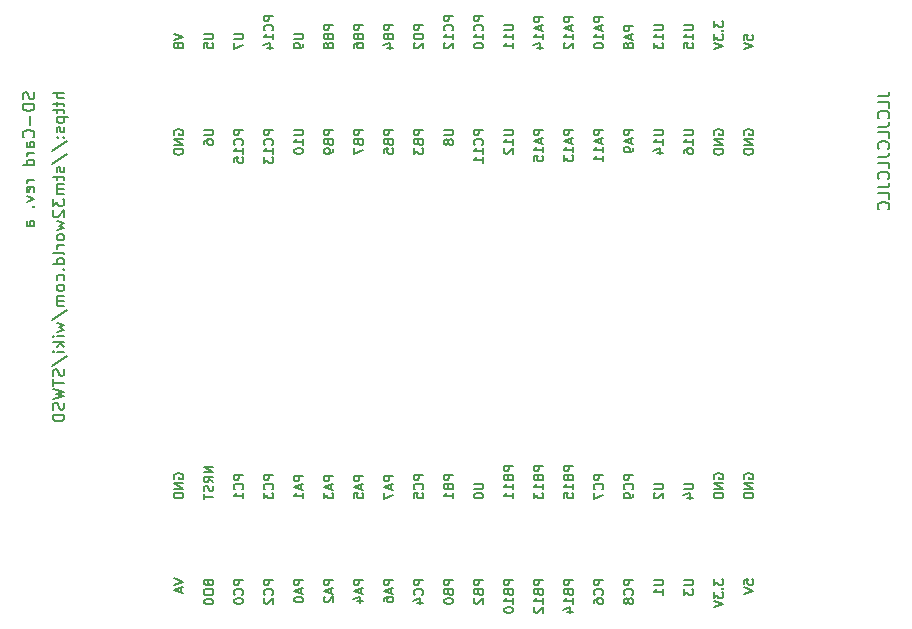
<source format=gbr>
%TF.GenerationSoftware,KiCad,Pcbnew,9.0.2+dfsg-1*%
%TF.CreationDate,2025-06-14T15:38:45+08:00*%
%TF.ProjectId,sd,73642e6b-6963-4616-945f-706362585858,rev?*%
%TF.SameCoordinates,Original*%
%TF.FileFunction,Legend,Bot*%
%TF.FilePolarity,Positive*%
%FSLAX46Y46*%
G04 Gerber Fmt 4.6, Leading zero omitted, Abs format (unit mm)*
G04 Created by KiCad (PCBNEW 9.0.2+dfsg-1) date 2025-06-14 15:38:45*
%MOMM*%
%LPD*%
G01*
G04 APERTURE LIST*
%ADD10C,0.150000*%
G04 APERTURE END LIST*
D10*
X177362295Y-79664160D02*
X178009914Y-79664160D01*
X178009914Y-79664160D02*
X178086104Y-79702255D01*
X178086104Y-79702255D02*
X178124200Y-79740350D01*
X178124200Y-79740350D02*
X178162295Y-79816541D01*
X178162295Y-79816541D02*
X178162295Y-79968922D01*
X178162295Y-79968922D02*
X178124200Y-80045112D01*
X178124200Y-80045112D02*
X178086104Y-80083207D01*
X178086104Y-80083207D02*
X178009914Y-80121303D01*
X178009914Y-80121303D02*
X177362295Y-80121303D01*
X178162295Y-80921302D02*
X178162295Y-80464159D01*
X178162295Y-80692731D02*
X177362295Y-80692731D01*
X177362295Y-80692731D02*
X177476580Y-80616540D01*
X177476580Y-80616540D02*
X177552771Y-80540350D01*
X177552771Y-80540350D02*
X177590866Y-80464159D01*
X177362295Y-81607017D02*
X177362295Y-81454636D01*
X177362295Y-81454636D02*
X177400390Y-81378445D01*
X177400390Y-81378445D02*
X177438485Y-81340350D01*
X177438485Y-81340350D02*
X177552771Y-81264160D01*
X177552771Y-81264160D02*
X177705152Y-81226064D01*
X177705152Y-81226064D02*
X178009914Y-81226064D01*
X178009914Y-81226064D02*
X178086104Y-81264160D01*
X178086104Y-81264160D02*
X178124200Y-81302255D01*
X178124200Y-81302255D02*
X178162295Y-81378445D01*
X178162295Y-81378445D02*
X178162295Y-81530826D01*
X178162295Y-81530826D02*
X178124200Y-81607017D01*
X178124200Y-81607017D02*
X178086104Y-81645112D01*
X178086104Y-81645112D02*
X178009914Y-81683207D01*
X178009914Y-81683207D02*
X177819438Y-81683207D01*
X177819438Y-81683207D02*
X177743247Y-81645112D01*
X177743247Y-81645112D02*
X177705152Y-81607017D01*
X177705152Y-81607017D02*
X177667057Y-81530826D01*
X177667057Y-81530826D02*
X177667057Y-81378445D01*
X177667057Y-81378445D02*
X177705152Y-81302255D01*
X177705152Y-81302255D02*
X177743247Y-81264160D01*
X177743247Y-81264160D02*
X177819438Y-81226064D01*
X182442295Y-72050125D02*
X182442295Y-71669173D01*
X182442295Y-71669173D02*
X182823247Y-71631077D01*
X182823247Y-71631077D02*
X182785152Y-71669173D01*
X182785152Y-71669173D02*
X182747057Y-71745363D01*
X182747057Y-71745363D02*
X182747057Y-71935839D01*
X182747057Y-71935839D02*
X182785152Y-72012030D01*
X182785152Y-72012030D02*
X182823247Y-72050125D01*
X182823247Y-72050125D02*
X182899438Y-72088220D01*
X182899438Y-72088220D02*
X183089914Y-72088220D01*
X183089914Y-72088220D02*
X183166104Y-72050125D01*
X183166104Y-72050125D02*
X183204200Y-72012030D01*
X183204200Y-72012030D02*
X183242295Y-71935839D01*
X183242295Y-71935839D02*
X183242295Y-71745363D01*
X183242295Y-71745363D02*
X183204200Y-71669173D01*
X183204200Y-71669173D02*
X183166104Y-71631077D01*
X182442295Y-72316792D02*
X183242295Y-72583459D01*
X183242295Y-72583459D02*
X182442295Y-72850125D01*
X137522295Y-108207268D02*
X136722295Y-108207268D01*
X136722295Y-108207268D02*
X137522295Y-108664411D01*
X137522295Y-108664411D02*
X136722295Y-108664411D01*
X137522295Y-109502506D02*
X137141342Y-109235839D01*
X137522295Y-109045363D02*
X136722295Y-109045363D01*
X136722295Y-109045363D02*
X136722295Y-109350125D01*
X136722295Y-109350125D02*
X136760390Y-109426315D01*
X136760390Y-109426315D02*
X136798485Y-109464410D01*
X136798485Y-109464410D02*
X136874676Y-109502506D01*
X136874676Y-109502506D02*
X136988961Y-109502506D01*
X136988961Y-109502506D02*
X137065152Y-109464410D01*
X137065152Y-109464410D02*
X137103247Y-109426315D01*
X137103247Y-109426315D02*
X137141342Y-109350125D01*
X137141342Y-109350125D02*
X137141342Y-109045363D01*
X137484200Y-109807267D02*
X137522295Y-109921553D01*
X137522295Y-109921553D02*
X137522295Y-110112029D01*
X137522295Y-110112029D02*
X137484200Y-110188220D01*
X137484200Y-110188220D02*
X137446104Y-110226315D01*
X137446104Y-110226315D02*
X137369914Y-110264410D01*
X137369914Y-110264410D02*
X137293723Y-110264410D01*
X137293723Y-110264410D02*
X137217533Y-110226315D01*
X137217533Y-110226315D02*
X137179438Y-110188220D01*
X137179438Y-110188220D02*
X137141342Y-110112029D01*
X137141342Y-110112029D02*
X137103247Y-109959648D01*
X137103247Y-109959648D02*
X137065152Y-109883458D01*
X137065152Y-109883458D02*
X137027057Y-109845363D01*
X137027057Y-109845363D02*
X136950866Y-109807267D01*
X136950866Y-109807267D02*
X136874676Y-109807267D01*
X136874676Y-109807267D02*
X136798485Y-109845363D01*
X136798485Y-109845363D02*
X136760390Y-109883458D01*
X136760390Y-109883458D02*
X136722295Y-109959648D01*
X136722295Y-109959648D02*
X136722295Y-110150125D01*
X136722295Y-110150125D02*
X136760390Y-110264410D01*
X136722295Y-110492982D02*
X136722295Y-110950125D01*
X137522295Y-110721553D02*
X136722295Y-110721553D01*
X142602295Y-69992982D02*
X141802295Y-69992982D01*
X141802295Y-69992982D02*
X141802295Y-70297744D01*
X141802295Y-70297744D02*
X141840390Y-70373934D01*
X141840390Y-70373934D02*
X141878485Y-70412029D01*
X141878485Y-70412029D02*
X141954676Y-70450125D01*
X141954676Y-70450125D02*
X142068961Y-70450125D01*
X142068961Y-70450125D02*
X142145152Y-70412029D01*
X142145152Y-70412029D02*
X142183247Y-70373934D01*
X142183247Y-70373934D02*
X142221342Y-70297744D01*
X142221342Y-70297744D02*
X142221342Y-69992982D01*
X142526104Y-71250125D02*
X142564200Y-71212029D01*
X142564200Y-71212029D02*
X142602295Y-71097744D01*
X142602295Y-71097744D02*
X142602295Y-71021553D01*
X142602295Y-71021553D02*
X142564200Y-70907267D01*
X142564200Y-70907267D02*
X142488009Y-70831077D01*
X142488009Y-70831077D02*
X142411819Y-70792982D01*
X142411819Y-70792982D02*
X142259438Y-70754886D01*
X142259438Y-70754886D02*
X142145152Y-70754886D01*
X142145152Y-70754886D02*
X141992771Y-70792982D01*
X141992771Y-70792982D02*
X141916580Y-70831077D01*
X141916580Y-70831077D02*
X141840390Y-70907267D01*
X141840390Y-70907267D02*
X141802295Y-71021553D01*
X141802295Y-71021553D02*
X141802295Y-71097744D01*
X141802295Y-71097744D02*
X141840390Y-71212029D01*
X141840390Y-71212029D02*
X141878485Y-71250125D01*
X142602295Y-72012029D02*
X142602295Y-71554886D01*
X142602295Y-71783458D02*
X141802295Y-71783458D01*
X141802295Y-71783458D02*
X141916580Y-71707267D01*
X141916580Y-71707267D02*
X141992771Y-71631077D01*
X141992771Y-71631077D02*
X142030866Y-71554886D01*
X142068961Y-72697744D02*
X142602295Y-72697744D01*
X141764200Y-72507268D02*
X142335628Y-72316791D01*
X142335628Y-72316791D02*
X142335628Y-72812030D01*
X134220390Y-109197744D02*
X134182295Y-109121554D01*
X134182295Y-109121554D02*
X134182295Y-109007268D01*
X134182295Y-109007268D02*
X134220390Y-108892982D01*
X134220390Y-108892982D02*
X134296580Y-108816792D01*
X134296580Y-108816792D02*
X134372771Y-108778697D01*
X134372771Y-108778697D02*
X134525152Y-108740601D01*
X134525152Y-108740601D02*
X134639438Y-108740601D01*
X134639438Y-108740601D02*
X134791819Y-108778697D01*
X134791819Y-108778697D02*
X134868009Y-108816792D01*
X134868009Y-108816792D02*
X134944200Y-108892982D01*
X134944200Y-108892982D02*
X134982295Y-109007268D01*
X134982295Y-109007268D02*
X134982295Y-109083459D01*
X134982295Y-109083459D02*
X134944200Y-109197744D01*
X134944200Y-109197744D02*
X134906104Y-109235840D01*
X134906104Y-109235840D02*
X134639438Y-109235840D01*
X134639438Y-109235840D02*
X134639438Y-109083459D01*
X134982295Y-109578697D02*
X134182295Y-109578697D01*
X134182295Y-109578697D02*
X134982295Y-110035840D01*
X134982295Y-110035840D02*
X134182295Y-110035840D01*
X134982295Y-110416792D02*
X134182295Y-110416792D01*
X134182295Y-110416792D02*
X134182295Y-110607268D01*
X134182295Y-110607268D02*
X134220390Y-110721554D01*
X134220390Y-110721554D02*
X134296580Y-110797744D01*
X134296580Y-110797744D02*
X134372771Y-110835839D01*
X134372771Y-110835839D02*
X134525152Y-110873935D01*
X134525152Y-110873935D02*
X134639438Y-110873935D01*
X134639438Y-110873935D02*
X134791819Y-110835839D01*
X134791819Y-110835839D02*
X134868009Y-110797744D01*
X134868009Y-110797744D02*
X134944200Y-110721554D01*
X134944200Y-110721554D02*
X134982295Y-110607268D01*
X134982295Y-110607268D02*
X134982295Y-110416792D01*
X136722295Y-71516792D02*
X137369914Y-71516792D01*
X137369914Y-71516792D02*
X137446104Y-71554887D01*
X137446104Y-71554887D02*
X137484200Y-71592982D01*
X137484200Y-71592982D02*
X137522295Y-71669173D01*
X137522295Y-71669173D02*
X137522295Y-71821554D01*
X137522295Y-71821554D02*
X137484200Y-71897744D01*
X137484200Y-71897744D02*
X137446104Y-71935839D01*
X137446104Y-71935839D02*
X137369914Y-71973935D01*
X137369914Y-71973935D02*
X136722295Y-71973935D01*
X136722295Y-72735839D02*
X136722295Y-72354887D01*
X136722295Y-72354887D02*
X137103247Y-72316791D01*
X137103247Y-72316791D02*
X137065152Y-72354887D01*
X137065152Y-72354887D02*
X137027057Y-72431077D01*
X137027057Y-72431077D02*
X137027057Y-72621553D01*
X137027057Y-72621553D02*
X137065152Y-72697744D01*
X137065152Y-72697744D02*
X137103247Y-72735839D01*
X137103247Y-72735839D02*
X137179438Y-72773934D01*
X137179438Y-72773934D02*
X137369914Y-72773934D01*
X137369914Y-72773934D02*
X137446104Y-72735839D01*
X137446104Y-72735839D02*
X137484200Y-72697744D01*
X137484200Y-72697744D02*
X137522295Y-72621553D01*
X137522295Y-72621553D02*
X137522295Y-72431077D01*
X137522295Y-72431077D02*
X137484200Y-72354887D01*
X137484200Y-72354887D02*
X137446104Y-72316791D01*
X160382295Y-69992982D02*
X159582295Y-69992982D01*
X159582295Y-69992982D02*
X159582295Y-70297744D01*
X159582295Y-70297744D02*
X159620390Y-70373934D01*
X159620390Y-70373934D02*
X159658485Y-70412029D01*
X159658485Y-70412029D02*
X159734676Y-70450125D01*
X159734676Y-70450125D02*
X159848961Y-70450125D01*
X159848961Y-70450125D02*
X159925152Y-70412029D01*
X159925152Y-70412029D02*
X159963247Y-70373934D01*
X159963247Y-70373934D02*
X160001342Y-70297744D01*
X160001342Y-70297744D02*
X160001342Y-69992982D01*
X160306104Y-71250125D02*
X160344200Y-71212029D01*
X160344200Y-71212029D02*
X160382295Y-71097744D01*
X160382295Y-71097744D02*
X160382295Y-71021553D01*
X160382295Y-71021553D02*
X160344200Y-70907267D01*
X160344200Y-70907267D02*
X160268009Y-70831077D01*
X160268009Y-70831077D02*
X160191819Y-70792982D01*
X160191819Y-70792982D02*
X160039438Y-70754886D01*
X160039438Y-70754886D02*
X159925152Y-70754886D01*
X159925152Y-70754886D02*
X159772771Y-70792982D01*
X159772771Y-70792982D02*
X159696580Y-70831077D01*
X159696580Y-70831077D02*
X159620390Y-70907267D01*
X159620390Y-70907267D02*
X159582295Y-71021553D01*
X159582295Y-71021553D02*
X159582295Y-71097744D01*
X159582295Y-71097744D02*
X159620390Y-71212029D01*
X159620390Y-71212029D02*
X159658485Y-71250125D01*
X160382295Y-72012029D02*
X160382295Y-71554886D01*
X160382295Y-71783458D02*
X159582295Y-71783458D01*
X159582295Y-71783458D02*
X159696580Y-71707267D01*
X159696580Y-71707267D02*
X159772771Y-71631077D01*
X159772771Y-71631077D02*
X159810866Y-71554886D01*
X159582295Y-72507268D02*
X159582295Y-72583458D01*
X159582295Y-72583458D02*
X159620390Y-72659649D01*
X159620390Y-72659649D02*
X159658485Y-72697744D01*
X159658485Y-72697744D02*
X159734676Y-72735839D01*
X159734676Y-72735839D02*
X159887057Y-72773934D01*
X159887057Y-72773934D02*
X160077533Y-72773934D01*
X160077533Y-72773934D02*
X160229914Y-72735839D01*
X160229914Y-72735839D02*
X160306104Y-72697744D01*
X160306104Y-72697744D02*
X160344200Y-72659649D01*
X160344200Y-72659649D02*
X160382295Y-72583458D01*
X160382295Y-72583458D02*
X160382295Y-72507268D01*
X160382295Y-72507268D02*
X160344200Y-72431077D01*
X160344200Y-72431077D02*
X160306104Y-72392982D01*
X160306104Y-72392982D02*
X160229914Y-72354887D01*
X160229914Y-72354887D02*
X160077533Y-72316791D01*
X160077533Y-72316791D02*
X159887057Y-72316791D01*
X159887057Y-72316791D02*
X159734676Y-72354887D01*
X159734676Y-72354887D02*
X159658485Y-72392982D01*
X159658485Y-72392982D02*
X159620390Y-72431077D01*
X159620390Y-72431077D02*
X159582295Y-72507268D01*
X165462295Y-117764160D02*
X164662295Y-117764160D01*
X164662295Y-117764160D02*
X164662295Y-118068922D01*
X164662295Y-118068922D02*
X164700390Y-118145112D01*
X164700390Y-118145112D02*
X164738485Y-118183207D01*
X164738485Y-118183207D02*
X164814676Y-118221303D01*
X164814676Y-118221303D02*
X164928961Y-118221303D01*
X164928961Y-118221303D02*
X165005152Y-118183207D01*
X165005152Y-118183207D02*
X165043247Y-118145112D01*
X165043247Y-118145112D02*
X165081342Y-118068922D01*
X165081342Y-118068922D02*
X165081342Y-117764160D01*
X165043247Y-118830826D02*
X165081342Y-118945112D01*
X165081342Y-118945112D02*
X165119438Y-118983207D01*
X165119438Y-118983207D02*
X165195628Y-119021303D01*
X165195628Y-119021303D02*
X165309914Y-119021303D01*
X165309914Y-119021303D02*
X165386104Y-118983207D01*
X165386104Y-118983207D02*
X165424200Y-118945112D01*
X165424200Y-118945112D02*
X165462295Y-118868922D01*
X165462295Y-118868922D02*
X165462295Y-118564160D01*
X165462295Y-118564160D02*
X164662295Y-118564160D01*
X164662295Y-118564160D02*
X164662295Y-118830826D01*
X164662295Y-118830826D02*
X164700390Y-118907017D01*
X164700390Y-118907017D02*
X164738485Y-118945112D01*
X164738485Y-118945112D02*
X164814676Y-118983207D01*
X164814676Y-118983207D02*
X164890866Y-118983207D01*
X164890866Y-118983207D02*
X164967057Y-118945112D01*
X164967057Y-118945112D02*
X165005152Y-118907017D01*
X165005152Y-118907017D02*
X165043247Y-118830826D01*
X165043247Y-118830826D02*
X165043247Y-118564160D01*
X165462295Y-119783207D02*
X165462295Y-119326064D01*
X165462295Y-119554636D02*
X164662295Y-119554636D01*
X164662295Y-119554636D02*
X164776580Y-119478445D01*
X164776580Y-119478445D02*
X164852771Y-119402255D01*
X164852771Y-119402255D02*
X164890866Y-119326064D01*
X164738485Y-120087969D02*
X164700390Y-120126065D01*
X164700390Y-120126065D02*
X164662295Y-120202255D01*
X164662295Y-120202255D02*
X164662295Y-120392731D01*
X164662295Y-120392731D02*
X164700390Y-120468922D01*
X164700390Y-120468922D02*
X164738485Y-120507017D01*
X164738485Y-120507017D02*
X164814676Y-120545112D01*
X164814676Y-120545112D02*
X164890866Y-120545112D01*
X164890866Y-120545112D02*
X165005152Y-120507017D01*
X165005152Y-120507017D02*
X165462295Y-120049874D01*
X165462295Y-120049874D02*
X165462295Y-120545112D01*
X157842295Y-69992982D02*
X157042295Y-69992982D01*
X157042295Y-69992982D02*
X157042295Y-70297744D01*
X157042295Y-70297744D02*
X157080390Y-70373934D01*
X157080390Y-70373934D02*
X157118485Y-70412029D01*
X157118485Y-70412029D02*
X157194676Y-70450125D01*
X157194676Y-70450125D02*
X157308961Y-70450125D01*
X157308961Y-70450125D02*
X157385152Y-70412029D01*
X157385152Y-70412029D02*
X157423247Y-70373934D01*
X157423247Y-70373934D02*
X157461342Y-70297744D01*
X157461342Y-70297744D02*
X157461342Y-69992982D01*
X157766104Y-71250125D02*
X157804200Y-71212029D01*
X157804200Y-71212029D02*
X157842295Y-71097744D01*
X157842295Y-71097744D02*
X157842295Y-71021553D01*
X157842295Y-71021553D02*
X157804200Y-70907267D01*
X157804200Y-70907267D02*
X157728009Y-70831077D01*
X157728009Y-70831077D02*
X157651819Y-70792982D01*
X157651819Y-70792982D02*
X157499438Y-70754886D01*
X157499438Y-70754886D02*
X157385152Y-70754886D01*
X157385152Y-70754886D02*
X157232771Y-70792982D01*
X157232771Y-70792982D02*
X157156580Y-70831077D01*
X157156580Y-70831077D02*
X157080390Y-70907267D01*
X157080390Y-70907267D02*
X157042295Y-71021553D01*
X157042295Y-71021553D02*
X157042295Y-71097744D01*
X157042295Y-71097744D02*
X157080390Y-71212029D01*
X157080390Y-71212029D02*
X157118485Y-71250125D01*
X157842295Y-72012029D02*
X157842295Y-71554886D01*
X157842295Y-71783458D02*
X157042295Y-71783458D01*
X157042295Y-71783458D02*
X157156580Y-71707267D01*
X157156580Y-71707267D02*
X157232771Y-71631077D01*
X157232771Y-71631077D02*
X157270866Y-71554886D01*
X157118485Y-72316791D02*
X157080390Y-72354887D01*
X157080390Y-72354887D02*
X157042295Y-72431077D01*
X157042295Y-72431077D02*
X157042295Y-72621553D01*
X157042295Y-72621553D02*
X157080390Y-72697744D01*
X157080390Y-72697744D02*
X157118485Y-72735839D01*
X157118485Y-72735839D02*
X157194676Y-72773934D01*
X157194676Y-72773934D02*
X157270866Y-72773934D01*
X157270866Y-72773934D02*
X157385152Y-72735839D01*
X157385152Y-72735839D02*
X157842295Y-72278696D01*
X157842295Y-72278696D02*
X157842295Y-72773934D01*
X179902295Y-70450125D02*
X179902295Y-70945363D01*
X179902295Y-70945363D02*
X180207057Y-70678697D01*
X180207057Y-70678697D02*
X180207057Y-70792982D01*
X180207057Y-70792982D02*
X180245152Y-70869173D01*
X180245152Y-70869173D02*
X180283247Y-70907268D01*
X180283247Y-70907268D02*
X180359438Y-70945363D01*
X180359438Y-70945363D02*
X180549914Y-70945363D01*
X180549914Y-70945363D02*
X180626104Y-70907268D01*
X180626104Y-70907268D02*
X180664200Y-70869173D01*
X180664200Y-70869173D02*
X180702295Y-70792982D01*
X180702295Y-70792982D02*
X180702295Y-70564411D01*
X180702295Y-70564411D02*
X180664200Y-70488220D01*
X180664200Y-70488220D02*
X180626104Y-70450125D01*
X180626104Y-71288221D02*
X180664200Y-71326316D01*
X180664200Y-71326316D02*
X180702295Y-71288221D01*
X180702295Y-71288221D02*
X180664200Y-71250125D01*
X180664200Y-71250125D02*
X180626104Y-71288221D01*
X180626104Y-71288221D02*
X180702295Y-71288221D01*
X179902295Y-71592982D02*
X179902295Y-72088220D01*
X179902295Y-72088220D02*
X180207057Y-71821554D01*
X180207057Y-71821554D02*
X180207057Y-71935839D01*
X180207057Y-71935839D02*
X180245152Y-72012030D01*
X180245152Y-72012030D02*
X180283247Y-72050125D01*
X180283247Y-72050125D02*
X180359438Y-72088220D01*
X180359438Y-72088220D02*
X180549914Y-72088220D01*
X180549914Y-72088220D02*
X180626104Y-72050125D01*
X180626104Y-72050125D02*
X180664200Y-72012030D01*
X180664200Y-72012030D02*
X180702295Y-71935839D01*
X180702295Y-71935839D02*
X180702295Y-71707268D01*
X180702295Y-71707268D02*
X180664200Y-71631077D01*
X180664200Y-71631077D02*
X180626104Y-71592982D01*
X179902295Y-72316792D02*
X180702295Y-72583459D01*
X180702295Y-72583459D02*
X179902295Y-72850125D01*
X136722295Y-79664160D02*
X137369914Y-79664160D01*
X137369914Y-79664160D02*
X137446104Y-79702255D01*
X137446104Y-79702255D02*
X137484200Y-79740350D01*
X137484200Y-79740350D02*
X137522295Y-79816541D01*
X137522295Y-79816541D02*
X137522295Y-79968922D01*
X137522295Y-79968922D02*
X137484200Y-80045112D01*
X137484200Y-80045112D02*
X137446104Y-80083207D01*
X137446104Y-80083207D02*
X137369914Y-80121303D01*
X137369914Y-80121303D02*
X136722295Y-80121303D01*
X136722295Y-80845112D02*
X136722295Y-80692731D01*
X136722295Y-80692731D02*
X136760390Y-80616540D01*
X136760390Y-80616540D02*
X136798485Y-80578445D01*
X136798485Y-80578445D02*
X136912771Y-80502255D01*
X136912771Y-80502255D02*
X137065152Y-80464159D01*
X137065152Y-80464159D02*
X137369914Y-80464159D01*
X137369914Y-80464159D02*
X137446104Y-80502255D01*
X137446104Y-80502255D02*
X137484200Y-80540350D01*
X137484200Y-80540350D02*
X137522295Y-80616540D01*
X137522295Y-80616540D02*
X137522295Y-80768921D01*
X137522295Y-80768921D02*
X137484200Y-80845112D01*
X137484200Y-80845112D02*
X137446104Y-80883207D01*
X137446104Y-80883207D02*
X137369914Y-80921302D01*
X137369914Y-80921302D02*
X137179438Y-80921302D01*
X137179438Y-80921302D02*
X137103247Y-80883207D01*
X137103247Y-80883207D02*
X137065152Y-80845112D01*
X137065152Y-80845112D02*
X137027057Y-80768921D01*
X137027057Y-80768921D02*
X137027057Y-80616540D01*
X137027057Y-80616540D02*
X137065152Y-80540350D01*
X137065152Y-80540350D02*
X137103247Y-80502255D01*
X137103247Y-80502255D02*
X137179438Y-80464159D01*
X155302295Y-70754887D02*
X154502295Y-70754887D01*
X154502295Y-70754887D02*
X154502295Y-71059649D01*
X154502295Y-71059649D02*
X154540390Y-71135839D01*
X154540390Y-71135839D02*
X154578485Y-71173934D01*
X154578485Y-71173934D02*
X154654676Y-71212030D01*
X154654676Y-71212030D02*
X154768961Y-71212030D01*
X154768961Y-71212030D02*
X154845152Y-71173934D01*
X154845152Y-71173934D02*
X154883247Y-71135839D01*
X154883247Y-71135839D02*
X154921342Y-71059649D01*
X154921342Y-71059649D02*
X154921342Y-70754887D01*
X155302295Y-71554887D02*
X154502295Y-71554887D01*
X154502295Y-71554887D02*
X154502295Y-71745363D01*
X154502295Y-71745363D02*
X154540390Y-71859649D01*
X154540390Y-71859649D02*
X154616580Y-71935839D01*
X154616580Y-71935839D02*
X154692771Y-71973934D01*
X154692771Y-71973934D02*
X154845152Y-72012030D01*
X154845152Y-72012030D02*
X154959438Y-72012030D01*
X154959438Y-72012030D02*
X155111819Y-71973934D01*
X155111819Y-71973934D02*
X155188009Y-71935839D01*
X155188009Y-71935839D02*
X155264200Y-71859649D01*
X155264200Y-71859649D02*
X155302295Y-71745363D01*
X155302295Y-71745363D02*
X155302295Y-71554887D01*
X154578485Y-72316791D02*
X154540390Y-72354887D01*
X154540390Y-72354887D02*
X154502295Y-72431077D01*
X154502295Y-72431077D02*
X154502295Y-72621553D01*
X154502295Y-72621553D02*
X154540390Y-72697744D01*
X154540390Y-72697744D02*
X154578485Y-72735839D01*
X154578485Y-72735839D02*
X154654676Y-72773934D01*
X154654676Y-72773934D02*
X154730866Y-72773934D01*
X154730866Y-72773934D02*
X154845152Y-72735839D01*
X154845152Y-72735839D02*
X155302295Y-72278696D01*
X155302295Y-72278696D02*
X155302295Y-72773934D01*
X124914819Y-76536779D02*
X123914819Y-76536779D01*
X124914819Y-76965350D02*
X124391009Y-76965350D01*
X124391009Y-76965350D02*
X124295771Y-76917731D01*
X124295771Y-76917731D02*
X124248152Y-76822493D01*
X124248152Y-76822493D02*
X124248152Y-76679636D01*
X124248152Y-76679636D02*
X124295771Y-76584398D01*
X124295771Y-76584398D02*
X124343390Y-76536779D01*
X124248152Y-77298684D02*
X124248152Y-77679636D01*
X123914819Y-77441541D02*
X124771961Y-77441541D01*
X124771961Y-77441541D02*
X124867200Y-77489160D01*
X124867200Y-77489160D02*
X124914819Y-77584398D01*
X124914819Y-77584398D02*
X124914819Y-77679636D01*
X124248152Y-77870113D02*
X124248152Y-78251065D01*
X123914819Y-78012970D02*
X124771961Y-78012970D01*
X124771961Y-78012970D02*
X124867200Y-78060589D01*
X124867200Y-78060589D02*
X124914819Y-78155827D01*
X124914819Y-78155827D02*
X124914819Y-78251065D01*
X124248152Y-78584399D02*
X125248152Y-78584399D01*
X124295771Y-78584399D02*
X124248152Y-78679637D01*
X124248152Y-78679637D02*
X124248152Y-78870113D01*
X124248152Y-78870113D02*
X124295771Y-78965351D01*
X124295771Y-78965351D02*
X124343390Y-79012970D01*
X124343390Y-79012970D02*
X124438628Y-79060589D01*
X124438628Y-79060589D02*
X124724342Y-79060589D01*
X124724342Y-79060589D02*
X124819580Y-79012970D01*
X124819580Y-79012970D02*
X124867200Y-78965351D01*
X124867200Y-78965351D02*
X124914819Y-78870113D01*
X124914819Y-78870113D02*
X124914819Y-78679637D01*
X124914819Y-78679637D02*
X124867200Y-78584399D01*
X124867200Y-79441542D02*
X124914819Y-79536780D01*
X124914819Y-79536780D02*
X124914819Y-79727256D01*
X124914819Y-79727256D02*
X124867200Y-79822494D01*
X124867200Y-79822494D02*
X124771961Y-79870113D01*
X124771961Y-79870113D02*
X124724342Y-79870113D01*
X124724342Y-79870113D02*
X124629104Y-79822494D01*
X124629104Y-79822494D02*
X124581485Y-79727256D01*
X124581485Y-79727256D02*
X124581485Y-79584399D01*
X124581485Y-79584399D02*
X124533866Y-79489161D01*
X124533866Y-79489161D02*
X124438628Y-79441542D01*
X124438628Y-79441542D02*
X124391009Y-79441542D01*
X124391009Y-79441542D02*
X124295771Y-79489161D01*
X124295771Y-79489161D02*
X124248152Y-79584399D01*
X124248152Y-79584399D02*
X124248152Y-79727256D01*
X124248152Y-79727256D02*
X124295771Y-79822494D01*
X124819580Y-80298685D02*
X124867200Y-80346304D01*
X124867200Y-80346304D02*
X124914819Y-80298685D01*
X124914819Y-80298685D02*
X124867200Y-80251066D01*
X124867200Y-80251066D02*
X124819580Y-80298685D01*
X124819580Y-80298685D02*
X124914819Y-80298685D01*
X124295771Y-80298685D02*
X124343390Y-80346304D01*
X124343390Y-80346304D02*
X124391009Y-80298685D01*
X124391009Y-80298685D02*
X124343390Y-80251066D01*
X124343390Y-80251066D02*
X124295771Y-80298685D01*
X124295771Y-80298685D02*
X124391009Y-80298685D01*
X123867200Y-81489160D02*
X125152914Y-80632018D01*
X123867200Y-82536779D02*
X125152914Y-81679637D01*
X124867200Y-82822494D02*
X124914819Y-82917732D01*
X124914819Y-82917732D02*
X124914819Y-83108208D01*
X124914819Y-83108208D02*
X124867200Y-83203446D01*
X124867200Y-83203446D02*
X124771961Y-83251065D01*
X124771961Y-83251065D02*
X124724342Y-83251065D01*
X124724342Y-83251065D02*
X124629104Y-83203446D01*
X124629104Y-83203446D02*
X124581485Y-83108208D01*
X124581485Y-83108208D02*
X124581485Y-82965351D01*
X124581485Y-82965351D02*
X124533866Y-82870113D01*
X124533866Y-82870113D02*
X124438628Y-82822494D01*
X124438628Y-82822494D02*
X124391009Y-82822494D01*
X124391009Y-82822494D02*
X124295771Y-82870113D01*
X124295771Y-82870113D02*
X124248152Y-82965351D01*
X124248152Y-82965351D02*
X124248152Y-83108208D01*
X124248152Y-83108208D02*
X124295771Y-83203446D01*
X124248152Y-83536780D02*
X124248152Y-83917732D01*
X123914819Y-83679637D02*
X124771961Y-83679637D01*
X124771961Y-83679637D02*
X124867200Y-83727256D01*
X124867200Y-83727256D02*
X124914819Y-83822494D01*
X124914819Y-83822494D02*
X124914819Y-83917732D01*
X124914819Y-84251066D02*
X124248152Y-84251066D01*
X124343390Y-84251066D02*
X124295771Y-84298685D01*
X124295771Y-84298685D02*
X124248152Y-84393923D01*
X124248152Y-84393923D02*
X124248152Y-84536780D01*
X124248152Y-84536780D02*
X124295771Y-84632018D01*
X124295771Y-84632018D02*
X124391009Y-84679637D01*
X124391009Y-84679637D02*
X124914819Y-84679637D01*
X124391009Y-84679637D02*
X124295771Y-84727256D01*
X124295771Y-84727256D02*
X124248152Y-84822494D01*
X124248152Y-84822494D02*
X124248152Y-84965351D01*
X124248152Y-84965351D02*
X124295771Y-85060590D01*
X124295771Y-85060590D02*
X124391009Y-85108209D01*
X124391009Y-85108209D02*
X124914819Y-85108209D01*
X123914819Y-85489161D02*
X123914819Y-86108208D01*
X123914819Y-86108208D02*
X124295771Y-85774875D01*
X124295771Y-85774875D02*
X124295771Y-85917732D01*
X124295771Y-85917732D02*
X124343390Y-86012970D01*
X124343390Y-86012970D02*
X124391009Y-86060589D01*
X124391009Y-86060589D02*
X124486247Y-86108208D01*
X124486247Y-86108208D02*
X124724342Y-86108208D01*
X124724342Y-86108208D02*
X124819580Y-86060589D01*
X124819580Y-86060589D02*
X124867200Y-86012970D01*
X124867200Y-86012970D02*
X124914819Y-85917732D01*
X124914819Y-85917732D02*
X124914819Y-85632018D01*
X124914819Y-85632018D02*
X124867200Y-85536780D01*
X124867200Y-85536780D02*
X124819580Y-85489161D01*
X124010057Y-86489161D02*
X123962438Y-86536780D01*
X123962438Y-86536780D02*
X123914819Y-86632018D01*
X123914819Y-86632018D02*
X123914819Y-86870113D01*
X123914819Y-86870113D02*
X123962438Y-86965351D01*
X123962438Y-86965351D02*
X124010057Y-87012970D01*
X124010057Y-87012970D02*
X124105295Y-87060589D01*
X124105295Y-87060589D02*
X124200533Y-87060589D01*
X124200533Y-87060589D02*
X124343390Y-87012970D01*
X124343390Y-87012970D02*
X124914819Y-86441542D01*
X124914819Y-86441542D02*
X124914819Y-87060589D01*
X124248152Y-87393923D02*
X124914819Y-87584399D01*
X124914819Y-87584399D02*
X124438628Y-87774875D01*
X124438628Y-87774875D02*
X124914819Y-87965351D01*
X124914819Y-87965351D02*
X124248152Y-88155827D01*
X124914819Y-88679637D02*
X124867200Y-88584399D01*
X124867200Y-88584399D02*
X124819580Y-88536780D01*
X124819580Y-88536780D02*
X124724342Y-88489161D01*
X124724342Y-88489161D02*
X124438628Y-88489161D01*
X124438628Y-88489161D02*
X124343390Y-88536780D01*
X124343390Y-88536780D02*
X124295771Y-88584399D01*
X124295771Y-88584399D02*
X124248152Y-88679637D01*
X124248152Y-88679637D02*
X124248152Y-88822494D01*
X124248152Y-88822494D02*
X124295771Y-88917732D01*
X124295771Y-88917732D02*
X124343390Y-88965351D01*
X124343390Y-88965351D02*
X124438628Y-89012970D01*
X124438628Y-89012970D02*
X124724342Y-89012970D01*
X124724342Y-89012970D02*
X124819580Y-88965351D01*
X124819580Y-88965351D02*
X124867200Y-88917732D01*
X124867200Y-88917732D02*
X124914819Y-88822494D01*
X124914819Y-88822494D02*
X124914819Y-88679637D01*
X124914819Y-89441542D02*
X124248152Y-89441542D01*
X124438628Y-89441542D02*
X124343390Y-89489161D01*
X124343390Y-89489161D02*
X124295771Y-89536780D01*
X124295771Y-89536780D02*
X124248152Y-89632018D01*
X124248152Y-89632018D02*
X124248152Y-89727256D01*
X124914819Y-90203447D02*
X124867200Y-90108209D01*
X124867200Y-90108209D02*
X124771961Y-90060590D01*
X124771961Y-90060590D02*
X123914819Y-90060590D01*
X124914819Y-91012971D02*
X123914819Y-91012971D01*
X124867200Y-91012971D02*
X124914819Y-90917733D01*
X124914819Y-90917733D02*
X124914819Y-90727257D01*
X124914819Y-90727257D02*
X124867200Y-90632019D01*
X124867200Y-90632019D02*
X124819580Y-90584400D01*
X124819580Y-90584400D02*
X124724342Y-90536781D01*
X124724342Y-90536781D02*
X124438628Y-90536781D01*
X124438628Y-90536781D02*
X124343390Y-90584400D01*
X124343390Y-90584400D02*
X124295771Y-90632019D01*
X124295771Y-90632019D02*
X124248152Y-90727257D01*
X124248152Y-90727257D02*
X124248152Y-90917733D01*
X124248152Y-90917733D02*
X124295771Y-91012971D01*
X124819580Y-91489162D02*
X124867200Y-91536781D01*
X124867200Y-91536781D02*
X124914819Y-91489162D01*
X124914819Y-91489162D02*
X124867200Y-91441543D01*
X124867200Y-91441543D02*
X124819580Y-91489162D01*
X124819580Y-91489162D02*
X124914819Y-91489162D01*
X124867200Y-92393923D02*
X124914819Y-92298685D01*
X124914819Y-92298685D02*
X124914819Y-92108209D01*
X124914819Y-92108209D02*
X124867200Y-92012971D01*
X124867200Y-92012971D02*
X124819580Y-91965352D01*
X124819580Y-91965352D02*
X124724342Y-91917733D01*
X124724342Y-91917733D02*
X124438628Y-91917733D01*
X124438628Y-91917733D02*
X124343390Y-91965352D01*
X124343390Y-91965352D02*
X124295771Y-92012971D01*
X124295771Y-92012971D02*
X124248152Y-92108209D01*
X124248152Y-92108209D02*
X124248152Y-92298685D01*
X124248152Y-92298685D02*
X124295771Y-92393923D01*
X124914819Y-92965352D02*
X124867200Y-92870114D01*
X124867200Y-92870114D02*
X124819580Y-92822495D01*
X124819580Y-92822495D02*
X124724342Y-92774876D01*
X124724342Y-92774876D02*
X124438628Y-92774876D01*
X124438628Y-92774876D02*
X124343390Y-92822495D01*
X124343390Y-92822495D02*
X124295771Y-92870114D01*
X124295771Y-92870114D02*
X124248152Y-92965352D01*
X124248152Y-92965352D02*
X124248152Y-93108209D01*
X124248152Y-93108209D02*
X124295771Y-93203447D01*
X124295771Y-93203447D02*
X124343390Y-93251066D01*
X124343390Y-93251066D02*
X124438628Y-93298685D01*
X124438628Y-93298685D02*
X124724342Y-93298685D01*
X124724342Y-93298685D02*
X124819580Y-93251066D01*
X124819580Y-93251066D02*
X124867200Y-93203447D01*
X124867200Y-93203447D02*
X124914819Y-93108209D01*
X124914819Y-93108209D02*
X124914819Y-92965352D01*
X124914819Y-93727257D02*
X124248152Y-93727257D01*
X124343390Y-93727257D02*
X124295771Y-93774876D01*
X124295771Y-93774876D02*
X124248152Y-93870114D01*
X124248152Y-93870114D02*
X124248152Y-94012971D01*
X124248152Y-94012971D02*
X124295771Y-94108209D01*
X124295771Y-94108209D02*
X124391009Y-94155828D01*
X124391009Y-94155828D02*
X124914819Y-94155828D01*
X124391009Y-94155828D02*
X124295771Y-94203447D01*
X124295771Y-94203447D02*
X124248152Y-94298685D01*
X124248152Y-94298685D02*
X124248152Y-94441542D01*
X124248152Y-94441542D02*
X124295771Y-94536781D01*
X124295771Y-94536781D02*
X124391009Y-94584400D01*
X124391009Y-94584400D02*
X124914819Y-94584400D01*
X123867200Y-95774875D02*
X125152914Y-94917733D01*
X124248152Y-96012971D02*
X124914819Y-96203447D01*
X124914819Y-96203447D02*
X124438628Y-96393923D01*
X124438628Y-96393923D02*
X124914819Y-96584399D01*
X124914819Y-96584399D02*
X124248152Y-96774875D01*
X124914819Y-97155828D02*
X124248152Y-97155828D01*
X123914819Y-97155828D02*
X123962438Y-97108209D01*
X123962438Y-97108209D02*
X124010057Y-97155828D01*
X124010057Y-97155828D02*
X123962438Y-97203447D01*
X123962438Y-97203447D02*
X123914819Y-97155828D01*
X123914819Y-97155828D02*
X124010057Y-97155828D01*
X124914819Y-97632018D02*
X123914819Y-97632018D01*
X124533866Y-97727256D02*
X124914819Y-98012970D01*
X124248152Y-98012970D02*
X124629104Y-97632018D01*
X124914819Y-98441542D02*
X124248152Y-98441542D01*
X123914819Y-98441542D02*
X123962438Y-98393923D01*
X123962438Y-98393923D02*
X124010057Y-98441542D01*
X124010057Y-98441542D02*
X123962438Y-98489161D01*
X123962438Y-98489161D02*
X123914819Y-98441542D01*
X123914819Y-98441542D02*
X124010057Y-98441542D01*
X123867200Y-99632017D02*
X125152914Y-98774875D01*
X124867200Y-99917732D02*
X124914819Y-100060589D01*
X124914819Y-100060589D02*
X124914819Y-100298684D01*
X124914819Y-100298684D02*
X124867200Y-100393922D01*
X124867200Y-100393922D02*
X124819580Y-100441541D01*
X124819580Y-100441541D02*
X124724342Y-100489160D01*
X124724342Y-100489160D02*
X124629104Y-100489160D01*
X124629104Y-100489160D02*
X124533866Y-100441541D01*
X124533866Y-100441541D02*
X124486247Y-100393922D01*
X124486247Y-100393922D02*
X124438628Y-100298684D01*
X124438628Y-100298684D02*
X124391009Y-100108208D01*
X124391009Y-100108208D02*
X124343390Y-100012970D01*
X124343390Y-100012970D02*
X124295771Y-99965351D01*
X124295771Y-99965351D02*
X124200533Y-99917732D01*
X124200533Y-99917732D02*
X124105295Y-99917732D01*
X124105295Y-99917732D02*
X124010057Y-99965351D01*
X124010057Y-99965351D02*
X123962438Y-100012970D01*
X123962438Y-100012970D02*
X123914819Y-100108208D01*
X123914819Y-100108208D02*
X123914819Y-100346303D01*
X123914819Y-100346303D02*
X123962438Y-100489160D01*
X123914819Y-100774875D02*
X123914819Y-101346303D01*
X124914819Y-101060589D02*
X123914819Y-101060589D01*
X123914819Y-101584399D02*
X124914819Y-101822494D01*
X124914819Y-101822494D02*
X124200533Y-102012970D01*
X124200533Y-102012970D02*
X124914819Y-102203446D01*
X124914819Y-102203446D02*
X123914819Y-102441542D01*
X124867200Y-102774875D02*
X124914819Y-102917732D01*
X124914819Y-102917732D02*
X124914819Y-103155827D01*
X124914819Y-103155827D02*
X124867200Y-103251065D01*
X124867200Y-103251065D02*
X124819580Y-103298684D01*
X124819580Y-103298684D02*
X124724342Y-103346303D01*
X124724342Y-103346303D02*
X124629104Y-103346303D01*
X124629104Y-103346303D02*
X124533866Y-103298684D01*
X124533866Y-103298684D02*
X124486247Y-103251065D01*
X124486247Y-103251065D02*
X124438628Y-103155827D01*
X124438628Y-103155827D02*
X124391009Y-102965351D01*
X124391009Y-102965351D02*
X124343390Y-102870113D01*
X124343390Y-102870113D02*
X124295771Y-102822494D01*
X124295771Y-102822494D02*
X124200533Y-102774875D01*
X124200533Y-102774875D02*
X124105295Y-102774875D01*
X124105295Y-102774875D02*
X124010057Y-102822494D01*
X124010057Y-102822494D02*
X123962438Y-102870113D01*
X123962438Y-102870113D02*
X123914819Y-102965351D01*
X123914819Y-102965351D02*
X123914819Y-103203446D01*
X123914819Y-103203446D02*
X123962438Y-103346303D01*
X124914819Y-103774875D02*
X123914819Y-103774875D01*
X123914819Y-103774875D02*
X123914819Y-104012970D01*
X123914819Y-104012970D02*
X123962438Y-104155827D01*
X123962438Y-104155827D02*
X124057676Y-104251065D01*
X124057676Y-104251065D02*
X124152914Y-104298684D01*
X124152914Y-104298684D02*
X124343390Y-104346303D01*
X124343390Y-104346303D02*
X124486247Y-104346303D01*
X124486247Y-104346303D02*
X124676723Y-104298684D01*
X124676723Y-104298684D02*
X124771961Y-104251065D01*
X124771961Y-104251065D02*
X124867200Y-104155827D01*
X124867200Y-104155827D02*
X124914819Y-104012970D01*
X124914819Y-104012970D02*
X124914819Y-103774875D01*
X140062295Y-79664160D02*
X139262295Y-79664160D01*
X139262295Y-79664160D02*
X139262295Y-79968922D01*
X139262295Y-79968922D02*
X139300390Y-80045112D01*
X139300390Y-80045112D02*
X139338485Y-80083207D01*
X139338485Y-80083207D02*
X139414676Y-80121303D01*
X139414676Y-80121303D02*
X139528961Y-80121303D01*
X139528961Y-80121303D02*
X139605152Y-80083207D01*
X139605152Y-80083207D02*
X139643247Y-80045112D01*
X139643247Y-80045112D02*
X139681342Y-79968922D01*
X139681342Y-79968922D02*
X139681342Y-79664160D01*
X139986104Y-80921303D02*
X140024200Y-80883207D01*
X140024200Y-80883207D02*
X140062295Y-80768922D01*
X140062295Y-80768922D02*
X140062295Y-80692731D01*
X140062295Y-80692731D02*
X140024200Y-80578445D01*
X140024200Y-80578445D02*
X139948009Y-80502255D01*
X139948009Y-80502255D02*
X139871819Y-80464160D01*
X139871819Y-80464160D02*
X139719438Y-80426064D01*
X139719438Y-80426064D02*
X139605152Y-80426064D01*
X139605152Y-80426064D02*
X139452771Y-80464160D01*
X139452771Y-80464160D02*
X139376580Y-80502255D01*
X139376580Y-80502255D02*
X139300390Y-80578445D01*
X139300390Y-80578445D02*
X139262295Y-80692731D01*
X139262295Y-80692731D02*
X139262295Y-80768922D01*
X139262295Y-80768922D02*
X139300390Y-80883207D01*
X139300390Y-80883207D02*
X139338485Y-80921303D01*
X140062295Y-81683207D02*
X140062295Y-81226064D01*
X140062295Y-81454636D02*
X139262295Y-81454636D01*
X139262295Y-81454636D02*
X139376580Y-81378445D01*
X139376580Y-81378445D02*
X139452771Y-81302255D01*
X139452771Y-81302255D02*
X139490866Y-81226064D01*
X139262295Y-82407017D02*
X139262295Y-82026065D01*
X139262295Y-82026065D02*
X139643247Y-81987969D01*
X139643247Y-81987969D02*
X139605152Y-82026065D01*
X139605152Y-82026065D02*
X139567057Y-82102255D01*
X139567057Y-82102255D02*
X139567057Y-82292731D01*
X139567057Y-82292731D02*
X139605152Y-82368922D01*
X139605152Y-82368922D02*
X139643247Y-82407017D01*
X139643247Y-82407017D02*
X139719438Y-82445112D01*
X139719438Y-82445112D02*
X139909914Y-82445112D01*
X139909914Y-82445112D02*
X139986104Y-82407017D01*
X139986104Y-82407017D02*
X140024200Y-82368922D01*
X140024200Y-82368922D02*
X140062295Y-82292731D01*
X140062295Y-82292731D02*
X140062295Y-82102255D01*
X140062295Y-82102255D02*
X140024200Y-82026065D01*
X140024200Y-82026065D02*
X139986104Y-81987969D01*
X147682295Y-117764160D02*
X146882295Y-117764160D01*
X146882295Y-117764160D02*
X146882295Y-118068922D01*
X146882295Y-118068922D02*
X146920390Y-118145112D01*
X146920390Y-118145112D02*
X146958485Y-118183207D01*
X146958485Y-118183207D02*
X147034676Y-118221303D01*
X147034676Y-118221303D02*
X147148961Y-118221303D01*
X147148961Y-118221303D02*
X147225152Y-118183207D01*
X147225152Y-118183207D02*
X147263247Y-118145112D01*
X147263247Y-118145112D02*
X147301342Y-118068922D01*
X147301342Y-118068922D02*
X147301342Y-117764160D01*
X147453723Y-118526064D02*
X147453723Y-118907017D01*
X147682295Y-118449874D02*
X146882295Y-118716541D01*
X146882295Y-118716541D02*
X147682295Y-118983207D01*
X146958485Y-119211778D02*
X146920390Y-119249874D01*
X146920390Y-119249874D02*
X146882295Y-119326064D01*
X146882295Y-119326064D02*
X146882295Y-119516540D01*
X146882295Y-119516540D02*
X146920390Y-119592731D01*
X146920390Y-119592731D02*
X146958485Y-119630826D01*
X146958485Y-119630826D02*
X147034676Y-119668921D01*
X147034676Y-119668921D02*
X147110866Y-119668921D01*
X147110866Y-119668921D02*
X147225152Y-119630826D01*
X147225152Y-119630826D02*
X147682295Y-119173683D01*
X147682295Y-119173683D02*
X147682295Y-119668921D01*
X177362295Y-109616792D02*
X178009914Y-109616792D01*
X178009914Y-109616792D02*
X178086104Y-109654887D01*
X178086104Y-109654887D02*
X178124200Y-109692982D01*
X178124200Y-109692982D02*
X178162295Y-109769173D01*
X178162295Y-109769173D02*
X178162295Y-109921554D01*
X178162295Y-109921554D02*
X178124200Y-109997744D01*
X178124200Y-109997744D02*
X178086104Y-110035839D01*
X178086104Y-110035839D02*
X178009914Y-110073935D01*
X178009914Y-110073935D02*
X177362295Y-110073935D01*
X177628961Y-110797744D02*
X178162295Y-110797744D01*
X177324200Y-110607268D02*
X177895628Y-110416791D01*
X177895628Y-110416791D02*
X177895628Y-110912030D01*
X152762295Y-117764160D02*
X151962295Y-117764160D01*
X151962295Y-117764160D02*
X151962295Y-118068922D01*
X151962295Y-118068922D02*
X152000390Y-118145112D01*
X152000390Y-118145112D02*
X152038485Y-118183207D01*
X152038485Y-118183207D02*
X152114676Y-118221303D01*
X152114676Y-118221303D02*
X152228961Y-118221303D01*
X152228961Y-118221303D02*
X152305152Y-118183207D01*
X152305152Y-118183207D02*
X152343247Y-118145112D01*
X152343247Y-118145112D02*
X152381342Y-118068922D01*
X152381342Y-118068922D02*
X152381342Y-117764160D01*
X152533723Y-118526064D02*
X152533723Y-118907017D01*
X152762295Y-118449874D02*
X151962295Y-118716541D01*
X151962295Y-118716541D02*
X152762295Y-118983207D01*
X151962295Y-119592731D02*
X151962295Y-119440350D01*
X151962295Y-119440350D02*
X152000390Y-119364159D01*
X152000390Y-119364159D02*
X152038485Y-119326064D01*
X152038485Y-119326064D02*
X152152771Y-119249874D01*
X152152771Y-119249874D02*
X152305152Y-119211778D01*
X152305152Y-119211778D02*
X152609914Y-119211778D01*
X152609914Y-119211778D02*
X152686104Y-119249874D01*
X152686104Y-119249874D02*
X152724200Y-119287969D01*
X152724200Y-119287969D02*
X152762295Y-119364159D01*
X152762295Y-119364159D02*
X152762295Y-119516540D01*
X152762295Y-119516540D02*
X152724200Y-119592731D01*
X152724200Y-119592731D02*
X152686104Y-119630826D01*
X152686104Y-119630826D02*
X152609914Y-119668921D01*
X152609914Y-119668921D02*
X152419438Y-119668921D01*
X152419438Y-119668921D02*
X152343247Y-119630826D01*
X152343247Y-119630826D02*
X152305152Y-119592731D01*
X152305152Y-119592731D02*
X152267057Y-119516540D01*
X152267057Y-119516540D02*
X152267057Y-119364159D01*
X152267057Y-119364159D02*
X152305152Y-119287969D01*
X152305152Y-119287969D02*
X152343247Y-119249874D01*
X152343247Y-119249874D02*
X152419438Y-119211778D01*
X174822295Y-79664160D02*
X175469914Y-79664160D01*
X175469914Y-79664160D02*
X175546104Y-79702255D01*
X175546104Y-79702255D02*
X175584200Y-79740350D01*
X175584200Y-79740350D02*
X175622295Y-79816541D01*
X175622295Y-79816541D02*
X175622295Y-79968922D01*
X175622295Y-79968922D02*
X175584200Y-80045112D01*
X175584200Y-80045112D02*
X175546104Y-80083207D01*
X175546104Y-80083207D02*
X175469914Y-80121303D01*
X175469914Y-80121303D02*
X174822295Y-80121303D01*
X175622295Y-80921302D02*
X175622295Y-80464159D01*
X175622295Y-80692731D02*
X174822295Y-80692731D01*
X174822295Y-80692731D02*
X174936580Y-80616540D01*
X174936580Y-80616540D02*
X175012771Y-80540350D01*
X175012771Y-80540350D02*
X175050866Y-80464159D01*
X175088961Y-81607017D02*
X175622295Y-81607017D01*
X174784200Y-81416541D02*
X175355628Y-81226064D01*
X175355628Y-81226064D02*
X175355628Y-81721303D01*
X144342295Y-79664160D02*
X144989914Y-79664160D01*
X144989914Y-79664160D02*
X145066104Y-79702255D01*
X145066104Y-79702255D02*
X145104200Y-79740350D01*
X145104200Y-79740350D02*
X145142295Y-79816541D01*
X145142295Y-79816541D02*
X145142295Y-79968922D01*
X145142295Y-79968922D02*
X145104200Y-80045112D01*
X145104200Y-80045112D02*
X145066104Y-80083207D01*
X145066104Y-80083207D02*
X144989914Y-80121303D01*
X144989914Y-80121303D02*
X144342295Y-80121303D01*
X145142295Y-80921302D02*
X145142295Y-80464159D01*
X145142295Y-80692731D02*
X144342295Y-80692731D01*
X144342295Y-80692731D02*
X144456580Y-80616540D01*
X144456580Y-80616540D02*
X144532771Y-80540350D01*
X144532771Y-80540350D02*
X144570866Y-80464159D01*
X144342295Y-81416541D02*
X144342295Y-81492731D01*
X144342295Y-81492731D02*
X144380390Y-81568922D01*
X144380390Y-81568922D02*
X144418485Y-81607017D01*
X144418485Y-81607017D02*
X144494676Y-81645112D01*
X144494676Y-81645112D02*
X144647057Y-81683207D01*
X144647057Y-81683207D02*
X144837533Y-81683207D01*
X144837533Y-81683207D02*
X144989914Y-81645112D01*
X144989914Y-81645112D02*
X145066104Y-81607017D01*
X145066104Y-81607017D02*
X145104200Y-81568922D01*
X145104200Y-81568922D02*
X145142295Y-81492731D01*
X145142295Y-81492731D02*
X145142295Y-81416541D01*
X145142295Y-81416541D02*
X145104200Y-81340350D01*
X145104200Y-81340350D02*
X145066104Y-81302255D01*
X145066104Y-81302255D02*
X144989914Y-81264160D01*
X144989914Y-81264160D02*
X144837533Y-81226064D01*
X144837533Y-81226064D02*
X144647057Y-81226064D01*
X144647057Y-81226064D02*
X144494676Y-81264160D01*
X144494676Y-81264160D02*
X144418485Y-81302255D01*
X144418485Y-81302255D02*
X144380390Y-81340350D01*
X144380390Y-81340350D02*
X144342295Y-81416541D01*
X182480390Y-109197744D02*
X182442295Y-109121554D01*
X182442295Y-109121554D02*
X182442295Y-109007268D01*
X182442295Y-109007268D02*
X182480390Y-108892982D01*
X182480390Y-108892982D02*
X182556580Y-108816792D01*
X182556580Y-108816792D02*
X182632771Y-108778697D01*
X182632771Y-108778697D02*
X182785152Y-108740601D01*
X182785152Y-108740601D02*
X182899438Y-108740601D01*
X182899438Y-108740601D02*
X183051819Y-108778697D01*
X183051819Y-108778697D02*
X183128009Y-108816792D01*
X183128009Y-108816792D02*
X183204200Y-108892982D01*
X183204200Y-108892982D02*
X183242295Y-109007268D01*
X183242295Y-109007268D02*
X183242295Y-109083459D01*
X183242295Y-109083459D02*
X183204200Y-109197744D01*
X183204200Y-109197744D02*
X183166104Y-109235840D01*
X183166104Y-109235840D02*
X182899438Y-109235840D01*
X182899438Y-109235840D02*
X182899438Y-109083459D01*
X183242295Y-109578697D02*
X182442295Y-109578697D01*
X182442295Y-109578697D02*
X183242295Y-110035840D01*
X183242295Y-110035840D02*
X182442295Y-110035840D01*
X183242295Y-110416792D02*
X182442295Y-110416792D01*
X182442295Y-110416792D02*
X182442295Y-110607268D01*
X182442295Y-110607268D02*
X182480390Y-110721554D01*
X182480390Y-110721554D02*
X182556580Y-110797744D01*
X182556580Y-110797744D02*
X182632771Y-110835839D01*
X182632771Y-110835839D02*
X182785152Y-110873935D01*
X182785152Y-110873935D02*
X182899438Y-110873935D01*
X182899438Y-110873935D02*
X183051819Y-110835839D01*
X183051819Y-110835839D02*
X183128009Y-110797744D01*
X183128009Y-110797744D02*
X183204200Y-110721554D01*
X183204200Y-110721554D02*
X183242295Y-110607268D01*
X183242295Y-110607268D02*
X183242295Y-110416792D01*
X170542295Y-117764160D02*
X169742295Y-117764160D01*
X169742295Y-117764160D02*
X169742295Y-118068922D01*
X169742295Y-118068922D02*
X169780390Y-118145112D01*
X169780390Y-118145112D02*
X169818485Y-118183207D01*
X169818485Y-118183207D02*
X169894676Y-118221303D01*
X169894676Y-118221303D02*
X170008961Y-118221303D01*
X170008961Y-118221303D02*
X170085152Y-118183207D01*
X170085152Y-118183207D02*
X170123247Y-118145112D01*
X170123247Y-118145112D02*
X170161342Y-118068922D01*
X170161342Y-118068922D02*
X170161342Y-117764160D01*
X170466104Y-119021303D02*
X170504200Y-118983207D01*
X170504200Y-118983207D02*
X170542295Y-118868922D01*
X170542295Y-118868922D02*
X170542295Y-118792731D01*
X170542295Y-118792731D02*
X170504200Y-118678445D01*
X170504200Y-118678445D02*
X170428009Y-118602255D01*
X170428009Y-118602255D02*
X170351819Y-118564160D01*
X170351819Y-118564160D02*
X170199438Y-118526064D01*
X170199438Y-118526064D02*
X170085152Y-118526064D01*
X170085152Y-118526064D02*
X169932771Y-118564160D01*
X169932771Y-118564160D02*
X169856580Y-118602255D01*
X169856580Y-118602255D02*
X169780390Y-118678445D01*
X169780390Y-118678445D02*
X169742295Y-118792731D01*
X169742295Y-118792731D02*
X169742295Y-118868922D01*
X169742295Y-118868922D02*
X169780390Y-118983207D01*
X169780390Y-118983207D02*
X169818485Y-119021303D01*
X169742295Y-119707017D02*
X169742295Y-119554636D01*
X169742295Y-119554636D02*
X169780390Y-119478445D01*
X169780390Y-119478445D02*
X169818485Y-119440350D01*
X169818485Y-119440350D02*
X169932771Y-119364160D01*
X169932771Y-119364160D02*
X170085152Y-119326064D01*
X170085152Y-119326064D02*
X170389914Y-119326064D01*
X170389914Y-119326064D02*
X170466104Y-119364160D01*
X170466104Y-119364160D02*
X170504200Y-119402255D01*
X170504200Y-119402255D02*
X170542295Y-119478445D01*
X170542295Y-119478445D02*
X170542295Y-119630826D01*
X170542295Y-119630826D02*
X170504200Y-119707017D01*
X170504200Y-119707017D02*
X170466104Y-119745112D01*
X170466104Y-119745112D02*
X170389914Y-119783207D01*
X170389914Y-119783207D02*
X170199438Y-119783207D01*
X170199438Y-119783207D02*
X170123247Y-119745112D01*
X170123247Y-119745112D02*
X170085152Y-119707017D01*
X170085152Y-119707017D02*
X170047057Y-119630826D01*
X170047057Y-119630826D02*
X170047057Y-119478445D01*
X170047057Y-119478445D02*
X170085152Y-119402255D01*
X170085152Y-119402255D02*
X170123247Y-119364160D01*
X170123247Y-119364160D02*
X170199438Y-119326064D01*
X179940390Y-80083207D02*
X179902295Y-80007017D01*
X179902295Y-80007017D02*
X179902295Y-79892731D01*
X179902295Y-79892731D02*
X179940390Y-79778445D01*
X179940390Y-79778445D02*
X180016580Y-79702255D01*
X180016580Y-79702255D02*
X180092771Y-79664160D01*
X180092771Y-79664160D02*
X180245152Y-79626064D01*
X180245152Y-79626064D02*
X180359438Y-79626064D01*
X180359438Y-79626064D02*
X180511819Y-79664160D01*
X180511819Y-79664160D02*
X180588009Y-79702255D01*
X180588009Y-79702255D02*
X180664200Y-79778445D01*
X180664200Y-79778445D02*
X180702295Y-79892731D01*
X180702295Y-79892731D02*
X180702295Y-79968922D01*
X180702295Y-79968922D02*
X180664200Y-80083207D01*
X180664200Y-80083207D02*
X180626104Y-80121303D01*
X180626104Y-80121303D02*
X180359438Y-80121303D01*
X180359438Y-80121303D02*
X180359438Y-79968922D01*
X180702295Y-80464160D02*
X179902295Y-80464160D01*
X179902295Y-80464160D02*
X180702295Y-80921303D01*
X180702295Y-80921303D02*
X179902295Y-80921303D01*
X180702295Y-81302255D02*
X179902295Y-81302255D01*
X179902295Y-81302255D02*
X179902295Y-81492731D01*
X179902295Y-81492731D02*
X179940390Y-81607017D01*
X179940390Y-81607017D02*
X180016580Y-81683207D01*
X180016580Y-81683207D02*
X180092771Y-81721302D01*
X180092771Y-81721302D02*
X180245152Y-81759398D01*
X180245152Y-81759398D02*
X180359438Y-81759398D01*
X180359438Y-81759398D02*
X180511819Y-81721302D01*
X180511819Y-81721302D02*
X180588009Y-81683207D01*
X180588009Y-81683207D02*
X180664200Y-81607017D01*
X180664200Y-81607017D02*
X180702295Y-81492731D01*
X180702295Y-81492731D02*
X180702295Y-81302255D01*
X173082295Y-108854887D02*
X172282295Y-108854887D01*
X172282295Y-108854887D02*
X172282295Y-109159649D01*
X172282295Y-109159649D02*
X172320390Y-109235839D01*
X172320390Y-109235839D02*
X172358485Y-109273934D01*
X172358485Y-109273934D02*
X172434676Y-109312030D01*
X172434676Y-109312030D02*
X172548961Y-109312030D01*
X172548961Y-109312030D02*
X172625152Y-109273934D01*
X172625152Y-109273934D02*
X172663247Y-109235839D01*
X172663247Y-109235839D02*
X172701342Y-109159649D01*
X172701342Y-109159649D02*
X172701342Y-108854887D01*
X173006104Y-110112030D02*
X173044200Y-110073934D01*
X173044200Y-110073934D02*
X173082295Y-109959649D01*
X173082295Y-109959649D02*
X173082295Y-109883458D01*
X173082295Y-109883458D02*
X173044200Y-109769172D01*
X173044200Y-109769172D02*
X172968009Y-109692982D01*
X172968009Y-109692982D02*
X172891819Y-109654887D01*
X172891819Y-109654887D02*
X172739438Y-109616791D01*
X172739438Y-109616791D02*
X172625152Y-109616791D01*
X172625152Y-109616791D02*
X172472771Y-109654887D01*
X172472771Y-109654887D02*
X172396580Y-109692982D01*
X172396580Y-109692982D02*
X172320390Y-109769172D01*
X172320390Y-109769172D02*
X172282295Y-109883458D01*
X172282295Y-109883458D02*
X172282295Y-109959649D01*
X172282295Y-109959649D02*
X172320390Y-110073934D01*
X172320390Y-110073934D02*
X172358485Y-110112030D01*
X173082295Y-110492982D02*
X173082295Y-110645363D01*
X173082295Y-110645363D02*
X173044200Y-110721553D01*
X173044200Y-110721553D02*
X173006104Y-110759649D01*
X173006104Y-110759649D02*
X172891819Y-110835839D01*
X172891819Y-110835839D02*
X172739438Y-110873934D01*
X172739438Y-110873934D02*
X172434676Y-110873934D01*
X172434676Y-110873934D02*
X172358485Y-110835839D01*
X172358485Y-110835839D02*
X172320390Y-110797744D01*
X172320390Y-110797744D02*
X172282295Y-110721553D01*
X172282295Y-110721553D02*
X172282295Y-110569172D01*
X172282295Y-110569172D02*
X172320390Y-110492982D01*
X172320390Y-110492982D02*
X172358485Y-110454887D01*
X172358485Y-110454887D02*
X172434676Y-110416791D01*
X172434676Y-110416791D02*
X172625152Y-110416791D01*
X172625152Y-110416791D02*
X172701342Y-110454887D01*
X172701342Y-110454887D02*
X172739438Y-110492982D01*
X172739438Y-110492982D02*
X172777533Y-110569172D01*
X172777533Y-110569172D02*
X172777533Y-110721553D01*
X172777533Y-110721553D02*
X172739438Y-110797744D01*
X172739438Y-110797744D02*
X172701342Y-110835839D01*
X172701342Y-110835839D02*
X172625152Y-110873934D01*
X165462295Y-108092982D02*
X164662295Y-108092982D01*
X164662295Y-108092982D02*
X164662295Y-108397744D01*
X164662295Y-108397744D02*
X164700390Y-108473934D01*
X164700390Y-108473934D02*
X164738485Y-108512029D01*
X164738485Y-108512029D02*
X164814676Y-108550125D01*
X164814676Y-108550125D02*
X164928961Y-108550125D01*
X164928961Y-108550125D02*
X165005152Y-108512029D01*
X165005152Y-108512029D02*
X165043247Y-108473934D01*
X165043247Y-108473934D02*
X165081342Y-108397744D01*
X165081342Y-108397744D02*
X165081342Y-108092982D01*
X165043247Y-109159648D02*
X165081342Y-109273934D01*
X165081342Y-109273934D02*
X165119438Y-109312029D01*
X165119438Y-109312029D02*
X165195628Y-109350125D01*
X165195628Y-109350125D02*
X165309914Y-109350125D01*
X165309914Y-109350125D02*
X165386104Y-109312029D01*
X165386104Y-109312029D02*
X165424200Y-109273934D01*
X165424200Y-109273934D02*
X165462295Y-109197744D01*
X165462295Y-109197744D02*
X165462295Y-108892982D01*
X165462295Y-108892982D02*
X164662295Y-108892982D01*
X164662295Y-108892982D02*
X164662295Y-109159648D01*
X164662295Y-109159648D02*
X164700390Y-109235839D01*
X164700390Y-109235839D02*
X164738485Y-109273934D01*
X164738485Y-109273934D02*
X164814676Y-109312029D01*
X164814676Y-109312029D02*
X164890866Y-109312029D01*
X164890866Y-109312029D02*
X164967057Y-109273934D01*
X164967057Y-109273934D02*
X165005152Y-109235839D01*
X165005152Y-109235839D02*
X165043247Y-109159648D01*
X165043247Y-109159648D02*
X165043247Y-108892982D01*
X165462295Y-110112029D02*
X165462295Y-109654886D01*
X165462295Y-109883458D02*
X164662295Y-109883458D01*
X164662295Y-109883458D02*
X164776580Y-109807267D01*
X164776580Y-109807267D02*
X164852771Y-109731077D01*
X164852771Y-109731077D02*
X164890866Y-109654886D01*
X164662295Y-110378696D02*
X164662295Y-110873934D01*
X164662295Y-110873934D02*
X164967057Y-110607268D01*
X164967057Y-110607268D02*
X164967057Y-110721553D01*
X164967057Y-110721553D02*
X165005152Y-110797744D01*
X165005152Y-110797744D02*
X165043247Y-110835839D01*
X165043247Y-110835839D02*
X165119438Y-110873934D01*
X165119438Y-110873934D02*
X165309914Y-110873934D01*
X165309914Y-110873934D02*
X165386104Y-110835839D01*
X165386104Y-110835839D02*
X165424200Y-110797744D01*
X165424200Y-110797744D02*
X165462295Y-110721553D01*
X165462295Y-110721553D02*
X165462295Y-110492982D01*
X165462295Y-110492982D02*
X165424200Y-110416791D01*
X165424200Y-110416791D02*
X165386104Y-110378696D01*
X155302295Y-108854887D02*
X154502295Y-108854887D01*
X154502295Y-108854887D02*
X154502295Y-109159649D01*
X154502295Y-109159649D02*
X154540390Y-109235839D01*
X154540390Y-109235839D02*
X154578485Y-109273934D01*
X154578485Y-109273934D02*
X154654676Y-109312030D01*
X154654676Y-109312030D02*
X154768961Y-109312030D01*
X154768961Y-109312030D02*
X154845152Y-109273934D01*
X154845152Y-109273934D02*
X154883247Y-109235839D01*
X154883247Y-109235839D02*
X154921342Y-109159649D01*
X154921342Y-109159649D02*
X154921342Y-108854887D01*
X155226104Y-110112030D02*
X155264200Y-110073934D01*
X155264200Y-110073934D02*
X155302295Y-109959649D01*
X155302295Y-109959649D02*
X155302295Y-109883458D01*
X155302295Y-109883458D02*
X155264200Y-109769172D01*
X155264200Y-109769172D02*
X155188009Y-109692982D01*
X155188009Y-109692982D02*
X155111819Y-109654887D01*
X155111819Y-109654887D02*
X154959438Y-109616791D01*
X154959438Y-109616791D02*
X154845152Y-109616791D01*
X154845152Y-109616791D02*
X154692771Y-109654887D01*
X154692771Y-109654887D02*
X154616580Y-109692982D01*
X154616580Y-109692982D02*
X154540390Y-109769172D01*
X154540390Y-109769172D02*
X154502295Y-109883458D01*
X154502295Y-109883458D02*
X154502295Y-109959649D01*
X154502295Y-109959649D02*
X154540390Y-110073934D01*
X154540390Y-110073934D02*
X154578485Y-110112030D01*
X154502295Y-110835839D02*
X154502295Y-110454887D01*
X154502295Y-110454887D02*
X154883247Y-110416791D01*
X154883247Y-110416791D02*
X154845152Y-110454887D01*
X154845152Y-110454887D02*
X154807057Y-110531077D01*
X154807057Y-110531077D02*
X154807057Y-110721553D01*
X154807057Y-110721553D02*
X154845152Y-110797744D01*
X154845152Y-110797744D02*
X154883247Y-110835839D01*
X154883247Y-110835839D02*
X154959438Y-110873934D01*
X154959438Y-110873934D02*
X155149914Y-110873934D01*
X155149914Y-110873934D02*
X155226104Y-110835839D01*
X155226104Y-110835839D02*
X155264200Y-110797744D01*
X155264200Y-110797744D02*
X155302295Y-110721553D01*
X155302295Y-110721553D02*
X155302295Y-110531077D01*
X155302295Y-110531077D02*
X155264200Y-110454887D01*
X155264200Y-110454887D02*
X155226104Y-110416791D01*
X160382295Y-79664160D02*
X159582295Y-79664160D01*
X159582295Y-79664160D02*
X159582295Y-79968922D01*
X159582295Y-79968922D02*
X159620390Y-80045112D01*
X159620390Y-80045112D02*
X159658485Y-80083207D01*
X159658485Y-80083207D02*
X159734676Y-80121303D01*
X159734676Y-80121303D02*
X159848961Y-80121303D01*
X159848961Y-80121303D02*
X159925152Y-80083207D01*
X159925152Y-80083207D02*
X159963247Y-80045112D01*
X159963247Y-80045112D02*
X160001342Y-79968922D01*
X160001342Y-79968922D02*
X160001342Y-79664160D01*
X160306104Y-80921303D02*
X160344200Y-80883207D01*
X160344200Y-80883207D02*
X160382295Y-80768922D01*
X160382295Y-80768922D02*
X160382295Y-80692731D01*
X160382295Y-80692731D02*
X160344200Y-80578445D01*
X160344200Y-80578445D02*
X160268009Y-80502255D01*
X160268009Y-80502255D02*
X160191819Y-80464160D01*
X160191819Y-80464160D02*
X160039438Y-80426064D01*
X160039438Y-80426064D02*
X159925152Y-80426064D01*
X159925152Y-80426064D02*
X159772771Y-80464160D01*
X159772771Y-80464160D02*
X159696580Y-80502255D01*
X159696580Y-80502255D02*
X159620390Y-80578445D01*
X159620390Y-80578445D02*
X159582295Y-80692731D01*
X159582295Y-80692731D02*
X159582295Y-80768922D01*
X159582295Y-80768922D02*
X159620390Y-80883207D01*
X159620390Y-80883207D02*
X159658485Y-80921303D01*
X160382295Y-81683207D02*
X160382295Y-81226064D01*
X160382295Y-81454636D02*
X159582295Y-81454636D01*
X159582295Y-81454636D02*
X159696580Y-81378445D01*
X159696580Y-81378445D02*
X159772771Y-81302255D01*
X159772771Y-81302255D02*
X159810866Y-81226064D01*
X160382295Y-82445112D02*
X160382295Y-81987969D01*
X160382295Y-82216541D02*
X159582295Y-82216541D01*
X159582295Y-82216541D02*
X159696580Y-82140350D01*
X159696580Y-82140350D02*
X159772771Y-82064160D01*
X159772771Y-82064160D02*
X159810866Y-81987969D01*
X134182295Y-71516792D02*
X134982295Y-71783459D01*
X134982295Y-71783459D02*
X134182295Y-72050125D01*
X134563247Y-72583458D02*
X134601342Y-72697744D01*
X134601342Y-72697744D02*
X134639438Y-72735839D01*
X134639438Y-72735839D02*
X134715628Y-72773935D01*
X134715628Y-72773935D02*
X134829914Y-72773935D01*
X134829914Y-72773935D02*
X134906104Y-72735839D01*
X134906104Y-72735839D02*
X134944200Y-72697744D01*
X134944200Y-72697744D02*
X134982295Y-72621554D01*
X134982295Y-72621554D02*
X134982295Y-72316792D01*
X134982295Y-72316792D02*
X134182295Y-72316792D01*
X134182295Y-72316792D02*
X134182295Y-72583458D01*
X134182295Y-72583458D02*
X134220390Y-72659649D01*
X134220390Y-72659649D02*
X134258485Y-72697744D01*
X134258485Y-72697744D02*
X134334676Y-72735839D01*
X134334676Y-72735839D02*
X134410866Y-72735839D01*
X134410866Y-72735839D02*
X134487057Y-72697744D01*
X134487057Y-72697744D02*
X134525152Y-72659649D01*
X134525152Y-72659649D02*
X134563247Y-72583458D01*
X134563247Y-72583458D02*
X134563247Y-72316792D01*
X162122295Y-70754887D02*
X162769914Y-70754887D01*
X162769914Y-70754887D02*
X162846104Y-70792982D01*
X162846104Y-70792982D02*
X162884200Y-70831077D01*
X162884200Y-70831077D02*
X162922295Y-70907268D01*
X162922295Y-70907268D02*
X162922295Y-71059649D01*
X162922295Y-71059649D02*
X162884200Y-71135839D01*
X162884200Y-71135839D02*
X162846104Y-71173934D01*
X162846104Y-71173934D02*
X162769914Y-71212030D01*
X162769914Y-71212030D02*
X162122295Y-71212030D01*
X162922295Y-72012029D02*
X162922295Y-71554886D01*
X162922295Y-71783458D02*
X162122295Y-71783458D01*
X162122295Y-71783458D02*
X162236580Y-71707267D01*
X162236580Y-71707267D02*
X162312771Y-71631077D01*
X162312771Y-71631077D02*
X162350866Y-71554886D01*
X162922295Y-72773934D02*
X162922295Y-72316791D01*
X162922295Y-72545363D02*
X162122295Y-72545363D01*
X162122295Y-72545363D02*
X162236580Y-72469172D01*
X162236580Y-72469172D02*
X162312771Y-72392982D01*
X162312771Y-72392982D02*
X162350866Y-72316791D01*
X174822295Y-117764160D02*
X175469914Y-117764160D01*
X175469914Y-117764160D02*
X175546104Y-117802255D01*
X175546104Y-117802255D02*
X175584200Y-117840350D01*
X175584200Y-117840350D02*
X175622295Y-117916541D01*
X175622295Y-117916541D02*
X175622295Y-118068922D01*
X175622295Y-118068922D02*
X175584200Y-118145112D01*
X175584200Y-118145112D02*
X175546104Y-118183207D01*
X175546104Y-118183207D02*
X175469914Y-118221303D01*
X175469914Y-118221303D02*
X174822295Y-118221303D01*
X175622295Y-119021302D02*
X175622295Y-118564159D01*
X175622295Y-118792731D02*
X174822295Y-118792731D01*
X174822295Y-118792731D02*
X174936580Y-118716540D01*
X174936580Y-118716540D02*
X175012771Y-118640350D01*
X175012771Y-118640350D02*
X175050866Y-118564159D01*
X173082295Y-79664160D02*
X172282295Y-79664160D01*
X172282295Y-79664160D02*
X172282295Y-79968922D01*
X172282295Y-79968922D02*
X172320390Y-80045112D01*
X172320390Y-80045112D02*
X172358485Y-80083207D01*
X172358485Y-80083207D02*
X172434676Y-80121303D01*
X172434676Y-80121303D02*
X172548961Y-80121303D01*
X172548961Y-80121303D02*
X172625152Y-80083207D01*
X172625152Y-80083207D02*
X172663247Y-80045112D01*
X172663247Y-80045112D02*
X172701342Y-79968922D01*
X172701342Y-79968922D02*
X172701342Y-79664160D01*
X172853723Y-80426064D02*
X172853723Y-80807017D01*
X173082295Y-80349874D02*
X172282295Y-80616541D01*
X172282295Y-80616541D02*
X173082295Y-80883207D01*
X173082295Y-81187969D02*
X173082295Y-81340350D01*
X173082295Y-81340350D02*
X173044200Y-81416540D01*
X173044200Y-81416540D02*
X173006104Y-81454636D01*
X173006104Y-81454636D02*
X172891819Y-81530826D01*
X172891819Y-81530826D02*
X172739438Y-81568921D01*
X172739438Y-81568921D02*
X172434676Y-81568921D01*
X172434676Y-81568921D02*
X172358485Y-81530826D01*
X172358485Y-81530826D02*
X172320390Y-81492731D01*
X172320390Y-81492731D02*
X172282295Y-81416540D01*
X172282295Y-81416540D02*
X172282295Y-81264159D01*
X172282295Y-81264159D02*
X172320390Y-81187969D01*
X172320390Y-81187969D02*
X172358485Y-81149874D01*
X172358485Y-81149874D02*
X172434676Y-81111778D01*
X172434676Y-81111778D02*
X172625152Y-81111778D01*
X172625152Y-81111778D02*
X172701342Y-81149874D01*
X172701342Y-81149874D02*
X172739438Y-81187969D01*
X172739438Y-81187969D02*
X172777533Y-81264159D01*
X172777533Y-81264159D02*
X172777533Y-81416540D01*
X172777533Y-81416540D02*
X172739438Y-81492731D01*
X172739438Y-81492731D02*
X172701342Y-81530826D01*
X172701342Y-81530826D02*
X172625152Y-81568921D01*
X157842295Y-117764160D02*
X157042295Y-117764160D01*
X157042295Y-117764160D02*
X157042295Y-118068922D01*
X157042295Y-118068922D02*
X157080390Y-118145112D01*
X157080390Y-118145112D02*
X157118485Y-118183207D01*
X157118485Y-118183207D02*
X157194676Y-118221303D01*
X157194676Y-118221303D02*
X157308961Y-118221303D01*
X157308961Y-118221303D02*
X157385152Y-118183207D01*
X157385152Y-118183207D02*
X157423247Y-118145112D01*
X157423247Y-118145112D02*
X157461342Y-118068922D01*
X157461342Y-118068922D02*
X157461342Y-117764160D01*
X157423247Y-118830826D02*
X157461342Y-118945112D01*
X157461342Y-118945112D02*
X157499438Y-118983207D01*
X157499438Y-118983207D02*
X157575628Y-119021303D01*
X157575628Y-119021303D02*
X157689914Y-119021303D01*
X157689914Y-119021303D02*
X157766104Y-118983207D01*
X157766104Y-118983207D02*
X157804200Y-118945112D01*
X157804200Y-118945112D02*
X157842295Y-118868922D01*
X157842295Y-118868922D02*
X157842295Y-118564160D01*
X157842295Y-118564160D02*
X157042295Y-118564160D01*
X157042295Y-118564160D02*
X157042295Y-118830826D01*
X157042295Y-118830826D02*
X157080390Y-118907017D01*
X157080390Y-118907017D02*
X157118485Y-118945112D01*
X157118485Y-118945112D02*
X157194676Y-118983207D01*
X157194676Y-118983207D02*
X157270866Y-118983207D01*
X157270866Y-118983207D02*
X157347057Y-118945112D01*
X157347057Y-118945112D02*
X157385152Y-118907017D01*
X157385152Y-118907017D02*
X157423247Y-118830826D01*
X157423247Y-118830826D02*
X157423247Y-118564160D01*
X157042295Y-119516541D02*
X157042295Y-119592731D01*
X157042295Y-119592731D02*
X157080390Y-119668922D01*
X157080390Y-119668922D02*
X157118485Y-119707017D01*
X157118485Y-119707017D02*
X157194676Y-119745112D01*
X157194676Y-119745112D02*
X157347057Y-119783207D01*
X157347057Y-119783207D02*
X157537533Y-119783207D01*
X157537533Y-119783207D02*
X157689914Y-119745112D01*
X157689914Y-119745112D02*
X157766104Y-119707017D01*
X157766104Y-119707017D02*
X157804200Y-119668922D01*
X157804200Y-119668922D02*
X157842295Y-119592731D01*
X157842295Y-119592731D02*
X157842295Y-119516541D01*
X157842295Y-119516541D02*
X157804200Y-119440350D01*
X157804200Y-119440350D02*
X157766104Y-119402255D01*
X157766104Y-119402255D02*
X157689914Y-119364160D01*
X157689914Y-119364160D02*
X157537533Y-119326064D01*
X157537533Y-119326064D02*
X157347057Y-119326064D01*
X157347057Y-119326064D02*
X157194676Y-119364160D01*
X157194676Y-119364160D02*
X157118485Y-119402255D01*
X157118485Y-119402255D02*
X157080390Y-119440350D01*
X157080390Y-119440350D02*
X157042295Y-119516541D01*
X122327200Y-76489160D02*
X122374819Y-76632017D01*
X122374819Y-76632017D02*
X122374819Y-76870112D01*
X122374819Y-76870112D02*
X122327200Y-76965350D01*
X122327200Y-76965350D02*
X122279580Y-77012969D01*
X122279580Y-77012969D02*
X122184342Y-77060588D01*
X122184342Y-77060588D02*
X122089104Y-77060588D01*
X122089104Y-77060588D02*
X121993866Y-77012969D01*
X121993866Y-77012969D02*
X121946247Y-76965350D01*
X121946247Y-76965350D02*
X121898628Y-76870112D01*
X121898628Y-76870112D02*
X121851009Y-76679636D01*
X121851009Y-76679636D02*
X121803390Y-76584398D01*
X121803390Y-76584398D02*
X121755771Y-76536779D01*
X121755771Y-76536779D02*
X121660533Y-76489160D01*
X121660533Y-76489160D02*
X121565295Y-76489160D01*
X121565295Y-76489160D02*
X121470057Y-76536779D01*
X121470057Y-76536779D02*
X121422438Y-76584398D01*
X121422438Y-76584398D02*
X121374819Y-76679636D01*
X121374819Y-76679636D02*
X121374819Y-76917731D01*
X121374819Y-76917731D02*
X121422438Y-77060588D01*
X122374819Y-77489160D02*
X121374819Y-77489160D01*
X121374819Y-77489160D02*
X121374819Y-77727255D01*
X121374819Y-77727255D02*
X121422438Y-77870112D01*
X121422438Y-77870112D02*
X121517676Y-77965350D01*
X121517676Y-77965350D02*
X121612914Y-78012969D01*
X121612914Y-78012969D02*
X121803390Y-78060588D01*
X121803390Y-78060588D02*
X121946247Y-78060588D01*
X121946247Y-78060588D02*
X122136723Y-78012969D01*
X122136723Y-78012969D02*
X122231961Y-77965350D01*
X122231961Y-77965350D02*
X122327200Y-77870112D01*
X122327200Y-77870112D02*
X122374819Y-77727255D01*
X122374819Y-77727255D02*
X122374819Y-77489160D01*
X121993866Y-78489160D02*
X121993866Y-79251065D01*
X122279580Y-80298683D02*
X122327200Y-80251064D01*
X122327200Y-80251064D02*
X122374819Y-80108207D01*
X122374819Y-80108207D02*
X122374819Y-80012969D01*
X122374819Y-80012969D02*
X122327200Y-79870112D01*
X122327200Y-79870112D02*
X122231961Y-79774874D01*
X122231961Y-79774874D02*
X122136723Y-79727255D01*
X122136723Y-79727255D02*
X121946247Y-79679636D01*
X121946247Y-79679636D02*
X121803390Y-79679636D01*
X121803390Y-79679636D02*
X121612914Y-79727255D01*
X121612914Y-79727255D02*
X121517676Y-79774874D01*
X121517676Y-79774874D02*
X121422438Y-79870112D01*
X121422438Y-79870112D02*
X121374819Y-80012969D01*
X121374819Y-80012969D02*
X121374819Y-80108207D01*
X121374819Y-80108207D02*
X121422438Y-80251064D01*
X121422438Y-80251064D02*
X121470057Y-80298683D01*
X122374819Y-81155826D02*
X121851009Y-81155826D01*
X121851009Y-81155826D02*
X121755771Y-81108207D01*
X121755771Y-81108207D02*
X121708152Y-81012969D01*
X121708152Y-81012969D02*
X121708152Y-80822493D01*
X121708152Y-80822493D02*
X121755771Y-80727255D01*
X122327200Y-81155826D02*
X122374819Y-81060588D01*
X122374819Y-81060588D02*
X122374819Y-80822493D01*
X122374819Y-80822493D02*
X122327200Y-80727255D01*
X122327200Y-80727255D02*
X122231961Y-80679636D01*
X122231961Y-80679636D02*
X122136723Y-80679636D01*
X122136723Y-80679636D02*
X122041485Y-80727255D01*
X122041485Y-80727255D02*
X121993866Y-80822493D01*
X121993866Y-80822493D02*
X121993866Y-81060588D01*
X121993866Y-81060588D02*
X121946247Y-81155826D01*
X122374819Y-81632017D02*
X121708152Y-81632017D01*
X121898628Y-81632017D02*
X121803390Y-81679636D01*
X121803390Y-81679636D02*
X121755771Y-81727255D01*
X121755771Y-81727255D02*
X121708152Y-81822493D01*
X121708152Y-81822493D02*
X121708152Y-81917731D01*
X122374819Y-82679636D02*
X121374819Y-82679636D01*
X122327200Y-82679636D02*
X122374819Y-82584398D01*
X122374819Y-82584398D02*
X122374819Y-82393922D01*
X122374819Y-82393922D02*
X122327200Y-82298684D01*
X122327200Y-82298684D02*
X122279580Y-82251065D01*
X122279580Y-82251065D02*
X122184342Y-82203446D01*
X122184342Y-82203446D02*
X121898628Y-82203446D01*
X121898628Y-82203446D02*
X121803390Y-82251065D01*
X121803390Y-82251065D02*
X121755771Y-82298684D01*
X121755771Y-82298684D02*
X121708152Y-82393922D01*
X121708152Y-82393922D02*
X121708152Y-82584398D01*
X121708152Y-82584398D02*
X121755771Y-82679636D01*
X122374819Y-83917732D02*
X121708152Y-83917732D01*
X121898628Y-83917732D02*
X121803390Y-83965351D01*
X121803390Y-83965351D02*
X121755771Y-84012970D01*
X121755771Y-84012970D02*
X121708152Y-84108208D01*
X121708152Y-84108208D02*
X121708152Y-84203446D01*
X122327200Y-84917732D02*
X122374819Y-84822494D01*
X122374819Y-84822494D02*
X122374819Y-84632018D01*
X122374819Y-84632018D02*
X122327200Y-84536780D01*
X122327200Y-84536780D02*
X122231961Y-84489161D01*
X122231961Y-84489161D02*
X121851009Y-84489161D01*
X121851009Y-84489161D02*
X121755771Y-84536780D01*
X121755771Y-84536780D02*
X121708152Y-84632018D01*
X121708152Y-84632018D02*
X121708152Y-84822494D01*
X121708152Y-84822494D02*
X121755771Y-84917732D01*
X121755771Y-84917732D02*
X121851009Y-84965351D01*
X121851009Y-84965351D02*
X121946247Y-84965351D01*
X121946247Y-84965351D02*
X122041485Y-84489161D01*
X121708152Y-85298685D02*
X122374819Y-85536780D01*
X122374819Y-85536780D02*
X121708152Y-85774875D01*
X122279580Y-86155828D02*
X122327200Y-86203447D01*
X122327200Y-86203447D02*
X122374819Y-86155828D01*
X122374819Y-86155828D02*
X122327200Y-86108209D01*
X122327200Y-86108209D02*
X122279580Y-86155828D01*
X122279580Y-86155828D02*
X122374819Y-86155828D01*
X122374819Y-87822494D02*
X121851009Y-87822494D01*
X121851009Y-87822494D02*
X121755771Y-87774875D01*
X121755771Y-87774875D02*
X121708152Y-87679637D01*
X121708152Y-87679637D02*
X121708152Y-87489161D01*
X121708152Y-87489161D02*
X121755771Y-87393923D01*
X122327200Y-87822494D02*
X122374819Y-87727256D01*
X122374819Y-87727256D02*
X122374819Y-87489161D01*
X122374819Y-87489161D02*
X122327200Y-87393923D01*
X122327200Y-87393923D02*
X122231961Y-87346304D01*
X122231961Y-87346304D02*
X122136723Y-87346304D01*
X122136723Y-87346304D02*
X122041485Y-87393923D01*
X122041485Y-87393923D02*
X121993866Y-87489161D01*
X121993866Y-87489161D02*
X121993866Y-87727256D01*
X121993866Y-87727256D02*
X121946247Y-87822494D01*
X177362295Y-70754887D02*
X178009914Y-70754887D01*
X178009914Y-70754887D02*
X178086104Y-70792982D01*
X178086104Y-70792982D02*
X178124200Y-70831077D01*
X178124200Y-70831077D02*
X178162295Y-70907268D01*
X178162295Y-70907268D02*
X178162295Y-71059649D01*
X178162295Y-71059649D02*
X178124200Y-71135839D01*
X178124200Y-71135839D02*
X178086104Y-71173934D01*
X178086104Y-71173934D02*
X178009914Y-71212030D01*
X178009914Y-71212030D02*
X177362295Y-71212030D01*
X178162295Y-72012029D02*
X178162295Y-71554886D01*
X178162295Y-71783458D02*
X177362295Y-71783458D01*
X177362295Y-71783458D02*
X177476580Y-71707267D01*
X177476580Y-71707267D02*
X177552771Y-71631077D01*
X177552771Y-71631077D02*
X177590866Y-71554886D01*
X177362295Y-72735839D02*
X177362295Y-72354887D01*
X177362295Y-72354887D02*
X177743247Y-72316791D01*
X177743247Y-72316791D02*
X177705152Y-72354887D01*
X177705152Y-72354887D02*
X177667057Y-72431077D01*
X177667057Y-72431077D02*
X177667057Y-72621553D01*
X177667057Y-72621553D02*
X177705152Y-72697744D01*
X177705152Y-72697744D02*
X177743247Y-72735839D01*
X177743247Y-72735839D02*
X177819438Y-72773934D01*
X177819438Y-72773934D02*
X178009914Y-72773934D01*
X178009914Y-72773934D02*
X178086104Y-72735839D01*
X178086104Y-72735839D02*
X178124200Y-72697744D01*
X178124200Y-72697744D02*
X178162295Y-72621553D01*
X178162295Y-72621553D02*
X178162295Y-72431077D01*
X178162295Y-72431077D02*
X178124200Y-72354887D01*
X178124200Y-72354887D02*
X178086104Y-72316791D01*
X173082295Y-117764160D02*
X172282295Y-117764160D01*
X172282295Y-117764160D02*
X172282295Y-118068922D01*
X172282295Y-118068922D02*
X172320390Y-118145112D01*
X172320390Y-118145112D02*
X172358485Y-118183207D01*
X172358485Y-118183207D02*
X172434676Y-118221303D01*
X172434676Y-118221303D02*
X172548961Y-118221303D01*
X172548961Y-118221303D02*
X172625152Y-118183207D01*
X172625152Y-118183207D02*
X172663247Y-118145112D01*
X172663247Y-118145112D02*
X172701342Y-118068922D01*
X172701342Y-118068922D02*
X172701342Y-117764160D01*
X173006104Y-119021303D02*
X173044200Y-118983207D01*
X173044200Y-118983207D02*
X173082295Y-118868922D01*
X173082295Y-118868922D02*
X173082295Y-118792731D01*
X173082295Y-118792731D02*
X173044200Y-118678445D01*
X173044200Y-118678445D02*
X172968009Y-118602255D01*
X172968009Y-118602255D02*
X172891819Y-118564160D01*
X172891819Y-118564160D02*
X172739438Y-118526064D01*
X172739438Y-118526064D02*
X172625152Y-118526064D01*
X172625152Y-118526064D02*
X172472771Y-118564160D01*
X172472771Y-118564160D02*
X172396580Y-118602255D01*
X172396580Y-118602255D02*
X172320390Y-118678445D01*
X172320390Y-118678445D02*
X172282295Y-118792731D01*
X172282295Y-118792731D02*
X172282295Y-118868922D01*
X172282295Y-118868922D02*
X172320390Y-118983207D01*
X172320390Y-118983207D02*
X172358485Y-119021303D01*
X172625152Y-119478445D02*
X172587057Y-119402255D01*
X172587057Y-119402255D02*
X172548961Y-119364160D01*
X172548961Y-119364160D02*
X172472771Y-119326064D01*
X172472771Y-119326064D02*
X172434676Y-119326064D01*
X172434676Y-119326064D02*
X172358485Y-119364160D01*
X172358485Y-119364160D02*
X172320390Y-119402255D01*
X172320390Y-119402255D02*
X172282295Y-119478445D01*
X172282295Y-119478445D02*
X172282295Y-119630826D01*
X172282295Y-119630826D02*
X172320390Y-119707017D01*
X172320390Y-119707017D02*
X172358485Y-119745112D01*
X172358485Y-119745112D02*
X172434676Y-119783207D01*
X172434676Y-119783207D02*
X172472771Y-119783207D01*
X172472771Y-119783207D02*
X172548961Y-119745112D01*
X172548961Y-119745112D02*
X172587057Y-119707017D01*
X172587057Y-119707017D02*
X172625152Y-119630826D01*
X172625152Y-119630826D02*
X172625152Y-119478445D01*
X172625152Y-119478445D02*
X172663247Y-119402255D01*
X172663247Y-119402255D02*
X172701342Y-119364160D01*
X172701342Y-119364160D02*
X172777533Y-119326064D01*
X172777533Y-119326064D02*
X172929914Y-119326064D01*
X172929914Y-119326064D02*
X173006104Y-119364160D01*
X173006104Y-119364160D02*
X173044200Y-119402255D01*
X173044200Y-119402255D02*
X173082295Y-119478445D01*
X173082295Y-119478445D02*
X173082295Y-119630826D01*
X173082295Y-119630826D02*
X173044200Y-119707017D01*
X173044200Y-119707017D02*
X173006104Y-119745112D01*
X173006104Y-119745112D02*
X172929914Y-119783207D01*
X172929914Y-119783207D02*
X172777533Y-119783207D01*
X172777533Y-119783207D02*
X172701342Y-119745112D01*
X172701342Y-119745112D02*
X172663247Y-119707017D01*
X172663247Y-119707017D02*
X172625152Y-119630826D01*
X150222295Y-108969173D02*
X149422295Y-108969173D01*
X149422295Y-108969173D02*
X149422295Y-109273935D01*
X149422295Y-109273935D02*
X149460390Y-109350125D01*
X149460390Y-109350125D02*
X149498485Y-109388220D01*
X149498485Y-109388220D02*
X149574676Y-109426316D01*
X149574676Y-109426316D02*
X149688961Y-109426316D01*
X149688961Y-109426316D02*
X149765152Y-109388220D01*
X149765152Y-109388220D02*
X149803247Y-109350125D01*
X149803247Y-109350125D02*
X149841342Y-109273935D01*
X149841342Y-109273935D02*
X149841342Y-108969173D01*
X149993723Y-109731077D02*
X149993723Y-110112030D01*
X150222295Y-109654887D02*
X149422295Y-109921554D01*
X149422295Y-109921554D02*
X150222295Y-110188220D01*
X149422295Y-110835839D02*
X149422295Y-110454887D01*
X149422295Y-110454887D02*
X149803247Y-110416791D01*
X149803247Y-110416791D02*
X149765152Y-110454887D01*
X149765152Y-110454887D02*
X149727057Y-110531077D01*
X149727057Y-110531077D02*
X149727057Y-110721553D01*
X149727057Y-110721553D02*
X149765152Y-110797744D01*
X149765152Y-110797744D02*
X149803247Y-110835839D01*
X149803247Y-110835839D02*
X149879438Y-110873934D01*
X149879438Y-110873934D02*
X150069914Y-110873934D01*
X150069914Y-110873934D02*
X150146104Y-110835839D01*
X150146104Y-110835839D02*
X150184200Y-110797744D01*
X150184200Y-110797744D02*
X150222295Y-110721553D01*
X150222295Y-110721553D02*
X150222295Y-110531077D01*
X150222295Y-110531077D02*
X150184200Y-110454887D01*
X150184200Y-110454887D02*
X150146104Y-110416791D01*
X174822295Y-109616792D02*
X175469914Y-109616792D01*
X175469914Y-109616792D02*
X175546104Y-109654887D01*
X175546104Y-109654887D02*
X175584200Y-109692982D01*
X175584200Y-109692982D02*
X175622295Y-109769173D01*
X175622295Y-109769173D02*
X175622295Y-109921554D01*
X175622295Y-109921554D02*
X175584200Y-109997744D01*
X175584200Y-109997744D02*
X175546104Y-110035839D01*
X175546104Y-110035839D02*
X175469914Y-110073935D01*
X175469914Y-110073935D02*
X174822295Y-110073935D01*
X174898485Y-110416791D02*
X174860390Y-110454887D01*
X174860390Y-110454887D02*
X174822295Y-110531077D01*
X174822295Y-110531077D02*
X174822295Y-110721553D01*
X174822295Y-110721553D02*
X174860390Y-110797744D01*
X174860390Y-110797744D02*
X174898485Y-110835839D01*
X174898485Y-110835839D02*
X174974676Y-110873934D01*
X174974676Y-110873934D02*
X175050866Y-110873934D01*
X175050866Y-110873934D02*
X175165152Y-110835839D01*
X175165152Y-110835839D02*
X175622295Y-110378696D01*
X175622295Y-110378696D02*
X175622295Y-110873934D01*
X160382295Y-117764160D02*
X159582295Y-117764160D01*
X159582295Y-117764160D02*
X159582295Y-118068922D01*
X159582295Y-118068922D02*
X159620390Y-118145112D01*
X159620390Y-118145112D02*
X159658485Y-118183207D01*
X159658485Y-118183207D02*
X159734676Y-118221303D01*
X159734676Y-118221303D02*
X159848961Y-118221303D01*
X159848961Y-118221303D02*
X159925152Y-118183207D01*
X159925152Y-118183207D02*
X159963247Y-118145112D01*
X159963247Y-118145112D02*
X160001342Y-118068922D01*
X160001342Y-118068922D02*
X160001342Y-117764160D01*
X159963247Y-118830826D02*
X160001342Y-118945112D01*
X160001342Y-118945112D02*
X160039438Y-118983207D01*
X160039438Y-118983207D02*
X160115628Y-119021303D01*
X160115628Y-119021303D02*
X160229914Y-119021303D01*
X160229914Y-119021303D02*
X160306104Y-118983207D01*
X160306104Y-118983207D02*
X160344200Y-118945112D01*
X160344200Y-118945112D02*
X160382295Y-118868922D01*
X160382295Y-118868922D02*
X160382295Y-118564160D01*
X160382295Y-118564160D02*
X159582295Y-118564160D01*
X159582295Y-118564160D02*
X159582295Y-118830826D01*
X159582295Y-118830826D02*
X159620390Y-118907017D01*
X159620390Y-118907017D02*
X159658485Y-118945112D01*
X159658485Y-118945112D02*
X159734676Y-118983207D01*
X159734676Y-118983207D02*
X159810866Y-118983207D01*
X159810866Y-118983207D02*
X159887057Y-118945112D01*
X159887057Y-118945112D02*
X159925152Y-118907017D01*
X159925152Y-118907017D02*
X159963247Y-118830826D01*
X159963247Y-118830826D02*
X159963247Y-118564160D01*
X159658485Y-119326064D02*
X159620390Y-119364160D01*
X159620390Y-119364160D02*
X159582295Y-119440350D01*
X159582295Y-119440350D02*
X159582295Y-119630826D01*
X159582295Y-119630826D02*
X159620390Y-119707017D01*
X159620390Y-119707017D02*
X159658485Y-119745112D01*
X159658485Y-119745112D02*
X159734676Y-119783207D01*
X159734676Y-119783207D02*
X159810866Y-119783207D01*
X159810866Y-119783207D02*
X159925152Y-119745112D01*
X159925152Y-119745112D02*
X160382295Y-119287969D01*
X160382295Y-119287969D02*
X160382295Y-119783207D01*
X168002295Y-117764160D02*
X167202295Y-117764160D01*
X167202295Y-117764160D02*
X167202295Y-118068922D01*
X167202295Y-118068922D02*
X167240390Y-118145112D01*
X167240390Y-118145112D02*
X167278485Y-118183207D01*
X167278485Y-118183207D02*
X167354676Y-118221303D01*
X167354676Y-118221303D02*
X167468961Y-118221303D01*
X167468961Y-118221303D02*
X167545152Y-118183207D01*
X167545152Y-118183207D02*
X167583247Y-118145112D01*
X167583247Y-118145112D02*
X167621342Y-118068922D01*
X167621342Y-118068922D02*
X167621342Y-117764160D01*
X167583247Y-118830826D02*
X167621342Y-118945112D01*
X167621342Y-118945112D02*
X167659438Y-118983207D01*
X167659438Y-118983207D02*
X167735628Y-119021303D01*
X167735628Y-119021303D02*
X167849914Y-119021303D01*
X167849914Y-119021303D02*
X167926104Y-118983207D01*
X167926104Y-118983207D02*
X167964200Y-118945112D01*
X167964200Y-118945112D02*
X168002295Y-118868922D01*
X168002295Y-118868922D02*
X168002295Y-118564160D01*
X168002295Y-118564160D02*
X167202295Y-118564160D01*
X167202295Y-118564160D02*
X167202295Y-118830826D01*
X167202295Y-118830826D02*
X167240390Y-118907017D01*
X167240390Y-118907017D02*
X167278485Y-118945112D01*
X167278485Y-118945112D02*
X167354676Y-118983207D01*
X167354676Y-118983207D02*
X167430866Y-118983207D01*
X167430866Y-118983207D02*
X167507057Y-118945112D01*
X167507057Y-118945112D02*
X167545152Y-118907017D01*
X167545152Y-118907017D02*
X167583247Y-118830826D01*
X167583247Y-118830826D02*
X167583247Y-118564160D01*
X168002295Y-119783207D02*
X168002295Y-119326064D01*
X168002295Y-119554636D02*
X167202295Y-119554636D01*
X167202295Y-119554636D02*
X167316580Y-119478445D01*
X167316580Y-119478445D02*
X167392771Y-119402255D01*
X167392771Y-119402255D02*
X167430866Y-119326064D01*
X167468961Y-120468922D02*
X168002295Y-120468922D01*
X167164200Y-120278446D02*
X167735628Y-120087969D01*
X167735628Y-120087969D02*
X167735628Y-120583208D01*
X170542295Y-70107268D02*
X169742295Y-70107268D01*
X169742295Y-70107268D02*
X169742295Y-70412030D01*
X169742295Y-70412030D02*
X169780390Y-70488220D01*
X169780390Y-70488220D02*
X169818485Y-70526315D01*
X169818485Y-70526315D02*
X169894676Y-70564411D01*
X169894676Y-70564411D02*
X170008961Y-70564411D01*
X170008961Y-70564411D02*
X170085152Y-70526315D01*
X170085152Y-70526315D02*
X170123247Y-70488220D01*
X170123247Y-70488220D02*
X170161342Y-70412030D01*
X170161342Y-70412030D02*
X170161342Y-70107268D01*
X170313723Y-70869172D02*
X170313723Y-71250125D01*
X170542295Y-70792982D02*
X169742295Y-71059649D01*
X169742295Y-71059649D02*
X170542295Y-71326315D01*
X170542295Y-72012029D02*
X170542295Y-71554886D01*
X170542295Y-71783458D02*
X169742295Y-71783458D01*
X169742295Y-71783458D02*
X169856580Y-71707267D01*
X169856580Y-71707267D02*
X169932771Y-71631077D01*
X169932771Y-71631077D02*
X169970866Y-71554886D01*
X169742295Y-72507268D02*
X169742295Y-72583458D01*
X169742295Y-72583458D02*
X169780390Y-72659649D01*
X169780390Y-72659649D02*
X169818485Y-72697744D01*
X169818485Y-72697744D02*
X169894676Y-72735839D01*
X169894676Y-72735839D02*
X170047057Y-72773934D01*
X170047057Y-72773934D02*
X170237533Y-72773934D01*
X170237533Y-72773934D02*
X170389914Y-72735839D01*
X170389914Y-72735839D02*
X170466104Y-72697744D01*
X170466104Y-72697744D02*
X170504200Y-72659649D01*
X170504200Y-72659649D02*
X170542295Y-72583458D01*
X170542295Y-72583458D02*
X170542295Y-72507268D01*
X170542295Y-72507268D02*
X170504200Y-72431077D01*
X170504200Y-72431077D02*
X170466104Y-72392982D01*
X170466104Y-72392982D02*
X170389914Y-72354887D01*
X170389914Y-72354887D02*
X170237533Y-72316791D01*
X170237533Y-72316791D02*
X170047057Y-72316791D01*
X170047057Y-72316791D02*
X169894676Y-72354887D01*
X169894676Y-72354887D02*
X169818485Y-72392982D01*
X169818485Y-72392982D02*
X169780390Y-72431077D01*
X169780390Y-72431077D02*
X169742295Y-72507268D01*
X150222295Y-117764160D02*
X149422295Y-117764160D01*
X149422295Y-117764160D02*
X149422295Y-118068922D01*
X149422295Y-118068922D02*
X149460390Y-118145112D01*
X149460390Y-118145112D02*
X149498485Y-118183207D01*
X149498485Y-118183207D02*
X149574676Y-118221303D01*
X149574676Y-118221303D02*
X149688961Y-118221303D01*
X149688961Y-118221303D02*
X149765152Y-118183207D01*
X149765152Y-118183207D02*
X149803247Y-118145112D01*
X149803247Y-118145112D02*
X149841342Y-118068922D01*
X149841342Y-118068922D02*
X149841342Y-117764160D01*
X149993723Y-118526064D02*
X149993723Y-118907017D01*
X150222295Y-118449874D02*
X149422295Y-118716541D01*
X149422295Y-118716541D02*
X150222295Y-118983207D01*
X149688961Y-119592731D02*
X150222295Y-119592731D01*
X149384200Y-119402255D02*
X149955628Y-119211778D01*
X149955628Y-119211778D02*
X149955628Y-119707017D01*
X142602295Y-108854887D02*
X141802295Y-108854887D01*
X141802295Y-108854887D02*
X141802295Y-109159649D01*
X141802295Y-109159649D02*
X141840390Y-109235839D01*
X141840390Y-109235839D02*
X141878485Y-109273934D01*
X141878485Y-109273934D02*
X141954676Y-109312030D01*
X141954676Y-109312030D02*
X142068961Y-109312030D01*
X142068961Y-109312030D02*
X142145152Y-109273934D01*
X142145152Y-109273934D02*
X142183247Y-109235839D01*
X142183247Y-109235839D02*
X142221342Y-109159649D01*
X142221342Y-109159649D02*
X142221342Y-108854887D01*
X142526104Y-110112030D02*
X142564200Y-110073934D01*
X142564200Y-110073934D02*
X142602295Y-109959649D01*
X142602295Y-109959649D02*
X142602295Y-109883458D01*
X142602295Y-109883458D02*
X142564200Y-109769172D01*
X142564200Y-109769172D02*
X142488009Y-109692982D01*
X142488009Y-109692982D02*
X142411819Y-109654887D01*
X142411819Y-109654887D02*
X142259438Y-109616791D01*
X142259438Y-109616791D02*
X142145152Y-109616791D01*
X142145152Y-109616791D02*
X141992771Y-109654887D01*
X141992771Y-109654887D02*
X141916580Y-109692982D01*
X141916580Y-109692982D02*
X141840390Y-109769172D01*
X141840390Y-109769172D02*
X141802295Y-109883458D01*
X141802295Y-109883458D02*
X141802295Y-109959649D01*
X141802295Y-109959649D02*
X141840390Y-110073934D01*
X141840390Y-110073934D02*
X141878485Y-110112030D01*
X141802295Y-110378696D02*
X141802295Y-110873934D01*
X141802295Y-110873934D02*
X142107057Y-110607268D01*
X142107057Y-110607268D02*
X142107057Y-110721553D01*
X142107057Y-110721553D02*
X142145152Y-110797744D01*
X142145152Y-110797744D02*
X142183247Y-110835839D01*
X142183247Y-110835839D02*
X142259438Y-110873934D01*
X142259438Y-110873934D02*
X142449914Y-110873934D01*
X142449914Y-110873934D02*
X142526104Y-110835839D01*
X142526104Y-110835839D02*
X142564200Y-110797744D01*
X142564200Y-110797744D02*
X142602295Y-110721553D01*
X142602295Y-110721553D02*
X142602295Y-110492982D01*
X142602295Y-110492982D02*
X142564200Y-110416791D01*
X142564200Y-110416791D02*
X142526104Y-110378696D01*
X179902295Y-117687969D02*
X179902295Y-118183207D01*
X179902295Y-118183207D02*
X180207057Y-117916541D01*
X180207057Y-117916541D02*
X180207057Y-118030826D01*
X180207057Y-118030826D02*
X180245152Y-118107017D01*
X180245152Y-118107017D02*
X180283247Y-118145112D01*
X180283247Y-118145112D02*
X180359438Y-118183207D01*
X180359438Y-118183207D02*
X180549914Y-118183207D01*
X180549914Y-118183207D02*
X180626104Y-118145112D01*
X180626104Y-118145112D02*
X180664200Y-118107017D01*
X180664200Y-118107017D02*
X180702295Y-118030826D01*
X180702295Y-118030826D02*
X180702295Y-117802255D01*
X180702295Y-117802255D02*
X180664200Y-117726064D01*
X180664200Y-117726064D02*
X180626104Y-117687969D01*
X180626104Y-118526065D02*
X180664200Y-118564160D01*
X180664200Y-118564160D02*
X180702295Y-118526065D01*
X180702295Y-118526065D02*
X180664200Y-118487969D01*
X180664200Y-118487969D02*
X180626104Y-118526065D01*
X180626104Y-118526065D02*
X180702295Y-118526065D01*
X179902295Y-118830826D02*
X179902295Y-119326064D01*
X179902295Y-119326064D02*
X180207057Y-119059398D01*
X180207057Y-119059398D02*
X180207057Y-119173683D01*
X180207057Y-119173683D02*
X180245152Y-119249874D01*
X180245152Y-119249874D02*
X180283247Y-119287969D01*
X180283247Y-119287969D02*
X180359438Y-119326064D01*
X180359438Y-119326064D02*
X180549914Y-119326064D01*
X180549914Y-119326064D02*
X180626104Y-119287969D01*
X180626104Y-119287969D02*
X180664200Y-119249874D01*
X180664200Y-119249874D02*
X180702295Y-119173683D01*
X180702295Y-119173683D02*
X180702295Y-118945112D01*
X180702295Y-118945112D02*
X180664200Y-118868921D01*
X180664200Y-118868921D02*
X180626104Y-118830826D01*
X179902295Y-119554636D02*
X180702295Y-119821303D01*
X180702295Y-119821303D02*
X179902295Y-120087969D01*
X144342295Y-71516792D02*
X144989914Y-71516792D01*
X144989914Y-71516792D02*
X145066104Y-71554887D01*
X145066104Y-71554887D02*
X145104200Y-71592982D01*
X145104200Y-71592982D02*
X145142295Y-71669173D01*
X145142295Y-71669173D02*
X145142295Y-71821554D01*
X145142295Y-71821554D02*
X145104200Y-71897744D01*
X145104200Y-71897744D02*
X145066104Y-71935839D01*
X145066104Y-71935839D02*
X144989914Y-71973935D01*
X144989914Y-71973935D02*
X144342295Y-71973935D01*
X145142295Y-72392982D02*
X145142295Y-72545363D01*
X145142295Y-72545363D02*
X145104200Y-72621553D01*
X145104200Y-72621553D02*
X145066104Y-72659649D01*
X145066104Y-72659649D02*
X144951819Y-72735839D01*
X144951819Y-72735839D02*
X144799438Y-72773934D01*
X144799438Y-72773934D02*
X144494676Y-72773934D01*
X144494676Y-72773934D02*
X144418485Y-72735839D01*
X144418485Y-72735839D02*
X144380390Y-72697744D01*
X144380390Y-72697744D02*
X144342295Y-72621553D01*
X144342295Y-72621553D02*
X144342295Y-72469172D01*
X144342295Y-72469172D02*
X144380390Y-72392982D01*
X144380390Y-72392982D02*
X144418485Y-72354887D01*
X144418485Y-72354887D02*
X144494676Y-72316791D01*
X144494676Y-72316791D02*
X144685152Y-72316791D01*
X144685152Y-72316791D02*
X144761342Y-72354887D01*
X144761342Y-72354887D02*
X144799438Y-72392982D01*
X144799438Y-72392982D02*
X144837533Y-72469172D01*
X144837533Y-72469172D02*
X144837533Y-72621553D01*
X144837533Y-72621553D02*
X144799438Y-72697744D01*
X144799438Y-72697744D02*
X144761342Y-72735839D01*
X144761342Y-72735839D02*
X144685152Y-72773934D01*
X168002295Y-70107268D02*
X167202295Y-70107268D01*
X167202295Y-70107268D02*
X167202295Y-70412030D01*
X167202295Y-70412030D02*
X167240390Y-70488220D01*
X167240390Y-70488220D02*
X167278485Y-70526315D01*
X167278485Y-70526315D02*
X167354676Y-70564411D01*
X167354676Y-70564411D02*
X167468961Y-70564411D01*
X167468961Y-70564411D02*
X167545152Y-70526315D01*
X167545152Y-70526315D02*
X167583247Y-70488220D01*
X167583247Y-70488220D02*
X167621342Y-70412030D01*
X167621342Y-70412030D02*
X167621342Y-70107268D01*
X167773723Y-70869172D02*
X167773723Y-71250125D01*
X168002295Y-70792982D02*
X167202295Y-71059649D01*
X167202295Y-71059649D02*
X168002295Y-71326315D01*
X168002295Y-72012029D02*
X168002295Y-71554886D01*
X168002295Y-71783458D02*
X167202295Y-71783458D01*
X167202295Y-71783458D02*
X167316580Y-71707267D01*
X167316580Y-71707267D02*
X167392771Y-71631077D01*
X167392771Y-71631077D02*
X167430866Y-71554886D01*
X167278485Y-72316791D02*
X167240390Y-72354887D01*
X167240390Y-72354887D02*
X167202295Y-72431077D01*
X167202295Y-72431077D02*
X167202295Y-72621553D01*
X167202295Y-72621553D02*
X167240390Y-72697744D01*
X167240390Y-72697744D02*
X167278485Y-72735839D01*
X167278485Y-72735839D02*
X167354676Y-72773934D01*
X167354676Y-72773934D02*
X167430866Y-72773934D01*
X167430866Y-72773934D02*
X167545152Y-72735839D01*
X167545152Y-72735839D02*
X168002295Y-72278696D01*
X168002295Y-72278696D02*
X168002295Y-72773934D01*
X134220390Y-80083207D02*
X134182295Y-80007017D01*
X134182295Y-80007017D02*
X134182295Y-79892731D01*
X134182295Y-79892731D02*
X134220390Y-79778445D01*
X134220390Y-79778445D02*
X134296580Y-79702255D01*
X134296580Y-79702255D02*
X134372771Y-79664160D01*
X134372771Y-79664160D02*
X134525152Y-79626064D01*
X134525152Y-79626064D02*
X134639438Y-79626064D01*
X134639438Y-79626064D02*
X134791819Y-79664160D01*
X134791819Y-79664160D02*
X134868009Y-79702255D01*
X134868009Y-79702255D02*
X134944200Y-79778445D01*
X134944200Y-79778445D02*
X134982295Y-79892731D01*
X134982295Y-79892731D02*
X134982295Y-79968922D01*
X134982295Y-79968922D02*
X134944200Y-80083207D01*
X134944200Y-80083207D02*
X134906104Y-80121303D01*
X134906104Y-80121303D02*
X134639438Y-80121303D01*
X134639438Y-80121303D02*
X134639438Y-79968922D01*
X134982295Y-80464160D02*
X134182295Y-80464160D01*
X134182295Y-80464160D02*
X134982295Y-80921303D01*
X134982295Y-80921303D02*
X134182295Y-80921303D01*
X134982295Y-81302255D02*
X134182295Y-81302255D01*
X134182295Y-81302255D02*
X134182295Y-81492731D01*
X134182295Y-81492731D02*
X134220390Y-81607017D01*
X134220390Y-81607017D02*
X134296580Y-81683207D01*
X134296580Y-81683207D02*
X134372771Y-81721302D01*
X134372771Y-81721302D02*
X134525152Y-81759398D01*
X134525152Y-81759398D02*
X134639438Y-81759398D01*
X134639438Y-81759398D02*
X134791819Y-81721302D01*
X134791819Y-81721302D02*
X134868009Y-81683207D01*
X134868009Y-81683207D02*
X134944200Y-81607017D01*
X134944200Y-81607017D02*
X134982295Y-81492731D01*
X134982295Y-81492731D02*
X134982295Y-81302255D01*
X150222295Y-79664160D02*
X149422295Y-79664160D01*
X149422295Y-79664160D02*
X149422295Y-79968922D01*
X149422295Y-79968922D02*
X149460390Y-80045112D01*
X149460390Y-80045112D02*
X149498485Y-80083207D01*
X149498485Y-80083207D02*
X149574676Y-80121303D01*
X149574676Y-80121303D02*
X149688961Y-80121303D01*
X149688961Y-80121303D02*
X149765152Y-80083207D01*
X149765152Y-80083207D02*
X149803247Y-80045112D01*
X149803247Y-80045112D02*
X149841342Y-79968922D01*
X149841342Y-79968922D02*
X149841342Y-79664160D01*
X149803247Y-80730826D02*
X149841342Y-80845112D01*
X149841342Y-80845112D02*
X149879438Y-80883207D01*
X149879438Y-80883207D02*
X149955628Y-80921303D01*
X149955628Y-80921303D02*
X150069914Y-80921303D01*
X150069914Y-80921303D02*
X150146104Y-80883207D01*
X150146104Y-80883207D02*
X150184200Y-80845112D01*
X150184200Y-80845112D02*
X150222295Y-80768922D01*
X150222295Y-80768922D02*
X150222295Y-80464160D01*
X150222295Y-80464160D02*
X149422295Y-80464160D01*
X149422295Y-80464160D02*
X149422295Y-80730826D01*
X149422295Y-80730826D02*
X149460390Y-80807017D01*
X149460390Y-80807017D02*
X149498485Y-80845112D01*
X149498485Y-80845112D02*
X149574676Y-80883207D01*
X149574676Y-80883207D02*
X149650866Y-80883207D01*
X149650866Y-80883207D02*
X149727057Y-80845112D01*
X149727057Y-80845112D02*
X149765152Y-80807017D01*
X149765152Y-80807017D02*
X149803247Y-80730826D01*
X149803247Y-80730826D02*
X149803247Y-80464160D01*
X149422295Y-81187969D02*
X149422295Y-81721303D01*
X149422295Y-81721303D02*
X150222295Y-81378445D01*
X170542295Y-79664160D02*
X169742295Y-79664160D01*
X169742295Y-79664160D02*
X169742295Y-79968922D01*
X169742295Y-79968922D02*
X169780390Y-80045112D01*
X169780390Y-80045112D02*
X169818485Y-80083207D01*
X169818485Y-80083207D02*
X169894676Y-80121303D01*
X169894676Y-80121303D02*
X170008961Y-80121303D01*
X170008961Y-80121303D02*
X170085152Y-80083207D01*
X170085152Y-80083207D02*
X170123247Y-80045112D01*
X170123247Y-80045112D02*
X170161342Y-79968922D01*
X170161342Y-79968922D02*
X170161342Y-79664160D01*
X170313723Y-80426064D02*
X170313723Y-80807017D01*
X170542295Y-80349874D02*
X169742295Y-80616541D01*
X169742295Y-80616541D02*
X170542295Y-80883207D01*
X170542295Y-81568921D02*
X170542295Y-81111778D01*
X170542295Y-81340350D02*
X169742295Y-81340350D01*
X169742295Y-81340350D02*
X169856580Y-81264159D01*
X169856580Y-81264159D02*
X169932771Y-81187969D01*
X169932771Y-81187969D02*
X169970866Y-81111778D01*
X170542295Y-82330826D02*
X170542295Y-81873683D01*
X170542295Y-82102255D02*
X169742295Y-82102255D01*
X169742295Y-82102255D02*
X169856580Y-82026064D01*
X169856580Y-82026064D02*
X169932771Y-81949874D01*
X169932771Y-81949874D02*
X169970866Y-81873683D01*
X159582295Y-109616792D02*
X160229914Y-109616792D01*
X160229914Y-109616792D02*
X160306104Y-109654887D01*
X160306104Y-109654887D02*
X160344200Y-109692982D01*
X160344200Y-109692982D02*
X160382295Y-109769173D01*
X160382295Y-109769173D02*
X160382295Y-109921554D01*
X160382295Y-109921554D02*
X160344200Y-109997744D01*
X160344200Y-109997744D02*
X160306104Y-110035839D01*
X160306104Y-110035839D02*
X160229914Y-110073935D01*
X160229914Y-110073935D02*
X159582295Y-110073935D01*
X159582295Y-110607268D02*
X159582295Y-110683458D01*
X159582295Y-110683458D02*
X159620390Y-110759649D01*
X159620390Y-110759649D02*
X159658485Y-110797744D01*
X159658485Y-110797744D02*
X159734676Y-110835839D01*
X159734676Y-110835839D02*
X159887057Y-110873934D01*
X159887057Y-110873934D02*
X160077533Y-110873934D01*
X160077533Y-110873934D02*
X160229914Y-110835839D01*
X160229914Y-110835839D02*
X160306104Y-110797744D01*
X160306104Y-110797744D02*
X160344200Y-110759649D01*
X160344200Y-110759649D02*
X160382295Y-110683458D01*
X160382295Y-110683458D02*
X160382295Y-110607268D01*
X160382295Y-110607268D02*
X160344200Y-110531077D01*
X160344200Y-110531077D02*
X160306104Y-110492982D01*
X160306104Y-110492982D02*
X160229914Y-110454887D01*
X160229914Y-110454887D02*
X160077533Y-110416791D01*
X160077533Y-110416791D02*
X159887057Y-110416791D01*
X159887057Y-110416791D02*
X159734676Y-110454887D01*
X159734676Y-110454887D02*
X159658485Y-110492982D01*
X159658485Y-110492982D02*
X159620390Y-110531077D01*
X159620390Y-110531077D02*
X159582295Y-110607268D01*
X145142295Y-108969173D02*
X144342295Y-108969173D01*
X144342295Y-108969173D02*
X144342295Y-109273935D01*
X144342295Y-109273935D02*
X144380390Y-109350125D01*
X144380390Y-109350125D02*
X144418485Y-109388220D01*
X144418485Y-109388220D02*
X144494676Y-109426316D01*
X144494676Y-109426316D02*
X144608961Y-109426316D01*
X144608961Y-109426316D02*
X144685152Y-109388220D01*
X144685152Y-109388220D02*
X144723247Y-109350125D01*
X144723247Y-109350125D02*
X144761342Y-109273935D01*
X144761342Y-109273935D02*
X144761342Y-108969173D01*
X144913723Y-109731077D02*
X144913723Y-110112030D01*
X145142295Y-109654887D02*
X144342295Y-109921554D01*
X144342295Y-109921554D02*
X145142295Y-110188220D01*
X145142295Y-110873934D02*
X145142295Y-110416791D01*
X145142295Y-110645363D02*
X144342295Y-110645363D01*
X144342295Y-110645363D02*
X144456580Y-110569172D01*
X144456580Y-110569172D02*
X144532771Y-110492982D01*
X144532771Y-110492982D02*
X144570866Y-110416791D01*
X147682295Y-79664160D02*
X146882295Y-79664160D01*
X146882295Y-79664160D02*
X146882295Y-79968922D01*
X146882295Y-79968922D02*
X146920390Y-80045112D01*
X146920390Y-80045112D02*
X146958485Y-80083207D01*
X146958485Y-80083207D02*
X147034676Y-80121303D01*
X147034676Y-80121303D02*
X147148961Y-80121303D01*
X147148961Y-80121303D02*
X147225152Y-80083207D01*
X147225152Y-80083207D02*
X147263247Y-80045112D01*
X147263247Y-80045112D02*
X147301342Y-79968922D01*
X147301342Y-79968922D02*
X147301342Y-79664160D01*
X147263247Y-80730826D02*
X147301342Y-80845112D01*
X147301342Y-80845112D02*
X147339438Y-80883207D01*
X147339438Y-80883207D02*
X147415628Y-80921303D01*
X147415628Y-80921303D02*
X147529914Y-80921303D01*
X147529914Y-80921303D02*
X147606104Y-80883207D01*
X147606104Y-80883207D02*
X147644200Y-80845112D01*
X147644200Y-80845112D02*
X147682295Y-80768922D01*
X147682295Y-80768922D02*
X147682295Y-80464160D01*
X147682295Y-80464160D02*
X146882295Y-80464160D01*
X146882295Y-80464160D02*
X146882295Y-80730826D01*
X146882295Y-80730826D02*
X146920390Y-80807017D01*
X146920390Y-80807017D02*
X146958485Y-80845112D01*
X146958485Y-80845112D02*
X147034676Y-80883207D01*
X147034676Y-80883207D02*
X147110866Y-80883207D01*
X147110866Y-80883207D02*
X147187057Y-80845112D01*
X147187057Y-80845112D02*
X147225152Y-80807017D01*
X147225152Y-80807017D02*
X147263247Y-80730826D01*
X147263247Y-80730826D02*
X147263247Y-80464160D01*
X147682295Y-81302255D02*
X147682295Y-81454636D01*
X147682295Y-81454636D02*
X147644200Y-81530826D01*
X147644200Y-81530826D02*
X147606104Y-81568922D01*
X147606104Y-81568922D02*
X147491819Y-81645112D01*
X147491819Y-81645112D02*
X147339438Y-81683207D01*
X147339438Y-81683207D02*
X147034676Y-81683207D01*
X147034676Y-81683207D02*
X146958485Y-81645112D01*
X146958485Y-81645112D02*
X146920390Y-81607017D01*
X146920390Y-81607017D02*
X146882295Y-81530826D01*
X146882295Y-81530826D02*
X146882295Y-81378445D01*
X146882295Y-81378445D02*
X146920390Y-81302255D01*
X146920390Y-81302255D02*
X146958485Y-81264160D01*
X146958485Y-81264160D02*
X147034676Y-81226064D01*
X147034676Y-81226064D02*
X147225152Y-81226064D01*
X147225152Y-81226064D02*
X147301342Y-81264160D01*
X147301342Y-81264160D02*
X147339438Y-81302255D01*
X147339438Y-81302255D02*
X147377533Y-81378445D01*
X147377533Y-81378445D02*
X147377533Y-81530826D01*
X147377533Y-81530826D02*
X147339438Y-81607017D01*
X147339438Y-81607017D02*
X147301342Y-81645112D01*
X147301342Y-81645112D02*
X147225152Y-81683207D01*
X140062295Y-108854887D02*
X139262295Y-108854887D01*
X139262295Y-108854887D02*
X139262295Y-109159649D01*
X139262295Y-109159649D02*
X139300390Y-109235839D01*
X139300390Y-109235839D02*
X139338485Y-109273934D01*
X139338485Y-109273934D02*
X139414676Y-109312030D01*
X139414676Y-109312030D02*
X139528961Y-109312030D01*
X139528961Y-109312030D02*
X139605152Y-109273934D01*
X139605152Y-109273934D02*
X139643247Y-109235839D01*
X139643247Y-109235839D02*
X139681342Y-109159649D01*
X139681342Y-109159649D02*
X139681342Y-108854887D01*
X139986104Y-110112030D02*
X140024200Y-110073934D01*
X140024200Y-110073934D02*
X140062295Y-109959649D01*
X140062295Y-109959649D02*
X140062295Y-109883458D01*
X140062295Y-109883458D02*
X140024200Y-109769172D01*
X140024200Y-109769172D02*
X139948009Y-109692982D01*
X139948009Y-109692982D02*
X139871819Y-109654887D01*
X139871819Y-109654887D02*
X139719438Y-109616791D01*
X139719438Y-109616791D02*
X139605152Y-109616791D01*
X139605152Y-109616791D02*
X139452771Y-109654887D01*
X139452771Y-109654887D02*
X139376580Y-109692982D01*
X139376580Y-109692982D02*
X139300390Y-109769172D01*
X139300390Y-109769172D02*
X139262295Y-109883458D01*
X139262295Y-109883458D02*
X139262295Y-109959649D01*
X139262295Y-109959649D02*
X139300390Y-110073934D01*
X139300390Y-110073934D02*
X139338485Y-110112030D01*
X140062295Y-110873934D02*
X140062295Y-110416791D01*
X140062295Y-110645363D02*
X139262295Y-110645363D01*
X139262295Y-110645363D02*
X139376580Y-110569172D01*
X139376580Y-110569172D02*
X139452771Y-110492982D01*
X139452771Y-110492982D02*
X139490866Y-110416791D01*
X157042295Y-79664160D02*
X157689914Y-79664160D01*
X157689914Y-79664160D02*
X157766104Y-79702255D01*
X157766104Y-79702255D02*
X157804200Y-79740350D01*
X157804200Y-79740350D02*
X157842295Y-79816541D01*
X157842295Y-79816541D02*
X157842295Y-79968922D01*
X157842295Y-79968922D02*
X157804200Y-80045112D01*
X157804200Y-80045112D02*
X157766104Y-80083207D01*
X157766104Y-80083207D02*
X157689914Y-80121303D01*
X157689914Y-80121303D02*
X157042295Y-80121303D01*
X157385152Y-80616540D02*
X157347057Y-80540350D01*
X157347057Y-80540350D02*
X157308961Y-80502255D01*
X157308961Y-80502255D02*
X157232771Y-80464159D01*
X157232771Y-80464159D02*
X157194676Y-80464159D01*
X157194676Y-80464159D02*
X157118485Y-80502255D01*
X157118485Y-80502255D02*
X157080390Y-80540350D01*
X157080390Y-80540350D02*
X157042295Y-80616540D01*
X157042295Y-80616540D02*
X157042295Y-80768921D01*
X157042295Y-80768921D02*
X157080390Y-80845112D01*
X157080390Y-80845112D02*
X157118485Y-80883207D01*
X157118485Y-80883207D02*
X157194676Y-80921302D01*
X157194676Y-80921302D02*
X157232771Y-80921302D01*
X157232771Y-80921302D02*
X157308961Y-80883207D01*
X157308961Y-80883207D02*
X157347057Y-80845112D01*
X157347057Y-80845112D02*
X157385152Y-80768921D01*
X157385152Y-80768921D02*
X157385152Y-80616540D01*
X157385152Y-80616540D02*
X157423247Y-80540350D01*
X157423247Y-80540350D02*
X157461342Y-80502255D01*
X157461342Y-80502255D02*
X157537533Y-80464159D01*
X157537533Y-80464159D02*
X157689914Y-80464159D01*
X157689914Y-80464159D02*
X157766104Y-80502255D01*
X157766104Y-80502255D02*
X157804200Y-80540350D01*
X157804200Y-80540350D02*
X157842295Y-80616540D01*
X157842295Y-80616540D02*
X157842295Y-80768921D01*
X157842295Y-80768921D02*
X157804200Y-80845112D01*
X157804200Y-80845112D02*
X157766104Y-80883207D01*
X157766104Y-80883207D02*
X157689914Y-80921302D01*
X157689914Y-80921302D02*
X157537533Y-80921302D01*
X157537533Y-80921302D02*
X157461342Y-80883207D01*
X157461342Y-80883207D02*
X157423247Y-80845112D01*
X157423247Y-80845112D02*
X157385152Y-80768921D01*
X193764819Y-76822493D02*
X194479104Y-76822493D01*
X194479104Y-76822493D02*
X194621961Y-76774874D01*
X194621961Y-76774874D02*
X194717200Y-76679636D01*
X194717200Y-76679636D02*
X194764819Y-76536779D01*
X194764819Y-76536779D02*
X194764819Y-76441541D01*
X194764819Y-77774874D02*
X194764819Y-77298684D01*
X194764819Y-77298684D02*
X193764819Y-77298684D01*
X194669580Y-78679636D02*
X194717200Y-78632017D01*
X194717200Y-78632017D02*
X194764819Y-78489160D01*
X194764819Y-78489160D02*
X194764819Y-78393922D01*
X194764819Y-78393922D02*
X194717200Y-78251065D01*
X194717200Y-78251065D02*
X194621961Y-78155827D01*
X194621961Y-78155827D02*
X194526723Y-78108208D01*
X194526723Y-78108208D02*
X194336247Y-78060589D01*
X194336247Y-78060589D02*
X194193390Y-78060589D01*
X194193390Y-78060589D02*
X194002914Y-78108208D01*
X194002914Y-78108208D02*
X193907676Y-78155827D01*
X193907676Y-78155827D02*
X193812438Y-78251065D01*
X193812438Y-78251065D02*
X193764819Y-78393922D01*
X193764819Y-78393922D02*
X193764819Y-78489160D01*
X193764819Y-78489160D02*
X193812438Y-78632017D01*
X193812438Y-78632017D02*
X193860057Y-78679636D01*
X193764819Y-79393922D02*
X194479104Y-79393922D01*
X194479104Y-79393922D02*
X194621961Y-79346303D01*
X194621961Y-79346303D02*
X194717200Y-79251065D01*
X194717200Y-79251065D02*
X194764819Y-79108208D01*
X194764819Y-79108208D02*
X194764819Y-79012970D01*
X194764819Y-80346303D02*
X194764819Y-79870113D01*
X194764819Y-79870113D02*
X193764819Y-79870113D01*
X194669580Y-81251065D02*
X194717200Y-81203446D01*
X194717200Y-81203446D02*
X194764819Y-81060589D01*
X194764819Y-81060589D02*
X194764819Y-80965351D01*
X194764819Y-80965351D02*
X194717200Y-80822494D01*
X194717200Y-80822494D02*
X194621961Y-80727256D01*
X194621961Y-80727256D02*
X194526723Y-80679637D01*
X194526723Y-80679637D02*
X194336247Y-80632018D01*
X194336247Y-80632018D02*
X194193390Y-80632018D01*
X194193390Y-80632018D02*
X194002914Y-80679637D01*
X194002914Y-80679637D02*
X193907676Y-80727256D01*
X193907676Y-80727256D02*
X193812438Y-80822494D01*
X193812438Y-80822494D02*
X193764819Y-80965351D01*
X193764819Y-80965351D02*
X193764819Y-81060589D01*
X193764819Y-81060589D02*
X193812438Y-81203446D01*
X193812438Y-81203446D02*
X193860057Y-81251065D01*
X193764819Y-81965351D02*
X194479104Y-81965351D01*
X194479104Y-81965351D02*
X194621961Y-81917732D01*
X194621961Y-81917732D02*
X194717200Y-81822494D01*
X194717200Y-81822494D02*
X194764819Y-81679637D01*
X194764819Y-81679637D02*
X194764819Y-81584399D01*
X194764819Y-82917732D02*
X194764819Y-82441542D01*
X194764819Y-82441542D02*
X193764819Y-82441542D01*
X194669580Y-83822494D02*
X194717200Y-83774875D01*
X194717200Y-83774875D02*
X194764819Y-83632018D01*
X194764819Y-83632018D02*
X194764819Y-83536780D01*
X194764819Y-83536780D02*
X194717200Y-83393923D01*
X194717200Y-83393923D02*
X194621961Y-83298685D01*
X194621961Y-83298685D02*
X194526723Y-83251066D01*
X194526723Y-83251066D02*
X194336247Y-83203447D01*
X194336247Y-83203447D02*
X194193390Y-83203447D01*
X194193390Y-83203447D02*
X194002914Y-83251066D01*
X194002914Y-83251066D02*
X193907676Y-83298685D01*
X193907676Y-83298685D02*
X193812438Y-83393923D01*
X193812438Y-83393923D02*
X193764819Y-83536780D01*
X193764819Y-83536780D02*
X193764819Y-83632018D01*
X193764819Y-83632018D02*
X193812438Y-83774875D01*
X193812438Y-83774875D02*
X193860057Y-83822494D01*
X193764819Y-84536780D02*
X194479104Y-84536780D01*
X194479104Y-84536780D02*
X194621961Y-84489161D01*
X194621961Y-84489161D02*
X194717200Y-84393923D01*
X194717200Y-84393923D02*
X194764819Y-84251066D01*
X194764819Y-84251066D02*
X194764819Y-84155828D01*
X194764819Y-85489161D02*
X194764819Y-85012971D01*
X194764819Y-85012971D02*
X193764819Y-85012971D01*
X194669580Y-86393923D02*
X194717200Y-86346304D01*
X194717200Y-86346304D02*
X194764819Y-86203447D01*
X194764819Y-86203447D02*
X194764819Y-86108209D01*
X194764819Y-86108209D02*
X194717200Y-85965352D01*
X194717200Y-85965352D02*
X194621961Y-85870114D01*
X194621961Y-85870114D02*
X194526723Y-85822495D01*
X194526723Y-85822495D02*
X194336247Y-85774876D01*
X194336247Y-85774876D02*
X194193390Y-85774876D01*
X194193390Y-85774876D02*
X194002914Y-85822495D01*
X194002914Y-85822495D02*
X193907676Y-85870114D01*
X193907676Y-85870114D02*
X193812438Y-85965352D01*
X193812438Y-85965352D02*
X193764819Y-86108209D01*
X193764819Y-86108209D02*
X193764819Y-86203447D01*
X193764819Y-86203447D02*
X193812438Y-86346304D01*
X193812438Y-86346304D02*
X193860057Y-86393923D01*
X155302295Y-117764160D02*
X154502295Y-117764160D01*
X154502295Y-117764160D02*
X154502295Y-118068922D01*
X154502295Y-118068922D02*
X154540390Y-118145112D01*
X154540390Y-118145112D02*
X154578485Y-118183207D01*
X154578485Y-118183207D02*
X154654676Y-118221303D01*
X154654676Y-118221303D02*
X154768961Y-118221303D01*
X154768961Y-118221303D02*
X154845152Y-118183207D01*
X154845152Y-118183207D02*
X154883247Y-118145112D01*
X154883247Y-118145112D02*
X154921342Y-118068922D01*
X154921342Y-118068922D02*
X154921342Y-117764160D01*
X155226104Y-119021303D02*
X155264200Y-118983207D01*
X155264200Y-118983207D02*
X155302295Y-118868922D01*
X155302295Y-118868922D02*
X155302295Y-118792731D01*
X155302295Y-118792731D02*
X155264200Y-118678445D01*
X155264200Y-118678445D02*
X155188009Y-118602255D01*
X155188009Y-118602255D02*
X155111819Y-118564160D01*
X155111819Y-118564160D02*
X154959438Y-118526064D01*
X154959438Y-118526064D02*
X154845152Y-118526064D01*
X154845152Y-118526064D02*
X154692771Y-118564160D01*
X154692771Y-118564160D02*
X154616580Y-118602255D01*
X154616580Y-118602255D02*
X154540390Y-118678445D01*
X154540390Y-118678445D02*
X154502295Y-118792731D01*
X154502295Y-118792731D02*
X154502295Y-118868922D01*
X154502295Y-118868922D02*
X154540390Y-118983207D01*
X154540390Y-118983207D02*
X154578485Y-119021303D01*
X154768961Y-119707017D02*
X155302295Y-119707017D01*
X154464200Y-119516541D02*
X155035628Y-119326064D01*
X155035628Y-119326064D02*
X155035628Y-119821303D01*
X152762295Y-79664160D02*
X151962295Y-79664160D01*
X151962295Y-79664160D02*
X151962295Y-79968922D01*
X151962295Y-79968922D02*
X152000390Y-80045112D01*
X152000390Y-80045112D02*
X152038485Y-80083207D01*
X152038485Y-80083207D02*
X152114676Y-80121303D01*
X152114676Y-80121303D02*
X152228961Y-80121303D01*
X152228961Y-80121303D02*
X152305152Y-80083207D01*
X152305152Y-80083207D02*
X152343247Y-80045112D01*
X152343247Y-80045112D02*
X152381342Y-79968922D01*
X152381342Y-79968922D02*
X152381342Y-79664160D01*
X152343247Y-80730826D02*
X152381342Y-80845112D01*
X152381342Y-80845112D02*
X152419438Y-80883207D01*
X152419438Y-80883207D02*
X152495628Y-80921303D01*
X152495628Y-80921303D02*
X152609914Y-80921303D01*
X152609914Y-80921303D02*
X152686104Y-80883207D01*
X152686104Y-80883207D02*
X152724200Y-80845112D01*
X152724200Y-80845112D02*
X152762295Y-80768922D01*
X152762295Y-80768922D02*
X152762295Y-80464160D01*
X152762295Y-80464160D02*
X151962295Y-80464160D01*
X151962295Y-80464160D02*
X151962295Y-80730826D01*
X151962295Y-80730826D02*
X152000390Y-80807017D01*
X152000390Y-80807017D02*
X152038485Y-80845112D01*
X152038485Y-80845112D02*
X152114676Y-80883207D01*
X152114676Y-80883207D02*
X152190866Y-80883207D01*
X152190866Y-80883207D02*
X152267057Y-80845112D01*
X152267057Y-80845112D02*
X152305152Y-80807017D01*
X152305152Y-80807017D02*
X152343247Y-80730826D01*
X152343247Y-80730826D02*
X152343247Y-80464160D01*
X151962295Y-81645112D02*
X151962295Y-81264160D01*
X151962295Y-81264160D02*
X152343247Y-81226064D01*
X152343247Y-81226064D02*
X152305152Y-81264160D01*
X152305152Y-81264160D02*
X152267057Y-81340350D01*
X152267057Y-81340350D02*
X152267057Y-81530826D01*
X152267057Y-81530826D02*
X152305152Y-81607017D01*
X152305152Y-81607017D02*
X152343247Y-81645112D01*
X152343247Y-81645112D02*
X152419438Y-81683207D01*
X152419438Y-81683207D02*
X152609914Y-81683207D01*
X152609914Y-81683207D02*
X152686104Y-81645112D01*
X152686104Y-81645112D02*
X152724200Y-81607017D01*
X152724200Y-81607017D02*
X152762295Y-81530826D01*
X152762295Y-81530826D02*
X152762295Y-81340350D01*
X152762295Y-81340350D02*
X152724200Y-81264160D01*
X152724200Y-81264160D02*
X152686104Y-81226064D01*
X177362295Y-117764160D02*
X178009914Y-117764160D01*
X178009914Y-117764160D02*
X178086104Y-117802255D01*
X178086104Y-117802255D02*
X178124200Y-117840350D01*
X178124200Y-117840350D02*
X178162295Y-117916541D01*
X178162295Y-117916541D02*
X178162295Y-118068922D01*
X178162295Y-118068922D02*
X178124200Y-118145112D01*
X178124200Y-118145112D02*
X178086104Y-118183207D01*
X178086104Y-118183207D02*
X178009914Y-118221303D01*
X178009914Y-118221303D02*
X177362295Y-118221303D01*
X177362295Y-118526064D02*
X177362295Y-119021302D01*
X177362295Y-119021302D02*
X177667057Y-118754636D01*
X177667057Y-118754636D02*
X177667057Y-118868921D01*
X177667057Y-118868921D02*
X177705152Y-118945112D01*
X177705152Y-118945112D02*
X177743247Y-118983207D01*
X177743247Y-118983207D02*
X177819438Y-119021302D01*
X177819438Y-119021302D02*
X178009914Y-119021302D01*
X178009914Y-119021302D02*
X178086104Y-118983207D01*
X178086104Y-118983207D02*
X178124200Y-118945112D01*
X178124200Y-118945112D02*
X178162295Y-118868921D01*
X178162295Y-118868921D02*
X178162295Y-118640350D01*
X178162295Y-118640350D02*
X178124200Y-118564159D01*
X178124200Y-118564159D02*
X178086104Y-118526064D01*
X168002295Y-108092982D02*
X167202295Y-108092982D01*
X167202295Y-108092982D02*
X167202295Y-108397744D01*
X167202295Y-108397744D02*
X167240390Y-108473934D01*
X167240390Y-108473934D02*
X167278485Y-108512029D01*
X167278485Y-108512029D02*
X167354676Y-108550125D01*
X167354676Y-108550125D02*
X167468961Y-108550125D01*
X167468961Y-108550125D02*
X167545152Y-108512029D01*
X167545152Y-108512029D02*
X167583247Y-108473934D01*
X167583247Y-108473934D02*
X167621342Y-108397744D01*
X167621342Y-108397744D02*
X167621342Y-108092982D01*
X167583247Y-109159648D02*
X167621342Y-109273934D01*
X167621342Y-109273934D02*
X167659438Y-109312029D01*
X167659438Y-109312029D02*
X167735628Y-109350125D01*
X167735628Y-109350125D02*
X167849914Y-109350125D01*
X167849914Y-109350125D02*
X167926104Y-109312029D01*
X167926104Y-109312029D02*
X167964200Y-109273934D01*
X167964200Y-109273934D02*
X168002295Y-109197744D01*
X168002295Y-109197744D02*
X168002295Y-108892982D01*
X168002295Y-108892982D02*
X167202295Y-108892982D01*
X167202295Y-108892982D02*
X167202295Y-109159648D01*
X167202295Y-109159648D02*
X167240390Y-109235839D01*
X167240390Y-109235839D02*
X167278485Y-109273934D01*
X167278485Y-109273934D02*
X167354676Y-109312029D01*
X167354676Y-109312029D02*
X167430866Y-109312029D01*
X167430866Y-109312029D02*
X167507057Y-109273934D01*
X167507057Y-109273934D02*
X167545152Y-109235839D01*
X167545152Y-109235839D02*
X167583247Y-109159648D01*
X167583247Y-109159648D02*
X167583247Y-108892982D01*
X168002295Y-110112029D02*
X168002295Y-109654886D01*
X168002295Y-109883458D02*
X167202295Y-109883458D01*
X167202295Y-109883458D02*
X167316580Y-109807267D01*
X167316580Y-109807267D02*
X167392771Y-109731077D01*
X167392771Y-109731077D02*
X167430866Y-109654886D01*
X167202295Y-110835839D02*
X167202295Y-110454887D01*
X167202295Y-110454887D02*
X167583247Y-110416791D01*
X167583247Y-110416791D02*
X167545152Y-110454887D01*
X167545152Y-110454887D02*
X167507057Y-110531077D01*
X167507057Y-110531077D02*
X167507057Y-110721553D01*
X167507057Y-110721553D02*
X167545152Y-110797744D01*
X167545152Y-110797744D02*
X167583247Y-110835839D01*
X167583247Y-110835839D02*
X167659438Y-110873934D01*
X167659438Y-110873934D02*
X167849914Y-110873934D01*
X167849914Y-110873934D02*
X167926104Y-110835839D01*
X167926104Y-110835839D02*
X167964200Y-110797744D01*
X167964200Y-110797744D02*
X168002295Y-110721553D01*
X168002295Y-110721553D02*
X168002295Y-110531077D01*
X168002295Y-110531077D02*
X167964200Y-110454887D01*
X167964200Y-110454887D02*
X167926104Y-110416791D01*
X179940390Y-109197744D02*
X179902295Y-109121554D01*
X179902295Y-109121554D02*
X179902295Y-109007268D01*
X179902295Y-109007268D02*
X179940390Y-108892982D01*
X179940390Y-108892982D02*
X180016580Y-108816792D01*
X180016580Y-108816792D02*
X180092771Y-108778697D01*
X180092771Y-108778697D02*
X180245152Y-108740601D01*
X180245152Y-108740601D02*
X180359438Y-108740601D01*
X180359438Y-108740601D02*
X180511819Y-108778697D01*
X180511819Y-108778697D02*
X180588009Y-108816792D01*
X180588009Y-108816792D02*
X180664200Y-108892982D01*
X180664200Y-108892982D02*
X180702295Y-109007268D01*
X180702295Y-109007268D02*
X180702295Y-109083459D01*
X180702295Y-109083459D02*
X180664200Y-109197744D01*
X180664200Y-109197744D02*
X180626104Y-109235840D01*
X180626104Y-109235840D02*
X180359438Y-109235840D01*
X180359438Y-109235840D02*
X180359438Y-109083459D01*
X180702295Y-109578697D02*
X179902295Y-109578697D01*
X179902295Y-109578697D02*
X180702295Y-110035840D01*
X180702295Y-110035840D02*
X179902295Y-110035840D01*
X180702295Y-110416792D02*
X179902295Y-110416792D01*
X179902295Y-110416792D02*
X179902295Y-110607268D01*
X179902295Y-110607268D02*
X179940390Y-110721554D01*
X179940390Y-110721554D02*
X180016580Y-110797744D01*
X180016580Y-110797744D02*
X180092771Y-110835839D01*
X180092771Y-110835839D02*
X180245152Y-110873935D01*
X180245152Y-110873935D02*
X180359438Y-110873935D01*
X180359438Y-110873935D02*
X180511819Y-110835839D01*
X180511819Y-110835839D02*
X180588009Y-110797744D01*
X180588009Y-110797744D02*
X180664200Y-110721554D01*
X180664200Y-110721554D02*
X180702295Y-110607268D01*
X180702295Y-110607268D02*
X180702295Y-110416792D01*
X165462295Y-79664160D02*
X164662295Y-79664160D01*
X164662295Y-79664160D02*
X164662295Y-79968922D01*
X164662295Y-79968922D02*
X164700390Y-80045112D01*
X164700390Y-80045112D02*
X164738485Y-80083207D01*
X164738485Y-80083207D02*
X164814676Y-80121303D01*
X164814676Y-80121303D02*
X164928961Y-80121303D01*
X164928961Y-80121303D02*
X165005152Y-80083207D01*
X165005152Y-80083207D02*
X165043247Y-80045112D01*
X165043247Y-80045112D02*
X165081342Y-79968922D01*
X165081342Y-79968922D02*
X165081342Y-79664160D01*
X165233723Y-80426064D02*
X165233723Y-80807017D01*
X165462295Y-80349874D02*
X164662295Y-80616541D01*
X164662295Y-80616541D02*
X165462295Y-80883207D01*
X165462295Y-81568921D02*
X165462295Y-81111778D01*
X165462295Y-81340350D02*
X164662295Y-81340350D01*
X164662295Y-81340350D02*
X164776580Y-81264159D01*
X164776580Y-81264159D02*
X164852771Y-81187969D01*
X164852771Y-81187969D02*
X164890866Y-81111778D01*
X164662295Y-82292731D02*
X164662295Y-81911779D01*
X164662295Y-81911779D02*
X165043247Y-81873683D01*
X165043247Y-81873683D02*
X165005152Y-81911779D01*
X165005152Y-81911779D02*
X164967057Y-81987969D01*
X164967057Y-81987969D02*
X164967057Y-82178445D01*
X164967057Y-82178445D02*
X165005152Y-82254636D01*
X165005152Y-82254636D02*
X165043247Y-82292731D01*
X165043247Y-82292731D02*
X165119438Y-82330826D01*
X165119438Y-82330826D02*
X165309914Y-82330826D01*
X165309914Y-82330826D02*
X165386104Y-82292731D01*
X165386104Y-82292731D02*
X165424200Y-82254636D01*
X165424200Y-82254636D02*
X165462295Y-82178445D01*
X165462295Y-82178445D02*
X165462295Y-81987969D01*
X165462295Y-81987969D02*
X165424200Y-81911779D01*
X165424200Y-81911779D02*
X165386104Y-81873683D01*
X142602295Y-79664160D02*
X141802295Y-79664160D01*
X141802295Y-79664160D02*
X141802295Y-79968922D01*
X141802295Y-79968922D02*
X141840390Y-80045112D01*
X141840390Y-80045112D02*
X141878485Y-80083207D01*
X141878485Y-80083207D02*
X141954676Y-80121303D01*
X141954676Y-80121303D02*
X142068961Y-80121303D01*
X142068961Y-80121303D02*
X142145152Y-80083207D01*
X142145152Y-80083207D02*
X142183247Y-80045112D01*
X142183247Y-80045112D02*
X142221342Y-79968922D01*
X142221342Y-79968922D02*
X142221342Y-79664160D01*
X142526104Y-80921303D02*
X142564200Y-80883207D01*
X142564200Y-80883207D02*
X142602295Y-80768922D01*
X142602295Y-80768922D02*
X142602295Y-80692731D01*
X142602295Y-80692731D02*
X142564200Y-80578445D01*
X142564200Y-80578445D02*
X142488009Y-80502255D01*
X142488009Y-80502255D02*
X142411819Y-80464160D01*
X142411819Y-80464160D02*
X142259438Y-80426064D01*
X142259438Y-80426064D02*
X142145152Y-80426064D01*
X142145152Y-80426064D02*
X141992771Y-80464160D01*
X141992771Y-80464160D02*
X141916580Y-80502255D01*
X141916580Y-80502255D02*
X141840390Y-80578445D01*
X141840390Y-80578445D02*
X141802295Y-80692731D01*
X141802295Y-80692731D02*
X141802295Y-80768922D01*
X141802295Y-80768922D02*
X141840390Y-80883207D01*
X141840390Y-80883207D02*
X141878485Y-80921303D01*
X142602295Y-81683207D02*
X142602295Y-81226064D01*
X142602295Y-81454636D02*
X141802295Y-81454636D01*
X141802295Y-81454636D02*
X141916580Y-81378445D01*
X141916580Y-81378445D02*
X141992771Y-81302255D01*
X141992771Y-81302255D02*
X142030866Y-81226064D01*
X141802295Y-81949874D02*
X141802295Y-82445112D01*
X141802295Y-82445112D02*
X142107057Y-82178446D01*
X142107057Y-82178446D02*
X142107057Y-82292731D01*
X142107057Y-82292731D02*
X142145152Y-82368922D01*
X142145152Y-82368922D02*
X142183247Y-82407017D01*
X142183247Y-82407017D02*
X142259438Y-82445112D01*
X142259438Y-82445112D02*
X142449914Y-82445112D01*
X142449914Y-82445112D02*
X142526104Y-82407017D01*
X142526104Y-82407017D02*
X142564200Y-82368922D01*
X142564200Y-82368922D02*
X142602295Y-82292731D01*
X142602295Y-82292731D02*
X142602295Y-82064160D01*
X142602295Y-82064160D02*
X142564200Y-81987969D01*
X142564200Y-81987969D02*
X142526104Y-81949874D01*
X170542295Y-108854887D02*
X169742295Y-108854887D01*
X169742295Y-108854887D02*
X169742295Y-109159649D01*
X169742295Y-109159649D02*
X169780390Y-109235839D01*
X169780390Y-109235839D02*
X169818485Y-109273934D01*
X169818485Y-109273934D02*
X169894676Y-109312030D01*
X169894676Y-109312030D02*
X170008961Y-109312030D01*
X170008961Y-109312030D02*
X170085152Y-109273934D01*
X170085152Y-109273934D02*
X170123247Y-109235839D01*
X170123247Y-109235839D02*
X170161342Y-109159649D01*
X170161342Y-109159649D02*
X170161342Y-108854887D01*
X170466104Y-110112030D02*
X170504200Y-110073934D01*
X170504200Y-110073934D02*
X170542295Y-109959649D01*
X170542295Y-109959649D02*
X170542295Y-109883458D01*
X170542295Y-109883458D02*
X170504200Y-109769172D01*
X170504200Y-109769172D02*
X170428009Y-109692982D01*
X170428009Y-109692982D02*
X170351819Y-109654887D01*
X170351819Y-109654887D02*
X170199438Y-109616791D01*
X170199438Y-109616791D02*
X170085152Y-109616791D01*
X170085152Y-109616791D02*
X169932771Y-109654887D01*
X169932771Y-109654887D02*
X169856580Y-109692982D01*
X169856580Y-109692982D02*
X169780390Y-109769172D01*
X169780390Y-109769172D02*
X169742295Y-109883458D01*
X169742295Y-109883458D02*
X169742295Y-109959649D01*
X169742295Y-109959649D02*
X169780390Y-110073934D01*
X169780390Y-110073934D02*
X169818485Y-110112030D01*
X169742295Y-110378696D02*
X169742295Y-110912030D01*
X169742295Y-110912030D02*
X170542295Y-110569172D01*
X147682295Y-70754887D02*
X146882295Y-70754887D01*
X146882295Y-70754887D02*
X146882295Y-71059649D01*
X146882295Y-71059649D02*
X146920390Y-71135839D01*
X146920390Y-71135839D02*
X146958485Y-71173934D01*
X146958485Y-71173934D02*
X147034676Y-71212030D01*
X147034676Y-71212030D02*
X147148961Y-71212030D01*
X147148961Y-71212030D02*
X147225152Y-71173934D01*
X147225152Y-71173934D02*
X147263247Y-71135839D01*
X147263247Y-71135839D02*
X147301342Y-71059649D01*
X147301342Y-71059649D02*
X147301342Y-70754887D01*
X147263247Y-71821553D02*
X147301342Y-71935839D01*
X147301342Y-71935839D02*
X147339438Y-71973934D01*
X147339438Y-71973934D02*
X147415628Y-72012030D01*
X147415628Y-72012030D02*
X147529914Y-72012030D01*
X147529914Y-72012030D02*
X147606104Y-71973934D01*
X147606104Y-71973934D02*
X147644200Y-71935839D01*
X147644200Y-71935839D02*
X147682295Y-71859649D01*
X147682295Y-71859649D02*
X147682295Y-71554887D01*
X147682295Y-71554887D02*
X146882295Y-71554887D01*
X146882295Y-71554887D02*
X146882295Y-71821553D01*
X146882295Y-71821553D02*
X146920390Y-71897744D01*
X146920390Y-71897744D02*
X146958485Y-71935839D01*
X146958485Y-71935839D02*
X147034676Y-71973934D01*
X147034676Y-71973934D02*
X147110866Y-71973934D01*
X147110866Y-71973934D02*
X147187057Y-71935839D01*
X147187057Y-71935839D02*
X147225152Y-71897744D01*
X147225152Y-71897744D02*
X147263247Y-71821553D01*
X147263247Y-71821553D02*
X147263247Y-71554887D01*
X147225152Y-72469172D02*
X147187057Y-72392982D01*
X147187057Y-72392982D02*
X147148961Y-72354887D01*
X147148961Y-72354887D02*
X147072771Y-72316791D01*
X147072771Y-72316791D02*
X147034676Y-72316791D01*
X147034676Y-72316791D02*
X146958485Y-72354887D01*
X146958485Y-72354887D02*
X146920390Y-72392982D01*
X146920390Y-72392982D02*
X146882295Y-72469172D01*
X146882295Y-72469172D02*
X146882295Y-72621553D01*
X146882295Y-72621553D02*
X146920390Y-72697744D01*
X146920390Y-72697744D02*
X146958485Y-72735839D01*
X146958485Y-72735839D02*
X147034676Y-72773934D01*
X147034676Y-72773934D02*
X147072771Y-72773934D01*
X147072771Y-72773934D02*
X147148961Y-72735839D01*
X147148961Y-72735839D02*
X147187057Y-72697744D01*
X147187057Y-72697744D02*
X147225152Y-72621553D01*
X147225152Y-72621553D02*
X147225152Y-72469172D01*
X147225152Y-72469172D02*
X147263247Y-72392982D01*
X147263247Y-72392982D02*
X147301342Y-72354887D01*
X147301342Y-72354887D02*
X147377533Y-72316791D01*
X147377533Y-72316791D02*
X147529914Y-72316791D01*
X147529914Y-72316791D02*
X147606104Y-72354887D01*
X147606104Y-72354887D02*
X147644200Y-72392982D01*
X147644200Y-72392982D02*
X147682295Y-72469172D01*
X147682295Y-72469172D02*
X147682295Y-72621553D01*
X147682295Y-72621553D02*
X147644200Y-72697744D01*
X147644200Y-72697744D02*
X147606104Y-72735839D01*
X147606104Y-72735839D02*
X147529914Y-72773934D01*
X147529914Y-72773934D02*
X147377533Y-72773934D01*
X147377533Y-72773934D02*
X147301342Y-72735839D01*
X147301342Y-72735839D02*
X147263247Y-72697744D01*
X147263247Y-72697744D02*
X147225152Y-72621553D01*
X152762295Y-70754887D02*
X151962295Y-70754887D01*
X151962295Y-70754887D02*
X151962295Y-71059649D01*
X151962295Y-71059649D02*
X152000390Y-71135839D01*
X152000390Y-71135839D02*
X152038485Y-71173934D01*
X152038485Y-71173934D02*
X152114676Y-71212030D01*
X152114676Y-71212030D02*
X152228961Y-71212030D01*
X152228961Y-71212030D02*
X152305152Y-71173934D01*
X152305152Y-71173934D02*
X152343247Y-71135839D01*
X152343247Y-71135839D02*
X152381342Y-71059649D01*
X152381342Y-71059649D02*
X152381342Y-70754887D01*
X152343247Y-71821553D02*
X152381342Y-71935839D01*
X152381342Y-71935839D02*
X152419438Y-71973934D01*
X152419438Y-71973934D02*
X152495628Y-72012030D01*
X152495628Y-72012030D02*
X152609914Y-72012030D01*
X152609914Y-72012030D02*
X152686104Y-71973934D01*
X152686104Y-71973934D02*
X152724200Y-71935839D01*
X152724200Y-71935839D02*
X152762295Y-71859649D01*
X152762295Y-71859649D02*
X152762295Y-71554887D01*
X152762295Y-71554887D02*
X151962295Y-71554887D01*
X151962295Y-71554887D02*
X151962295Y-71821553D01*
X151962295Y-71821553D02*
X152000390Y-71897744D01*
X152000390Y-71897744D02*
X152038485Y-71935839D01*
X152038485Y-71935839D02*
X152114676Y-71973934D01*
X152114676Y-71973934D02*
X152190866Y-71973934D01*
X152190866Y-71973934D02*
X152267057Y-71935839D01*
X152267057Y-71935839D02*
X152305152Y-71897744D01*
X152305152Y-71897744D02*
X152343247Y-71821553D01*
X152343247Y-71821553D02*
X152343247Y-71554887D01*
X152228961Y-72697744D02*
X152762295Y-72697744D01*
X151924200Y-72507268D02*
X152495628Y-72316791D01*
X152495628Y-72316791D02*
X152495628Y-72812030D01*
X182480390Y-80083207D02*
X182442295Y-80007017D01*
X182442295Y-80007017D02*
X182442295Y-79892731D01*
X182442295Y-79892731D02*
X182480390Y-79778445D01*
X182480390Y-79778445D02*
X182556580Y-79702255D01*
X182556580Y-79702255D02*
X182632771Y-79664160D01*
X182632771Y-79664160D02*
X182785152Y-79626064D01*
X182785152Y-79626064D02*
X182899438Y-79626064D01*
X182899438Y-79626064D02*
X183051819Y-79664160D01*
X183051819Y-79664160D02*
X183128009Y-79702255D01*
X183128009Y-79702255D02*
X183204200Y-79778445D01*
X183204200Y-79778445D02*
X183242295Y-79892731D01*
X183242295Y-79892731D02*
X183242295Y-79968922D01*
X183242295Y-79968922D02*
X183204200Y-80083207D01*
X183204200Y-80083207D02*
X183166104Y-80121303D01*
X183166104Y-80121303D02*
X182899438Y-80121303D01*
X182899438Y-80121303D02*
X182899438Y-79968922D01*
X183242295Y-80464160D02*
X182442295Y-80464160D01*
X182442295Y-80464160D02*
X183242295Y-80921303D01*
X183242295Y-80921303D02*
X182442295Y-80921303D01*
X183242295Y-81302255D02*
X182442295Y-81302255D01*
X182442295Y-81302255D02*
X182442295Y-81492731D01*
X182442295Y-81492731D02*
X182480390Y-81607017D01*
X182480390Y-81607017D02*
X182556580Y-81683207D01*
X182556580Y-81683207D02*
X182632771Y-81721302D01*
X182632771Y-81721302D02*
X182785152Y-81759398D01*
X182785152Y-81759398D02*
X182899438Y-81759398D01*
X182899438Y-81759398D02*
X183051819Y-81721302D01*
X183051819Y-81721302D02*
X183128009Y-81683207D01*
X183128009Y-81683207D02*
X183204200Y-81607017D01*
X183204200Y-81607017D02*
X183242295Y-81492731D01*
X183242295Y-81492731D02*
X183242295Y-81302255D01*
X140062295Y-117764160D02*
X139262295Y-117764160D01*
X139262295Y-117764160D02*
X139262295Y-118068922D01*
X139262295Y-118068922D02*
X139300390Y-118145112D01*
X139300390Y-118145112D02*
X139338485Y-118183207D01*
X139338485Y-118183207D02*
X139414676Y-118221303D01*
X139414676Y-118221303D02*
X139528961Y-118221303D01*
X139528961Y-118221303D02*
X139605152Y-118183207D01*
X139605152Y-118183207D02*
X139643247Y-118145112D01*
X139643247Y-118145112D02*
X139681342Y-118068922D01*
X139681342Y-118068922D02*
X139681342Y-117764160D01*
X139986104Y-119021303D02*
X140024200Y-118983207D01*
X140024200Y-118983207D02*
X140062295Y-118868922D01*
X140062295Y-118868922D02*
X140062295Y-118792731D01*
X140062295Y-118792731D02*
X140024200Y-118678445D01*
X140024200Y-118678445D02*
X139948009Y-118602255D01*
X139948009Y-118602255D02*
X139871819Y-118564160D01*
X139871819Y-118564160D02*
X139719438Y-118526064D01*
X139719438Y-118526064D02*
X139605152Y-118526064D01*
X139605152Y-118526064D02*
X139452771Y-118564160D01*
X139452771Y-118564160D02*
X139376580Y-118602255D01*
X139376580Y-118602255D02*
X139300390Y-118678445D01*
X139300390Y-118678445D02*
X139262295Y-118792731D01*
X139262295Y-118792731D02*
X139262295Y-118868922D01*
X139262295Y-118868922D02*
X139300390Y-118983207D01*
X139300390Y-118983207D02*
X139338485Y-119021303D01*
X139262295Y-119516541D02*
X139262295Y-119592731D01*
X139262295Y-119592731D02*
X139300390Y-119668922D01*
X139300390Y-119668922D02*
X139338485Y-119707017D01*
X139338485Y-119707017D02*
X139414676Y-119745112D01*
X139414676Y-119745112D02*
X139567057Y-119783207D01*
X139567057Y-119783207D02*
X139757533Y-119783207D01*
X139757533Y-119783207D02*
X139909914Y-119745112D01*
X139909914Y-119745112D02*
X139986104Y-119707017D01*
X139986104Y-119707017D02*
X140024200Y-119668922D01*
X140024200Y-119668922D02*
X140062295Y-119592731D01*
X140062295Y-119592731D02*
X140062295Y-119516541D01*
X140062295Y-119516541D02*
X140024200Y-119440350D01*
X140024200Y-119440350D02*
X139986104Y-119402255D01*
X139986104Y-119402255D02*
X139909914Y-119364160D01*
X139909914Y-119364160D02*
X139757533Y-119326064D01*
X139757533Y-119326064D02*
X139567057Y-119326064D01*
X139567057Y-119326064D02*
X139414676Y-119364160D01*
X139414676Y-119364160D02*
X139338485Y-119402255D01*
X139338485Y-119402255D02*
X139300390Y-119440350D01*
X139300390Y-119440350D02*
X139262295Y-119516541D01*
X147682295Y-108969173D02*
X146882295Y-108969173D01*
X146882295Y-108969173D02*
X146882295Y-109273935D01*
X146882295Y-109273935D02*
X146920390Y-109350125D01*
X146920390Y-109350125D02*
X146958485Y-109388220D01*
X146958485Y-109388220D02*
X147034676Y-109426316D01*
X147034676Y-109426316D02*
X147148961Y-109426316D01*
X147148961Y-109426316D02*
X147225152Y-109388220D01*
X147225152Y-109388220D02*
X147263247Y-109350125D01*
X147263247Y-109350125D02*
X147301342Y-109273935D01*
X147301342Y-109273935D02*
X147301342Y-108969173D01*
X147453723Y-109731077D02*
X147453723Y-110112030D01*
X147682295Y-109654887D02*
X146882295Y-109921554D01*
X146882295Y-109921554D02*
X147682295Y-110188220D01*
X146882295Y-110378696D02*
X146882295Y-110873934D01*
X146882295Y-110873934D02*
X147187057Y-110607268D01*
X147187057Y-110607268D02*
X147187057Y-110721553D01*
X147187057Y-110721553D02*
X147225152Y-110797744D01*
X147225152Y-110797744D02*
X147263247Y-110835839D01*
X147263247Y-110835839D02*
X147339438Y-110873934D01*
X147339438Y-110873934D02*
X147529914Y-110873934D01*
X147529914Y-110873934D02*
X147606104Y-110835839D01*
X147606104Y-110835839D02*
X147644200Y-110797744D01*
X147644200Y-110797744D02*
X147682295Y-110721553D01*
X147682295Y-110721553D02*
X147682295Y-110492982D01*
X147682295Y-110492982D02*
X147644200Y-110416791D01*
X147644200Y-110416791D02*
X147606104Y-110378696D01*
X139262295Y-71516792D02*
X139909914Y-71516792D01*
X139909914Y-71516792D02*
X139986104Y-71554887D01*
X139986104Y-71554887D02*
X140024200Y-71592982D01*
X140024200Y-71592982D02*
X140062295Y-71669173D01*
X140062295Y-71669173D02*
X140062295Y-71821554D01*
X140062295Y-71821554D02*
X140024200Y-71897744D01*
X140024200Y-71897744D02*
X139986104Y-71935839D01*
X139986104Y-71935839D02*
X139909914Y-71973935D01*
X139909914Y-71973935D02*
X139262295Y-71973935D01*
X139262295Y-72278696D02*
X139262295Y-72812030D01*
X139262295Y-72812030D02*
X140062295Y-72469172D01*
X155302295Y-79664160D02*
X154502295Y-79664160D01*
X154502295Y-79664160D02*
X154502295Y-79968922D01*
X154502295Y-79968922D02*
X154540390Y-80045112D01*
X154540390Y-80045112D02*
X154578485Y-80083207D01*
X154578485Y-80083207D02*
X154654676Y-80121303D01*
X154654676Y-80121303D02*
X154768961Y-80121303D01*
X154768961Y-80121303D02*
X154845152Y-80083207D01*
X154845152Y-80083207D02*
X154883247Y-80045112D01*
X154883247Y-80045112D02*
X154921342Y-79968922D01*
X154921342Y-79968922D02*
X154921342Y-79664160D01*
X154883247Y-80730826D02*
X154921342Y-80845112D01*
X154921342Y-80845112D02*
X154959438Y-80883207D01*
X154959438Y-80883207D02*
X155035628Y-80921303D01*
X155035628Y-80921303D02*
X155149914Y-80921303D01*
X155149914Y-80921303D02*
X155226104Y-80883207D01*
X155226104Y-80883207D02*
X155264200Y-80845112D01*
X155264200Y-80845112D02*
X155302295Y-80768922D01*
X155302295Y-80768922D02*
X155302295Y-80464160D01*
X155302295Y-80464160D02*
X154502295Y-80464160D01*
X154502295Y-80464160D02*
X154502295Y-80730826D01*
X154502295Y-80730826D02*
X154540390Y-80807017D01*
X154540390Y-80807017D02*
X154578485Y-80845112D01*
X154578485Y-80845112D02*
X154654676Y-80883207D01*
X154654676Y-80883207D02*
X154730866Y-80883207D01*
X154730866Y-80883207D02*
X154807057Y-80845112D01*
X154807057Y-80845112D02*
X154845152Y-80807017D01*
X154845152Y-80807017D02*
X154883247Y-80730826D01*
X154883247Y-80730826D02*
X154883247Y-80464160D01*
X154502295Y-81187969D02*
X154502295Y-81683207D01*
X154502295Y-81683207D02*
X154807057Y-81416541D01*
X154807057Y-81416541D02*
X154807057Y-81530826D01*
X154807057Y-81530826D02*
X154845152Y-81607017D01*
X154845152Y-81607017D02*
X154883247Y-81645112D01*
X154883247Y-81645112D02*
X154959438Y-81683207D01*
X154959438Y-81683207D02*
X155149914Y-81683207D01*
X155149914Y-81683207D02*
X155226104Y-81645112D01*
X155226104Y-81645112D02*
X155264200Y-81607017D01*
X155264200Y-81607017D02*
X155302295Y-81530826D01*
X155302295Y-81530826D02*
X155302295Y-81302255D01*
X155302295Y-81302255D02*
X155264200Y-81226064D01*
X155264200Y-81226064D02*
X155226104Y-81187969D01*
X162122295Y-79664160D02*
X162769914Y-79664160D01*
X162769914Y-79664160D02*
X162846104Y-79702255D01*
X162846104Y-79702255D02*
X162884200Y-79740350D01*
X162884200Y-79740350D02*
X162922295Y-79816541D01*
X162922295Y-79816541D02*
X162922295Y-79968922D01*
X162922295Y-79968922D02*
X162884200Y-80045112D01*
X162884200Y-80045112D02*
X162846104Y-80083207D01*
X162846104Y-80083207D02*
X162769914Y-80121303D01*
X162769914Y-80121303D02*
X162122295Y-80121303D01*
X162922295Y-80921302D02*
X162922295Y-80464159D01*
X162922295Y-80692731D02*
X162122295Y-80692731D01*
X162122295Y-80692731D02*
X162236580Y-80616540D01*
X162236580Y-80616540D02*
X162312771Y-80540350D01*
X162312771Y-80540350D02*
X162350866Y-80464159D01*
X162198485Y-81226064D02*
X162160390Y-81264160D01*
X162160390Y-81264160D02*
X162122295Y-81340350D01*
X162122295Y-81340350D02*
X162122295Y-81530826D01*
X162122295Y-81530826D02*
X162160390Y-81607017D01*
X162160390Y-81607017D02*
X162198485Y-81645112D01*
X162198485Y-81645112D02*
X162274676Y-81683207D01*
X162274676Y-81683207D02*
X162350866Y-81683207D01*
X162350866Y-81683207D02*
X162465152Y-81645112D01*
X162465152Y-81645112D02*
X162922295Y-81187969D01*
X162922295Y-81187969D02*
X162922295Y-81683207D01*
X165462295Y-70107268D02*
X164662295Y-70107268D01*
X164662295Y-70107268D02*
X164662295Y-70412030D01*
X164662295Y-70412030D02*
X164700390Y-70488220D01*
X164700390Y-70488220D02*
X164738485Y-70526315D01*
X164738485Y-70526315D02*
X164814676Y-70564411D01*
X164814676Y-70564411D02*
X164928961Y-70564411D01*
X164928961Y-70564411D02*
X165005152Y-70526315D01*
X165005152Y-70526315D02*
X165043247Y-70488220D01*
X165043247Y-70488220D02*
X165081342Y-70412030D01*
X165081342Y-70412030D02*
X165081342Y-70107268D01*
X165233723Y-70869172D02*
X165233723Y-71250125D01*
X165462295Y-70792982D02*
X164662295Y-71059649D01*
X164662295Y-71059649D02*
X165462295Y-71326315D01*
X165462295Y-72012029D02*
X165462295Y-71554886D01*
X165462295Y-71783458D02*
X164662295Y-71783458D01*
X164662295Y-71783458D02*
X164776580Y-71707267D01*
X164776580Y-71707267D02*
X164852771Y-71631077D01*
X164852771Y-71631077D02*
X164890866Y-71554886D01*
X164928961Y-72697744D02*
X165462295Y-72697744D01*
X164624200Y-72507268D02*
X165195628Y-72316791D01*
X165195628Y-72316791D02*
X165195628Y-72812030D01*
X152762295Y-108969173D02*
X151962295Y-108969173D01*
X151962295Y-108969173D02*
X151962295Y-109273935D01*
X151962295Y-109273935D02*
X152000390Y-109350125D01*
X152000390Y-109350125D02*
X152038485Y-109388220D01*
X152038485Y-109388220D02*
X152114676Y-109426316D01*
X152114676Y-109426316D02*
X152228961Y-109426316D01*
X152228961Y-109426316D02*
X152305152Y-109388220D01*
X152305152Y-109388220D02*
X152343247Y-109350125D01*
X152343247Y-109350125D02*
X152381342Y-109273935D01*
X152381342Y-109273935D02*
X152381342Y-108969173D01*
X152533723Y-109731077D02*
X152533723Y-110112030D01*
X152762295Y-109654887D02*
X151962295Y-109921554D01*
X151962295Y-109921554D02*
X152762295Y-110188220D01*
X151962295Y-110378696D02*
X151962295Y-110912030D01*
X151962295Y-110912030D02*
X152762295Y-110569172D01*
X168002295Y-79664160D02*
X167202295Y-79664160D01*
X167202295Y-79664160D02*
X167202295Y-79968922D01*
X167202295Y-79968922D02*
X167240390Y-80045112D01*
X167240390Y-80045112D02*
X167278485Y-80083207D01*
X167278485Y-80083207D02*
X167354676Y-80121303D01*
X167354676Y-80121303D02*
X167468961Y-80121303D01*
X167468961Y-80121303D02*
X167545152Y-80083207D01*
X167545152Y-80083207D02*
X167583247Y-80045112D01*
X167583247Y-80045112D02*
X167621342Y-79968922D01*
X167621342Y-79968922D02*
X167621342Y-79664160D01*
X167773723Y-80426064D02*
X167773723Y-80807017D01*
X168002295Y-80349874D02*
X167202295Y-80616541D01*
X167202295Y-80616541D02*
X168002295Y-80883207D01*
X168002295Y-81568921D02*
X168002295Y-81111778D01*
X168002295Y-81340350D02*
X167202295Y-81340350D01*
X167202295Y-81340350D02*
X167316580Y-81264159D01*
X167316580Y-81264159D02*
X167392771Y-81187969D01*
X167392771Y-81187969D02*
X167430866Y-81111778D01*
X167202295Y-81835588D02*
X167202295Y-82330826D01*
X167202295Y-82330826D02*
X167507057Y-82064160D01*
X167507057Y-82064160D02*
X167507057Y-82178445D01*
X167507057Y-82178445D02*
X167545152Y-82254636D01*
X167545152Y-82254636D02*
X167583247Y-82292731D01*
X167583247Y-82292731D02*
X167659438Y-82330826D01*
X167659438Y-82330826D02*
X167849914Y-82330826D01*
X167849914Y-82330826D02*
X167926104Y-82292731D01*
X167926104Y-82292731D02*
X167964200Y-82254636D01*
X167964200Y-82254636D02*
X168002295Y-82178445D01*
X168002295Y-82178445D02*
X168002295Y-81949874D01*
X168002295Y-81949874D02*
X167964200Y-81873683D01*
X167964200Y-81873683D02*
X167926104Y-81835588D01*
X162922295Y-117764160D02*
X162122295Y-117764160D01*
X162122295Y-117764160D02*
X162122295Y-118068922D01*
X162122295Y-118068922D02*
X162160390Y-118145112D01*
X162160390Y-118145112D02*
X162198485Y-118183207D01*
X162198485Y-118183207D02*
X162274676Y-118221303D01*
X162274676Y-118221303D02*
X162388961Y-118221303D01*
X162388961Y-118221303D02*
X162465152Y-118183207D01*
X162465152Y-118183207D02*
X162503247Y-118145112D01*
X162503247Y-118145112D02*
X162541342Y-118068922D01*
X162541342Y-118068922D02*
X162541342Y-117764160D01*
X162503247Y-118830826D02*
X162541342Y-118945112D01*
X162541342Y-118945112D02*
X162579438Y-118983207D01*
X162579438Y-118983207D02*
X162655628Y-119021303D01*
X162655628Y-119021303D02*
X162769914Y-119021303D01*
X162769914Y-119021303D02*
X162846104Y-118983207D01*
X162846104Y-118983207D02*
X162884200Y-118945112D01*
X162884200Y-118945112D02*
X162922295Y-118868922D01*
X162922295Y-118868922D02*
X162922295Y-118564160D01*
X162922295Y-118564160D02*
X162122295Y-118564160D01*
X162122295Y-118564160D02*
X162122295Y-118830826D01*
X162122295Y-118830826D02*
X162160390Y-118907017D01*
X162160390Y-118907017D02*
X162198485Y-118945112D01*
X162198485Y-118945112D02*
X162274676Y-118983207D01*
X162274676Y-118983207D02*
X162350866Y-118983207D01*
X162350866Y-118983207D02*
X162427057Y-118945112D01*
X162427057Y-118945112D02*
X162465152Y-118907017D01*
X162465152Y-118907017D02*
X162503247Y-118830826D01*
X162503247Y-118830826D02*
X162503247Y-118564160D01*
X162922295Y-119783207D02*
X162922295Y-119326064D01*
X162922295Y-119554636D02*
X162122295Y-119554636D01*
X162122295Y-119554636D02*
X162236580Y-119478445D01*
X162236580Y-119478445D02*
X162312771Y-119402255D01*
X162312771Y-119402255D02*
X162350866Y-119326064D01*
X162122295Y-120278446D02*
X162122295Y-120354636D01*
X162122295Y-120354636D02*
X162160390Y-120430827D01*
X162160390Y-120430827D02*
X162198485Y-120468922D01*
X162198485Y-120468922D02*
X162274676Y-120507017D01*
X162274676Y-120507017D02*
X162427057Y-120545112D01*
X162427057Y-120545112D02*
X162617533Y-120545112D01*
X162617533Y-120545112D02*
X162769914Y-120507017D01*
X162769914Y-120507017D02*
X162846104Y-120468922D01*
X162846104Y-120468922D02*
X162884200Y-120430827D01*
X162884200Y-120430827D02*
X162922295Y-120354636D01*
X162922295Y-120354636D02*
X162922295Y-120278446D01*
X162922295Y-120278446D02*
X162884200Y-120202255D01*
X162884200Y-120202255D02*
X162846104Y-120164160D01*
X162846104Y-120164160D02*
X162769914Y-120126065D01*
X162769914Y-120126065D02*
X162617533Y-120087969D01*
X162617533Y-120087969D02*
X162427057Y-120087969D01*
X162427057Y-120087969D02*
X162274676Y-120126065D01*
X162274676Y-120126065D02*
X162198485Y-120164160D01*
X162198485Y-120164160D02*
X162160390Y-120202255D01*
X162160390Y-120202255D02*
X162122295Y-120278446D01*
X134182295Y-117649874D02*
X134982295Y-117916541D01*
X134982295Y-117916541D02*
X134182295Y-118183207D01*
X134753723Y-118411778D02*
X134753723Y-118792731D01*
X134982295Y-118335588D02*
X134182295Y-118602255D01*
X134182295Y-118602255D02*
X134982295Y-118868921D01*
X137103247Y-118030826D02*
X137141342Y-118145112D01*
X137141342Y-118145112D02*
X137179438Y-118183207D01*
X137179438Y-118183207D02*
X137255628Y-118221303D01*
X137255628Y-118221303D02*
X137369914Y-118221303D01*
X137369914Y-118221303D02*
X137446104Y-118183207D01*
X137446104Y-118183207D02*
X137484200Y-118145112D01*
X137484200Y-118145112D02*
X137522295Y-118068922D01*
X137522295Y-118068922D02*
X137522295Y-117764160D01*
X137522295Y-117764160D02*
X136722295Y-117764160D01*
X136722295Y-117764160D02*
X136722295Y-118030826D01*
X136722295Y-118030826D02*
X136760390Y-118107017D01*
X136760390Y-118107017D02*
X136798485Y-118145112D01*
X136798485Y-118145112D02*
X136874676Y-118183207D01*
X136874676Y-118183207D02*
X136950866Y-118183207D01*
X136950866Y-118183207D02*
X137027057Y-118145112D01*
X137027057Y-118145112D02*
X137065152Y-118107017D01*
X137065152Y-118107017D02*
X137103247Y-118030826D01*
X137103247Y-118030826D02*
X137103247Y-117764160D01*
X136722295Y-118716541D02*
X136722295Y-118868922D01*
X136722295Y-118868922D02*
X136760390Y-118945112D01*
X136760390Y-118945112D02*
X136836580Y-119021303D01*
X136836580Y-119021303D02*
X136988961Y-119059398D01*
X136988961Y-119059398D02*
X137255628Y-119059398D01*
X137255628Y-119059398D02*
X137408009Y-119021303D01*
X137408009Y-119021303D02*
X137484200Y-118945112D01*
X137484200Y-118945112D02*
X137522295Y-118868922D01*
X137522295Y-118868922D02*
X137522295Y-118716541D01*
X137522295Y-118716541D02*
X137484200Y-118640350D01*
X137484200Y-118640350D02*
X137408009Y-118564160D01*
X137408009Y-118564160D02*
X137255628Y-118526064D01*
X137255628Y-118526064D02*
X136988961Y-118526064D01*
X136988961Y-118526064D02*
X136836580Y-118564160D01*
X136836580Y-118564160D02*
X136760390Y-118640350D01*
X136760390Y-118640350D02*
X136722295Y-118716541D01*
X136722295Y-119554636D02*
X136722295Y-119630826D01*
X136722295Y-119630826D02*
X136760390Y-119707017D01*
X136760390Y-119707017D02*
X136798485Y-119745112D01*
X136798485Y-119745112D02*
X136874676Y-119783207D01*
X136874676Y-119783207D02*
X137027057Y-119821302D01*
X137027057Y-119821302D02*
X137217533Y-119821302D01*
X137217533Y-119821302D02*
X137369914Y-119783207D01*
X137369914Y-119783207D02*
X137446104Y-119745112D01*
X137446104Y-119745112D02*
X137484200Y-119707017D01*
X137484200Y-119707017D02*
X137522295Y-119630826D01*
X137522295Y-119630826D02*
X137522295Y-119554636D01*
X137522295Y-119554636D02*
X137484200Y-119478445D01*
X137484200Y-119478445D02*
X137446104Y-119440350D01*
X137446104Y-119440350D02*
X137369914Y-119402255D01*
X137369914Y-119402255D02*
X137217533Y-119364159D01*
X137217533Y-119364159D02*
X137027057Y-119364159D01*
X137027057Y-119364159D02*
X136874676Y-119402255D01*
X136874676Y-119402255D02*
X136798485Y-119440350D01*
X136798485Y-119440350D02*
X136760390Y-119478445D01*
X136760390Y-119478445D02*
X136722295Y-119554636D01*
X182442295Y-118145112D02*
X182442295Y-117764160D01*
X182442295Y-117764160D02*
X182823247Y-117726064D01*
X182823247Y-117726064D02*
X182785152Y-117764160D01*
X182785152Y-117764160D02*
X182747057Y-117840350D01*
X182747057Y-117840350D02*
X182747057Y-118030826D01*
X182747057Y-118030826D02*
X182785152Y-118107017D01*
X182785152Y-118107017D02*
X182823247Y-118145112D01*
X182823247Y-118145112D02*
X182899438Y-118183207D01*
X182899438Y-118183207D02*
X183089914Y-118183207D01*
X183089914Y-118183207D02*
X183166104Y-118145112D01*
X183166104Y-118145112D02*
X183204200Y-118107017D01*
X183204200Y-118107017D02*
X183242295Y-118030826D01*
X183242295Y-118030826D02*
X183242295Y-117840350D01*
X183242295Y-117840350D02*
X183204200Y-117764160D01*
X183204200Y-117764160D02*
X183166104Y-117726064D01*
X182442295Y-118411779D02*
X183242295Y-118678446D01*
X183242295Y-118678446D02*
X182442295Y-118945112D01*
X173082295Y-70869173D02*
X172282295Y-70869173D01*
X172282295Y-70869173D02*
X172282295Y-71173935D01*
X172282295Y-71173935D02*
X172320390Y-71250125D01*
X172320390Y-71250125D02*
X172358485Y-71288220D01*
X172358485Y-71288220D02*
X172434676Y-71326316D01*
X172434676Y-71326316D02*
X172548961Y-71326316D01*
X172548961Y-71326316D02*
X172625152Y-71288220D01*
X172625152Y-71288220D02*
X172663247Y-71250125D01*
X172663247Y-71250125D02*
X172701342Y-71173935D01*
X172701342Y-71173935D02*
X172701342Y-70869173D01*
X172853723Y-71631077D02*
X172853723Y-72012030D01*
X173082295Y-71554887D02*
X172282295Y-71821554D01*
X172282295Y-71821554D02*
X173082295Y-72088220D01*
X172625152Y-72469172D02*
X172587057Y-72392982D01*
X172587057Y-72392982D02*
X172548961Y-72354887D01*
X172548961Y-72354887D02*
X172472771Y-72316791D01*
X172472771Y-72316791D02*
X172434676Y-72316791D01*
X172434676Y-72316791D02*
X172358485Y-72354887D01*
X172358485Y-72354887D02*
X172320390Y-72392982D01*
X172320390Y-72392982D02*
X172282295Y-72469172D01*
X172282295Y-72469172D02*
X172282295Y-72621553D01*
X172282295Y-72621553D02*
X172320390Y-72697744D01*
X172320390Y-72697744D02*
X172358485Y-72735839D01*
X172358485Y-72735839D02*
X172434676Y-72773934D01*
X172434676Y-72773934D02*
X172472771Y-72773934D01*
X172472771Y-72773934D02*
X172548961Y-72735839D01*
X172548961Y-72735839D02*
X172587057Y-72697744D01*
X172587057Y-72697744D02*
X172625152Y-72621553D01*
X172625152Y-72621553D02*
X172625152Y-72469172D01*
X172625152Y-72469172D02*
X172663247Y-72392982D01*
X172663247Y-72392982D02*
X172701342Y-72354887D01*
X172701342Y-72354887D02*
X172777533Y-72316791D01*
X172777533Y-72316791D02*
X172929914Y-72316791D01*
X172929914Y-72316791D02*
X173006104Y-72354887D01*
X173006104Y-72354887D02*
X173044200Y-72392982D01*
X173044200Y-72392982D02*
X173082295Y-72469172D01*
X173082295Y-72469172D02*
X173082295Y-72621553D01*
X173082295Y-72621553D02*
X173044200Y-72697744D01*
X173044200Y-72697744D02*
X173006104Y-72735839D01*
X173006104Y-72735839D02*
X172929914Y-72773934D01*
X172929914Y-72773934D02*
X172777533Y-72773934D01*
X172777533Y-72773934D02*
X172701342Y-72735839D01*
X172701342Y-72735839D02*
X172663247Y-72697744D01*
X172663247Y-72697744D02*
X172625152Y-72621553D01*
X142602295Y-117764160D02*
X141802295Y-117764160D01*
X141802295Y-117764160D02*
X141802295Y-118068922D01*
X141802295Y-118068922D02*
X141840390Y-118145112D01*
X141840390Y-118145112D02*
X141878485Y-118183207D01*
X141878485Y-118183207D02*
X141954676Y-118221303D01*
X141954676Y-118221303D02*
X142068961Y-118221303D01*
X142068961Y-118221303D02*
X142145152Y-118183207D01*
X142145152Y-118183207D02*
X142183247Y-118145112D01*
X142183247Y-118145112D02*
X142221342Y-118068922D01*
X142221342Y-118068922D02*
X142221342Y-117764160D01*
X142526104Y-119021303D02*
X142564200Y-118983207D01*
X142564200Y-118983207D02*
X142602295Y-118868922D01*
X142602295Y-118868922D02*
X142602295Y-118792731D01*
X142602295Y-118792731D02*
X142564200Y-118678445D01*
X142564200Y-118678445D02*
X142488009Y-118602255D01*
X142488009Y-118602255D02*
X142411819Y-118564160D01*
X142411819Y-118564160D02*
X142259438Y-118526064D01*
X142259438Y-118526064D02*
X142145152Y-118526064D01*
X142145152Y-118526064D02*
X141992771Y-118564160D01*
X141992771Y-118564160D02*
X141916580Y-118602255D01*
X141916580Y-118602255D02*
X141840390Y-118678445D01*
X141840390Y-118678445D02*
X141802295Y-118792731D01*
X141802295Y-118792731D02*
X141802295Y-118868922D01*
X141802295Y-118868922D02*
X141840390Y-118983207D01*
X141840390Y-118983207D02*
X141878485Y-119021303D01*
X141878485Y-119326064D02*
X141840390Y-119364160D01*
X141840390Y-119364160D02*
X141802295Y-119440350D01*
X141802295Y-119440350D02*
X141802295Y-119630826D01*
X141802295Y-119630826D02*
X141840390Y-119707017D01*
X141840390Y-119707017D02*
X141878485Y-119745112D01*
X141878485Y-119745112D02*
X141954676Y-119783207D01*
X141954676Y-119783207D02*
X142030866Y-119783207D01*
X142030866Y-119783207D02*
X142145152Y-119745112D01*
X142145152Y-119745112D02*
X142602295Y-119287969D01*
X142602295Y-119287969D02*
X142602295Y-119783207D01*
X157842295Y-108854887D02*
X157042295Y-108854887D01*
X157042295Y-108854887D02*
X157042295Y-109159649D01*
X157042295Y-109159649D02*
X157080390Y-109235839D01*
X157080390Y-109235839D02*
X157118485Y-109273934D01*
X157118485Y-109273934D02*
X157194676Y-109312030D01*
X157194676Y-109312030D02*
X157308961Y-109312030D01*
X157308961Y-109312030D02*
X157385152Y-109273934D01*
X157385152Y-109273934D02*
X157423247Y-109235839D01*
X157423247Y-109235839D02*
X157461342Y-109159649D01*
X157461342Y-109159649D02*
X157461342Y-108854887D01*
X157423247Y-109921553D02*
X157461342Y-110035839D01*
X157461342Y-110035839D02*
X157499438Y-110073934D01*
X157499438Y-110073934D02*
X157575628Y-110112030D01*
X157575628Y-110112030D02*
X157689914Y-110112030D01*
X157689914Y-110112030D02*
X157766104Y-110073934D01*
X157766104Y-110073934D02*
X157804200Y-110035839D01*
X157804200Y-110035839D02*
X157842295Y-109959649D01*
X157842295Y-109959649D02*
X157842295Y-109654887D01*
X157842295Y-109654887D02*
X157042295Y-109654887D01*
X157042295Y-109654887D02*
X157042295Y-109921553D01*
X157042295Y-109921553D02*
X157080390Y-109997744D01*
X157080390Y-109997744D02*
X157118485Y-110035839D01*
X157118485Y-110035839D02*
X157194676Y-110073934D01*
X157194676Y-110073934D02*
X157270866Y-110073934D01*
X157270866Y-110073934D02*
X157347057Y-110035839D01*
X157347057Y-110035839D02*
X157385152Y-109997744D01*
X157385152Y-109997744D02*
X157423247Y-109921553D01*
X157423247Y-109921553D02*
X157423247Y-109654887D01*
X157842295Y-110873934D02*
X157842295Y-110416791D01*
X157842295Y-110645363D02*
X157042295Y-110645363D01*
X157042295Y-110645363D02*
X157156580Y-110569172D01*
X157156580Y-110569172D02*
X157232771Y-110492982D01*
X157232771Y-110492982D02*
X157270866Y-110416791D01*
X162922295Y-108092982D02*
X162122295Y-108092982D01*
X162122295Y-108092982D02*
X162122295Y-108397744D01*
X162122295Y-108397744D02*
X162160390Y-108473934D01*
X162160390Y-108473934D02*
X162198485Y-108512029D01*
X162198485Y-108512029D02*
X162274676Y-108550125D01*
X162274676Y-108550125D02*
X162388961Y-108550125D01*
X162388961Y-108550125D02*
X162465152Y-108512029D01*
X162465152Y-108512029D02*
X162503247Y-108473934D01*
X162503247Y-108473934D02*
X162541342Y-108397744D01*
X162541342Y-108397744D02*
X162541342Y-108092982D01*
X162503247Y-109159648D02*
X162541342Y-109273934D01*
X162541342Y-109273934D02*
X162579438Y-109312029D01*
X162579438Y-109312029D02*
X162655628Y-109350125D01*
X162655628Y-109350125D02*
X162769914Y-109350125D01*
X162769914Y-109350125D02*
X162846104Y-109312029D01*
X162846104Y-109312029D02*
X162884200Y-109273934D01*
X162884200Y-109273934D02*
X162922295Y-109197744D01*
X162922295Y-109197744D02*
X162922295Y-108892982D01*
X162922295Y-108892982D02*
X162122295Y-108892982D01*
X162122295Y-108892982D02*
X162122295Y-109159648D01*
X162122295Y-109159648D02*
X162160390Y-109235839D01*
X162160390Y-109235839D02*
X162198485Y-109273934D01*
X162198485Y-109273934D02*
X162274676Y-109312029D01*
X162274676Y-109312029D02*
X162350866Y-109312029D01*
X162350866Y-109312029D02*
X162427057Y-109273934D01*
X162427057Y-109273934D02*
X162465152Y-109235839D01*
X162465152Y-109235839D02*
X162503247Y-109159648D01*
X162503247Y-109159648D02*
X162503247Y-108892982D01*
X162922295Y-110112029D02*
X162922295Y-109654886D01*
X162922295Y-109883458D02*
X162122295Y-109883458D01*
X162122295Y-109883458D02*
X162236580Y-109807267D01*
X162236580Y-109807267D02*
X162312771Y-109731077D01*
X162312771Y-109731077D02*
X162350866Y-109654886D01*
X162922295Y-110873934D02*
X162922295Y-110416791D01*
X162922295Y-110645363D02*
X162122295Y-110645363D01*
X162122295Y-110645363D02*
X162236580Y-110569172D01*
X162236580Y-110569172D02*
X162312771Y-110492982D01*
X162312771Y-110492982D02*
X162350866Y-110416791D01*
X174822295Y-70754887D02*
X175469914Y-70754887D01*
X175469914Y-70754887D02*
X175546104Y-70792982D01*
X175546104Y-70792982D02*
X175584200Y-70831077D01*
X175584200Y-70831077D02*
X175622295Y-70907268D01*
X175622295Y-70907268D02*
X175622295Y-71059649D01*
X175622295Y-71059649D02*
X175584200Y-71135839D01*
X175584200Y-71135839D02*
X175546104Y-71173934D01*
X175546104Y-71173934D02*
X175469914Y-71212030D01*
X175469914Y-71212030D02*
X174822295Y-71212030D01*
X175622295Y-72012029D02*
X175622295Y-71554886D01*
X175622295Y-71783458D02*
X174822295Y-71783458D01*
X174822295Y-71783458D02*
X174936580Y-71707267D01*
X174936580Y-71707267D02*
X175012771Y-71631077D01*
X175012771Y-71631077D02*
X175050866Y-71554886D01*
X174822295Y-72278696D02*
X174822295Y-72773934D01*
X174822295Y-72773934D02*
X175127057Y-72507268D01*
X175127057Y-72507268D02*
X175127057Y-72621553D01*
X175127057Y-72621553D02*
X175165152Y-72697744D01*
X175165152Y-72697744D02*
X175203247Y-72735839D01*
X175203247Y-72735839D02*
X175279438Y-72773934D01*
X175279438Y-72773934D02*
X175469914Y-72773934D01*
X175469914Y-72773934D02*
X175546104Y-72735839D01*
X175546104Y-72735839D02*
X175584200Y-72697744D01*
X175584200Y-72697744D02*
X175622295Y-72621553D01*
X175622295Y-72621553D02*
X175622295Y-72392982D01*
X175622295Y-72392982D02*
X175584200Y-72316791D01*
X175584200Y-72316791D02*
X175546104Y-72278696D01*
X145142295Y-117764160D02*
X144342295Y-117764160D01*
X144342295Y-117764160D02*
X144342295Y-118068922D01*
X144342295Y-118068922D02*
X144380390Y-118145112D01*
X144380390Y-118145112D02*
X144418485Y-118183207D01*
X144418485Y-118183207D02*
X144494676Y-118221303D01*
X144494676Y-118221303D02*
X144608961Y-118221303D01*
X144608961Y-118221303D02*
X144685152Y-118183207D01*
X144685152Y-118183207D02*
X144723247Y-118145112D01*
X144723247Y-118145112D02*
X144761342Y-118068922D01*
X144761342Y-118068922D02*
X144761342Y-117764160D01*
X144913723Y-118526064D02*
X144913723Y-118907017D01*
X145142295Y-118449874D02*
X144342295Y-118716541D01*
X144342295Y-118716541D02*
X145142295Y-118983207D01*
X144342295Y-119402255D02*
X144342295Y-119478445D01*
X144342295Y-119478445D02*
X144380390Y-119554636D01*
X144380390Y-119554636D02*
X144418485Y-119592731D01*
X144418485Y-119592731D02*
X144494676Y-119630826D01*
X144494676Y-119630826D02*
X144647057Y-119668921D01*
X144647057Y-119668921D02*
X144837533Y-119668921D01*
X144837533Y-119668921D02*
X144989914Y-119630826D01*
X144989914Y-119630826D02*
X145066104Y-119592731D01*
X145066104Y-119592731D02*
X145104200Y-119554636D01*
X145104200Y-119554636D02*
X145142295Y-119478445D01*
X145142295Y-119478445D02*
X145142295Y-119402255D01*
X145142295Y-119402255D02*
X145104200Y-119326064D01*
X145104200Y-119326064D02*
X145066104Y-119287969D01*
X145066104Y-119287969D02*
X144989914Y-119249874D01*
X144989914Y-119249874D02*
X144837533Y-119211778D01*
X144837533Y-119211778D02*
X144647057Y-119211778D01*
X144647057Y-119211778D02*
X144494676Y-119249874D01*
X144494676Y-119249874D02*
X144418485Y-119287969D01*
X144418485Y-119287969D02*
X144380390Y-119326064D01*
X144380390Y-119326064D02*
X144342295Y-119402255D01*
X150222295Y-70754887D02*
X149422295Y-70754887D01*
X149422295Y-70754887D02*
X149422295Y-71059649D01*
X149422295Y-71059649D02*
X149460390Y-71135839D01*
X149460390Y-71135839D02*
X149498485Y-71173934D01*
X149498485Y-71173934D02*
X149574676Y-71212030D01*
X149574676Y-71212030D02*
X149688961Y-71212030D01*
X149688961Y-71212030D02*
X149765152Y-71173934D01*
X149765152Y-71173934D02*
X149803247Y-71135839D01*
X149803247Y-71135839D02*
X149841342Y-71059649D01*
X149841342Y-71059649D02*
X149841342Y-70754887D01*
X149803247Y-71821553D02*
X149841342Y-71935839D01*
X149841342Y-71935839D02*
X149879438Y-71973934D01*
X149879438Y-71973934D02*
X149955628Y-72012030D01*
X149955628Y-72012030D02*
X150069914Y-72012030D01*
X150069914Y-72012030D02*
X150146104Y-71973934D01*
X150146104Y-71973934D02*
X150184200Y-71935839D01*
X150184200Y-71935839D02*
X150222295Y-71859649D01*
X150222295Y-71859649D02*
X150222295Y-71554887D01*
X150222295Y-71554887D02*
X149422295Y-71554887D01*
X149422295Y-71554887D02*
X149422295Y-71821553D01*
X149422295Y-71821553D02*
X149460390Y-71897744D01*
X149460390Y-71897744D02*
X149498485Y-71935839D01*
X149498485Y-71935839D02*
X149574676Y-71973934D01*
X149574676Y-71973934D02*
X149650866Y-71973934D01*
X149650866Y-71973934D02*
X149727057Y-71935839D01*
X149727057Y-71935839D02*
X149765152Y-71897744D01*
X149765152Y-71897744D02*
X149803247Y-71821553D01*
X149803247Y-71821553D02*
X149803247Y-71554887D01*
X149422295Y-72697744D02*
X149422295Y-72545363D01*
X149422295Y-72545363D02*
X149460390Y-72469172D01*
X149460390Y-72469172D02*
X149498485Y-72431077D01*
X149498485Y-72431077D02*
X149612771Y-72354887D01*
X149612771Y-72354887D02*
X149765152Y-72316791D01*
X149765152Y-72316791D02*
X150069914Y-72316791D01*
X150069914Y-72316791D02*
X150146104Y-72354887D01*
X150146104Y-72354887D02*
X150184200Y-72392982D01*
X150184200Y-72392982D02*
X150222295Y-72469172D01*
X150222295Y-72469172D02*
X150222295Y-72621553D01*
X150222295Y-72621553D02*
X150184200Y-72697744D01*
X150184200Y-72697744D02*
X150146104Y-72735839D01*
X150146104Y-72735839D02*
X150069914Y-72773934D01*
X150069914Y-72773934D02*
X149879438Y-72773934D01*
X149879438Y-72773934D02*
X149803247Y-72735839D01*
X149803247Y-72735839D02*
X149765152Y-72697744D01*
X149765152Y-72697744D02*
X149727057Y-72621553D01*
X149727057Y-72621553D02*
X149727057Y-72469172D01*
X149727057Y-72469172D02*
X149765152Y-72392982D01*
X149765152Y-72392982D02*
X149803247Y-72354887D01*
X149803247Y-72354887D02*
X149879438Y-72316791D01*
M02*

</source>
